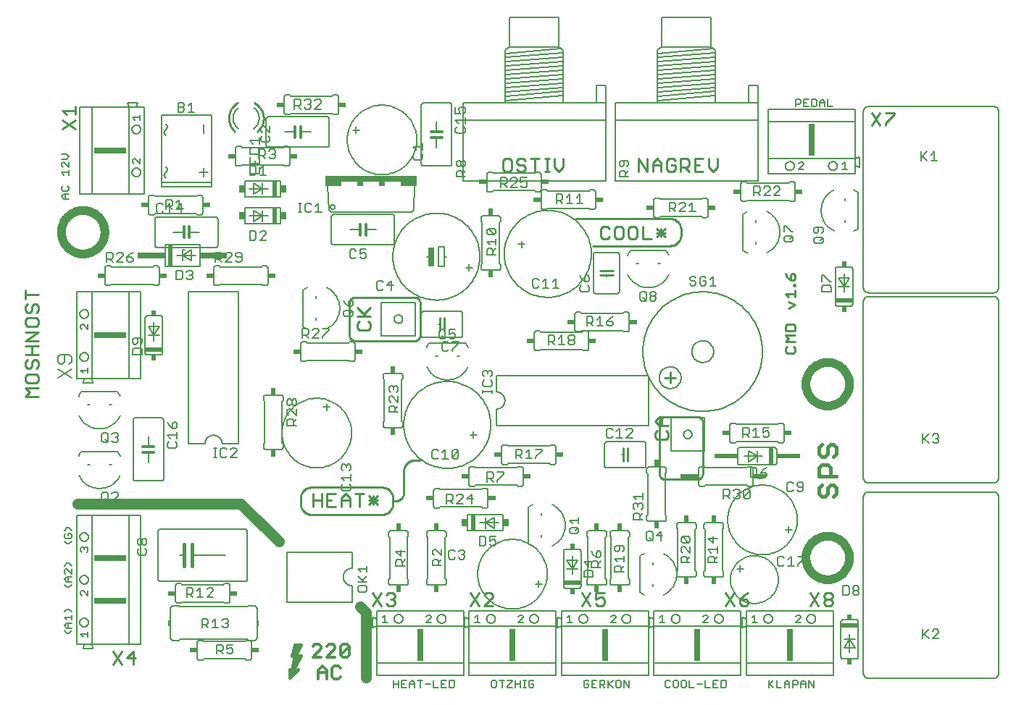
<source format=gbr>
G75*
%MOIN*%
%OFA0B0*%
%FSLAX24Y24*%
%IPPOS*%
%LPD*%
%AMOC8*
5,1,8,0,0,1.08239X$1,22.5*
%
%ADD10C,0.0100*%
%ADD11C,0.0110*%
%ADD12C,0.0180*%
%ADD13C,0.0400*%
%ADD14C,0.0060*%
%ADD15C,0.0500*%
%ADD16C,0.0160*%
%ADD17C,0.0130*%
%ADD18C,0.0050*%
%ADD19R,0.1500X0.0300*%
%ADD20C,0.0080*%
%ADD21R,0.0340X0.0240*%
%ADD22C,0.0120*%
%ADD23R,0.0240X0.0340*%
%ADD24R,0.0300X0.1500*%
%ADD25R,0.0200X0.0736*%
%ADD26R,0.0250X0.0335*%
%ADD27R,0.0200X0.1000*%
%ADD28R,0.0750X0.0300*%
%ADD29R,0.0800X0.0200*%
%ADD30R,0.0200X0.0250*%
%ADD31R,0.0110X0.0300*%
%ADD32R,0.0200X0.0800*%
%ADD33R,0.1100X0.0200*%
%ADD34R,0.4200X0.0300*%
%ADD35R,0.0750X0.0200*%
%ADD36R,0.0300X0.0200*%
%ADD37C,0.0070*%
%ADD38R,0.0250X0.0900*%
%ADD39C,0.0240*%
D10*
X018430Y019393D02*
X021680Y019393D01*
X021724Y019395D01*
X021767Y019401D01*
X021809Y019410D01*
X021851Y019423D01*
X021891Y019440D01*
X021930Y019460D01*
X021967Y019483D01*
X022001Y019510D01*
X022034Y019539D01*
X022063Y019572D01*
X022090Y019606D01*
X022113Y019643D01*
X022133Y019682D01*
X022150Y019722D01*
X022163Y019764D01*
X022172Y019806D01*
X022178Y019849D01*
X022180Y019893D01*
X022180Y020018D01*
X022305Y020018D01*
X022180Y020018D02*
X022180Y020143D01*
X022305Y020018D02*
X022342Y020020D01*
X022378Y020025D01*
X022414Y020034D01*
X022449Y020047D01*
X022482Y020062D01*
X022513Y020081D01*
X022543Y020103D01*
X022570Y020128D01*
X022595Y020155D01*
X022617Y020185D01*
X022636Y020216D01*
X022651Y020249D01*
X022664Y020284D01*
X022673Y020320D01*
X022678Y020356D01*
X022680Y020393D01*
X022680Y021393D01*
X022682Y021437D01*
X022688Y021480D01*
X022697Y021522D01*
X022710Y021564D01*
X022727Y021604D01*
X022747Y021643D01*
X022770Y021680D01*
X022797Y021714D01*
X022826Y021747D01*
X022859Y021776D01*
X022893Y021803D01*
X022930Y021826D01*
X022969Y021846D01*
X023009Y021863D01*
X023051Y021876D01*
X023093Y021885D01*
X023136Y021891D01*
X023180Y021893D01*
X023430Y021893D01*
X021680Y020643D02*
X018430Y020643D01*
X018386Y020641D01*
X018343Y020635D01*
X018301Y020626D01*
X018259Y020613D01*
X018219Y020596D01*
X018180Y020576D01*
X018143Y020553D01*
X018109Y020526D01*
X018076Y020497D01*
X018047Y020464D01*
X018020Y020430D01*
X017997Y020393D01*
X017977Y020354D01*
X017960Y020314D01*
X017947Y020272D01*
X017938Y020230D01*
X017932Y020187D01*
X017930Y020143D01*
X017930Y019893D01*
X017932Y019849D01*
X017938Y019806D01*
X017947Y019764D01*
X017960Y019722D01*
X017977Y019682D01*
X017997Y019643D01*
X018020Y019606D01*
X018047Y019572D01*
X018076Y019539D01*
X018109Y019510D01*
X018143Y019483D01*
X018180Y019460D01*
X018219Y019440D01*
X018259Y019423D01*
X018301Y019410D01*
X018343Y019401D01*
X018386Y019395D01*
X018430Y019393D01*
X021680Y020643D02*
X021724Y020641D01*
X021767Y020635D01*
X021809Y020626D01*
X021851Y020613D01*
X021891Y020596D01*
X021930Y020576D01*
X021967Y020553D01*
X022001Y020526D01*
X022034Y020497D01*
X022063Y020464D01*
X022090Y020430D01*
X022113Y020393D01*
X022133Y020354D01*
X022150Y020314D01*
X022163Y020272D01*
X022172Y020230D01*
X022178Y020187D01*
X022180Y020143D01*
X023180Y027393D02*
X020430Y027393D01*
X020400Y027395D01*
X020370Y027400D01*
X020341Y027409D01*
X020314Y027422D01*
X020288Y027437D01*
X020264Y027456D01*
X020243Y027477D01*
X020224Y027501D01*
X020209Y027527D01*
X020196Y027554D01*
X020187Y027583D01*
X020182Y027613D01*
X020180Y027643D01*
X020180Y029143D01*
X020182Y029173D01*
X020187Y029203D01*
X020196Y029232D01*
X020209Y029259D01*
X020224Y029285D01*
X020243Y029309D01*
X020264Y029330D01*
X020288Y029349D01*
X020314Y029364D01*
X020341Y029377D01*
X020370Y029386D01*
X020400Y029391D01*
X020430Y029393D01*
X023180Y029393D01*
X023210Y029391D01*
X023240Y029386D01*
X023269Y029377D01*
X023296Y029364D01*
X023322Y029349D01*
X023346Y029330D01*
X023367Y029309D01*
X023386Y029285D01*
X023401Y029259D01*
X023414Y029232D01*
X023423Y029203D01*
X023428Y029173D01*
X023430Y029143D01*
X023430Y027643D01*
X023428Y027613D01*
X023423Y027583D01*
X023414Y027554D01*
X023401Y027527D01*
X023386Y027501D01*
X023367Y027477D01*
X023346Y027456D01*
X023322Y027437D01*
X023296Y027422D01*
X023269Y027409D01*
X023240Y027400D01*
X023210Y027395D01*
X023180Y027393D01*
X024330Y027843D02*
X024330Y028143D01*
X024330Y028443D01*
X024530Y028443D02*
X024530Y028143D01*
X024530Y027843D01*
X031693Y030418D02*
X031993Y030418D01*
X032293Y030418D01*
X032293Y030618D02*
X031993Y030618D01*
X031693Y030618D01*
X031368Y031768D02*
X034930Y031768D01*
X034974Y031770D01*
X035017Y031776D01*
X035059Y031785D01*
X035101Y031798D01*
X035141Y031815D01*
X035180Y031835D01*
X035217Y031858D01*
X035251Y031885D01*
X035284Y031914D01*
X035313Y031947D01*
X035340Y031981D01*
X035363Y032018D01*
X035383Y032057D01*
X035400Y032097D01*
X035413Y032139D01*
X035422Y032181D01*
X035428Y032224D01*
X035430Y032268D01*
X035430Y032518D01*
X035428Y032562D01*
X035422Y032605D01*
X035413Y032647D01*
X035400Y032689D01*
X035383Y032729D01*
X035363Y032768D01*
X035340Y032805D01*
X035313Y032839D01*
X035284Y032872D01*
X035251Y032901D01*
X035217Y032928D01*
X035180Y032951D01*
X035141Y032971D01*
X035101Y032988D01*
X035059Y033001D01*
X035017Y033010D01*
X034974Y033016D01*
X034930Y033018D01*
X030618Y033018D01*
X040230Y030485D02*
X040306Y030331D01*
X040460Y030178D01*
X040460Y030408D01*
X040537Y030485D01*
X040613Y030485D01*
X040690Y030408D01*
X040690Y030254D01*
X040613Y030178D01*
X040460Y030178D01*
X040613Y029997D02*
X040690Y029997D01*
X040690Y029920D01*
X040613Y029920D01*
X040613Y029997D01*
X040690Y029711D02*
X040690Y029404D01*
X040690Y029558D02*
X040230Y029558D01*
X040383Y029404D01*
X040383Y029195D02*
X040690Y029042D01*
X040383Y028889D01*
X040306Y028164D02*
X040230Y028087D01*
X040230Y027857D01*
X040690Y027857D01*
X040690Y028087D01*
X040613Y028164D01*
X040306Y028164D01*
X040230Y027649D02*
X040690Y027649D01*
X040690Y027342D02*
X040230Y027342D01*
X040383Y027495D01*
X040230Y027649D01*
X040306Y027133D02*
X040230Y027056D01*
X040230Y026903D01*
X040306Y026826D01*
X040613Y026826D01*
X040690Y026903D01*
X040690Y027056D01*
X040613Y027133D01*
X036180Y023893D02*
X034680Y023893D01*
X034650Y023891D01*
X034620Y023886D01*
X034591Y023877D01*
X034564Y023864D01*
X034538Y023849D01*
X034514Y023830D01*
X034493Y023809D01*
X034474Y023785D01*
X034459Y023759D01*
X034446Y023732D01*
X034437Y023703D01*
X034432Y023673D01*
X034430Y023643D01*
X034430Y021268D01*
X034432Y021238D01*
X034437Y021208D01*
X034446Y021179D01*
X034459Y021152D01*
X034474Y021126D01*
X034493Y021102D01*
X034514Y021081D01*
X034538Y021062D01*
X034564Y021047D01*
X034591Y021034D01*
X034620Y021025D01*
X034650Y021020D01*
X034680Y021018D01*
X036180Y021018D01*
X036210Y021020D01*
X036240Y021025D01*
X036269Y021034D01*
X036296Y021047D01*
X036322Y021062D01*
X036346Y021081D01*
X036367Y021102D01*
X036386Y021126D01*
X036401Y021152D01*
X036414Y021179D01*
X036423Y021208D01*
X036428Y021238D01*
X036430Y021268D01*
X036430Y023643D01*
X036428Y023673D01*
X036423Y023703D01*
X036414Y023732D01*
X036401Y023759D01*
X036386Y023785D01*
X036367Y023809D01*
X036346Y023830D01*
X036322Y023849D01*
X036296Y023864D01*
X036269Y023877D01*
X036240Y023886D01*
X036210Y023891D01*
X036180Y023893D01*
X034930Y025443D02*
X034930Y025943D01*
X035180Y025693D02*
X034680Y025693D01*
X032968Y022443D02*
X032968Y022143D01*
X032968Y021843D01*
X032768Y021843D02*
X032768Y022143D01*
X032768Y022443D01*
X016230Y037643D02*
X016228Y037697D01*
X016223Y037751D01*
X016214Y037804D01*
X016201Y037857D01*
X016185Y037908D01*
X016165Y037958D01*
X016142Y038007D01*
X016116Y038055D01*
X016087Y038100D01*
X016054Y038143D01*
X016019Y038184D01*
X015981Y038223D01*
X015941Y038259D01*
X015898Y038292D01*
X015853Y038322D01*
X015806Y038349D01*
X015033Y038338D02*
X014985Y038308D01*
X014940Y038275D01*
X014897Y038239D01*
X014856Y038201D01*
X014819Y038159D01*
X014784Y038115D01*
X014753Y038069D01*
X014724Y038020D01*
X014700Y037970D01*
X014679Y037918D01*
X014661Y037864D01*
X014648Y037810D01*
X014638Y037755D01*
X014632Y037699D01*
X014630Y037643D01*
X014632Y037590D01*
X014637Y037536D01*
X014646Y037484D01*
X014658Y037432D01*
X014674Y037381D01*
X014693Y037331D01*
X014716Y037282D01*
X014742Y037235D01*
X014770Y037190D01*
X014802Y037147D01*
X014836Y037107D01*
X014874Y037068D01*
X014913Y037032D01*
X015942Y037028D02*
X015982Y037064D01*
X016020Y037103D01*
X016055Y037144D01*
X016087Y037187D01*
X016117Y037232D01*
X016143Y037279D01*
X016165Y037328D01*
X016185Y037379D01*
X016201Y037430D01*
X016214Y037482D01*
X016223Y037536D01*
X016228Y037589D01*
X016230Y037643D01*
D11*
X007575Y037553D02*
X006984Y037159D01*
X006984Y037553D02*
X007575Y037159D01*
X007575Y037804D02*
X007575Y038197D01*
X007575Y038001D02*
X006984Y038001D01*
X007181Y037804D01*
X005284Y029729D02*
X005284Y029335D01*
X005284Y029532D02*
X005875Y029532D01*
X005777Y029084D02*
X005875Y028986D01*
X005875Y028789D01*
X005777Y028691D01*
X005580Y028789D02*
X005580Y028986D01*
X005678Y029084D01*
X005777Y029084D01*
X005580Y028789D02*
X005481Y028691D01*
X005383Y028691D01*
X005284Y028789D01*
X005284Y028986D01*
X005383Y029084D01*
X005383Y028440D02*
X005284Y028341D01*
X005284Y028144D01*
X005383Y028046D01*
X005777Y028046D01*
X005875Y028144D01*
X005875Y028341D01*
X005777Y028440D01*
X005383Y028440D01*
X005284Y027795D02*
X005875Y027795D01*
X005284Y027402D01*
X005875Y027402D01*
X005875Y027151D02*
X005284Y027151D01*
X005580Y027151D02*
X005580Y026757D01*
X005678Y026506D02*
X005777Y026506D01*
X005875Y026408D01*
X005875Y026211D01*
X005777Y026112D01*
X005580Y026211D02*
X005580Y026408D01*
X005678Y026506D01*
X005383Y026506D02*
X005284Y026408D01*
X005284Y026211D01*
X005383Y026112D01*
X005481Y026112D01*
X005580Y026211D01*
X005777Y025862D02*
X005383Y025862D01*
X005284Y025763D01*
X005284Y025566D01*
X005383Y025468D01*
X005777Y025468D01*
X005875Y025566D01*
X005875Y025763D01*
X005777Y025862D01*
X005875Y025217D02*
X005284Y025217D01*
X005481Y025020D01*
X005284Y024823D01*
X005875Y024823D01*
X005875Y026757D02*
X005284Y026757D01*
X018512Y020339D02*
X018512Y019748D01*
X018512Y020044D02*
X018906Y020044D01*
X019157Y020044D02*
X019354Y020044D01*
X019550Y020339D02*
X019157Y020339D01*
X019157Y019748D01*
X019550Y019748D01*
X019801Y019748D02*
X019801Y020142D01*
X019998Y020339D01*
X020195Y020142D01*
X020195Y019748D01*
X020195Y020044D02*
X019801Y020044D01*
X020446Y020339D02*
X020840Y020339D01*
X020643Y020339D02*
X020643Y019748D01*
X021090Y019847D02*
X021484Y020240D01*
X021484Y020044D02*
X021090Y020044D01*
X021090Y020240D02*
X021484Y019847D01*
X021287Y019847D02*
X021287Y020240D01*
X018906Y020339D02*
X018906Y019748D01*
X021235Y015789D02*
X021629Y015198D01*
X021880Y015297D02*
X021978Y015198D01*
X022175Y015198D01*
X022273Y015297D01*
X022273Y015395D01*
X022175Y015494D01*
X022076Y015494D01*
X022175Y015494D02*
X022273Y015592D01*
X022273Y015690D01*
X022175Y015789D01*
X021978Y015789D01*
X021880Y015690D01*
X021629Y015789D02*
X021235Y015198D01*
X025735Y015198D02*
X026129Y015789D01*
X026380Y015690D02*
X026478Y015789D01*
X026675Y015789D01*
X026773Y015690D01*
X026773Y015592D01*
X026380Y015198D01*
X026773Y015198D01*
X026129Y015198D02*
X025735Y015789D01*
X030860Y015789D02*
X031254Y015198D01*
X031505Y015297D02*
X031603Y015198D01*
X031800Y015198D01*
X031898Y015297D01*
X031898Y015494D01*
X031800Y015592D01*
X031701Y015592D01*
X031505Y015494D01*
X031505Y015789D01*
X031898Y015789D01*
X031254Y015789D02*
X030860Y015198D01*
X037485Y015198D02*
X037879Y015789D01*
X038130Y015494D02*
X038425Y015494D01*
X038523Y015395D01*
X038523Y015297D01*
X038425Y015198D01*
X038228Y015198D01*
X038130Y015297D01*
X038130Y015494D01*
X038326Y015690D01*
X038523Y015789D01*
X037879Y015198D02*
X037485Y015789D01*
X041360Y015789D02*
X041754Y015198D01*
X042005Y015297D02*
X042005Y015395D01*
X042103Y015494D01*
X042300Y015494D01*
X042398Y015395D01*
X042398Y015297D01*
X042300Y015198D01*
X042103Y015198D01*
X042005Y015297D01*
X042103Y015494D02*
X042005Y015592D01*
X042005Y015690D01*
X042103Y015789D01*
X042300Y015789D01*
X042398Y015690D01*
X042398Y015592D01*
X042300Y015494D01*
X041754Y015789D02*
X041360Y015198D01*
X034727Y022847D02*
X034825Y022945D01*
X034825Y023142D01*
X034727Y023240D01*
X034825Y023491D02*
X034431Y023491D01*
X034234Y023688D01*
X034431Y023885D01*
X034825Y023885D01*
X034530Y023885D02*
X034530Y023491D01*
X034333Y023240D02*
X034234Y023142D01*
X034234Y022945D01*
X034333Y022847D01*
X034727Y022847D01*
X021125Y027984D02*
X021027Y027886D01*
X020633Y027886D01*
X020534Y027984D01*
X020534Y028181D01*
X020633Y028279D01*
X020534Y028530D02*
X021125Y028530D01*
X020928Y028530D02*
X020534Y028924D01*
X020830Y028629D02*
X021125Y028924D01*
X021027Y028279D02*
X021125Y028181D01*
X021125Y027984D01*
X027333Y035198D02*
X027530Y035198D01*
X027629Y035297D01*
X027629Y035690D01*
X027530Y035789D01*
X027333Y035789D01*
X027235Y035690D01*
X027235Y035297D01*
X027333Y035198D01*
X027880Y035297D02*
X027978Y035198D01*
X028175Y035198D01*
X028273Y035297D01*
X028273Y035395D01*
X028175Y035494D01*
X027978Y035494D01*
X027880Y035592D01*
X027880Y035690D01*
X027978Y035789D01*
X028175Y035789D01*
X028273Y035690D01*
X028524Y035789D02*
X028918Y035789D01*
X028721Y035789D02*
X028721Y035198D01*
X029169Y035198D02*
X029365Y035198D01*
X029267Y035198D02*
X029267Y035789D01*
X029169Y035789D02*
X029365Y035789D01*
X029598Y035789D02*
X029598Y035395D01*
X029795Y035198D01*
X029992Y035395D01*
X029992Y035789D01*
X033485Y035789D02*
X033879Y035198D01*
X033879Y035789D01*
X034130Y035592D02*
X034326Y035789D01*
X034523Y035592D01*
X034523Y035198D01*
X034774Y035297D02*
X034873Y035198D01*
X035069Y035198D01*
X035168Y035297D01*
X035168Y035494D01*
X034971Y035494D01*
X035168Y035690D02*
X035069Y035789D01*
X034873Y035789D01*
X034774Y035690D01*
X034774Y035297D01*
X034523Y035494D02*
X034130Y035494D01*
X034130Y035592D02*
X034130Y035198D01*
X033485Y035198D02*
X033485Y035789D01*
X035419Y035789D02*
X035419Y035198D01*
X035419Y035395D02*
X035714Y035395D01*
X035812Y035494D01*
X035812Y035690D01*
X035714Y035789D01*
X035419Y035789D01*
X035615Y035395D02*
X035812Y035198D01*
X036063Y035198D02*
X036457Y035198D01*
X036708Y035395D02*
X036905Y035198D01*
X037101Y035395D01*
X037101Y035789D01*
X036708Y035789D02*
X036708Y035395D01*
X036260Y035494D02*
X036063Y035494D01*
X036063Y035789D02*
X036063Y035198D01*
X036063Y035789D02*
X036457Y035789D01*
X034707Y032565D02*
X034313Y032172D01*
X034313Y032369D02*
X034707Y032369D01*
X034707Y032172D02*
X034313Y032565D01*
X034510Y032565D02*
X034510Y032172D01*
X034062Y032073D02*
X033669Y032073D01*
X033669Y032664D01*
X033418Y032565D02*
X033418Y032172D01*
X033319Y032073D01*
X033123Y032073D01*
X033024Y032172D01*
X033024Y032565D01*
X033123Y032664D01*
X033319Y032664D01*
X033418Y032565D01*
X032773Y032565D02*
X032675Y032664D01*
X032478Y032664D01*
X032380Y032565D01*
X032380Y032172D01*
X032478Y032073D01*
X032675Y032073D01*
X032773Y032172D01*
X032773Y032565D01*
X032129Y032565D02*
X032030Y032664D01*
X031833Y032664D01*
X031735Y032565D01*
X031735Y032172D01*
X031833Y032073D01*
X032030Y032073D01*
X032129Y032172D01*
X044196Y037311D02*
X044590Y037901D01*
X044840Y037901D02*
X045234Y037901D01*
X045234Y037803D01*
X044840Y037409D01*
X044840Y037311D01*
X044590Y037311D02*
X044196Y037901D01*
X010251Y013089D02*
X009955Y012794D01*
X010349Y012794D01*
X010251Y013089D02*
X010251Y012498D01*
X009705Y012498D02*
X009311Y013089D01*
X009705Y013089D02*
X009311Y012498D01*
D12*
X041769Y020358D02*
X041906Y020221D01*
X042043Y020221D01*
X042180Y020358D01*
X042180Y020631D01*
X042316Y020768D01*
X042453Y020768D01*
X042590Y020631D01*
X042590Y020358D01*
X042453Y020221D01*
X041769Y020358D02*
X041769Y020631D01*
X041906Y020768D01*
X041769Y021142D02*
X041769Y021552D01*
X041906Y021689D01*
X042180Y021689D01*
X042316Y021552D01*
X042316Y021142D01*
X042590Y021142D02*
X041769Y021142D01*
X041906Y022063D02*
X041769Y022199D01*
X041769Y022473D01*
X041906Y022610D01*
X042180Y022473D02*
X042316Y022610D01*
X042453Y022610D01*
X042590Y022473D01*
X042590Y022199D01*
X042453Y022063D01*
X042180Y022199D02*
X042180Y022473D01*
X042180Y022199D02*
X042043Y022063D01*
X041906Y022063D01*
D13*
X041180Y025393D02*
X041182Y025456D01*
X041188Y025518D01*
X041198Y025580D01*
X041211Y025642D01*
X041229Y025702D01*
X041250Y025761D01*
X041275Y025819D01*
X041304Y025875D01*
X041336Y025929D01*
X041371Y025981D01*
X041409Y026030D01*
X041451Y026078D01*
X041495Y026122D01*
X041543Y026164D01*
X041592Y026202D01*
X041644Y026237D01*
X041698Y026269D01*
X041754Y026298D01*
X041812Y026323D01*
X041871Y026344D01*
X041931Y026362D01*
X041993Y026375D01*
X042055Y026385D01*
X042117Y026391D01*
X042180Y026393D01*
X042243Y026391D01*
X042305Y026385D01*
X042367Y026375D01*
X042429Y026362D01*
X042489Y026344D01*
X042548Y026323D01*
X042606Y026298D01*
X042662Y026269D01*
X042716Y026237D01*
X042768Y026202D01*
X042817Y026164D01*
X042865Y026122D01*
X042909Y026078D01*
X042951Y026030D01*
X042989Y025981D01*
X043024Y025929D01*
X043056Y025875D01*
X043085Y025819D01*
X043110Y025761D01*
X043131Y025702D01*
X043149Y025642D01*
X043162Y025580D01*
X043172Y025518D01*
X043178Y025456D01*
X043180Y025393D01*
X043178Y025330D01*
X043172Y025268D01*
X043162Y025206D01*
X043149Y025144D01*
X043131Y025084D01*
X043110Y025025D01*
X043085Y024967D01*
X043056Y024911D01*
X043024Y024857D01*
X042989Y024805D01*
X042951Y024756D01*
X042909Y024708D01*
X042865Y024664D01*
X042817Y024622D01*
X042768Y024584D01*
X042716Y024549D01*
X042662Y024517D01*
X042606Y024488D01*
X042548Y024463D01*
X042489Y024442D01*
X042429Y024424D01*
X042367Y024411D01*
X042305Y024401D01*
X042243Y024395D01*
X042180Y024393D01*
X042117Y024395D01*
X042055Y024401D01*
X041993Y024411D01*
X041931Y024424D01*
X041871Y024442D01*
X041812Y024463D01*
X041754Y024488D01*
X041698Y024517D01*
X041644Y024549D01*
X041592Y024584D01*
X041543Y024622D01*
X041495Y024664D01*
X041451Y024708D01*
X041409Y024756D01*
X041371Y024805D01*
X041336Y024857D01*
X041304Y024911D01*
X041275Y024967D01*
X041250Y025025D01*
X041229Y025084D01*
X041211Y025144D01*
X041198Y025206D01*
X041188Y025268D01*
X041182Y025330D01*
X041180Y025393D01*
X041180Y017393D02*
X041182Y017456D01*
X041188Y017518D01*
X041198Y017580D01*
X041211Y017642D01*
X041229Y017702D01*
X041250Y017761D01*
X041275Y017819D01*
X041304Y017875D01*
X041336Y017929D01*
X041371Y017981D01*
X041409Y018030D01*
X041451Y018078D01*
X041495Y018122D01*
X041543Y018164D01*
X041592Y018202D01*
X041644Y018237D01*
X041698Y018269D01*
X041754Y018298D01*
X041812Y018323D01*
X041871Y018344D01*
X041931Y018362D01*
X041993Y018375D01*
X042055Y018385D01*
X042117Y018391D01*
X042180Y018393D01*
X042243Y018391D01*
X042305Y018385D01*
X042367Y018375D01*
X042429Y018362D01*
X042489Y018344D01*
X042548Y018323D01*
X042606Y018298D01*
X042662Y018269D01*
X042716Y018237D01*
X042768Y018202D01*
X042817Y018164D01*
X042865Y018122D01*
X042909Y018078D01*
X042951Y018030D01*
X042989Y017981D01*
X043024Y017929D01*
X043056Y017875D01*
X043085Y017819D01*
X043110Y017761D01*
X043131Y017702D01*
X043149Y017642D01*
X043162Y017580D01*
X043172Y017518D01*
X043178Y017456D01*
X043180Y017393D01*
X043178Y017330D01*
X043172Y017268D01*
X043162Y017206D01*
X043149Y017144D01*
X043131Y017084D01*
X043110Y017025D01*
X043085Y016967D01*
X043056Y016911D01*
X043024Y016857D01*
X042989Y016805D01*
X042951Y016756D01*
X042909Y016708D01*
X042865Y016664D01*
X042817Y016622D01*
X042768Y016584D01*
X042716Y016549D01*
X042662Y016517D01*
X042606Y016488D01*
X042548Y016463D01*
X042489Y016442D01*
X042429Y016424D01*
X042367Y016411D01*
X042305Y016401D01*
X042243Y016395D01*
X042180Y016393D01*
X042117Y016395D01*
X042055Y016401D01*
X041993Y016411D01*
X041931Y016424D01*
X041871Y016442D01*
X041812Y016463D01*
X041754Y016488D01*
X041698Y016517D01*
X041644Y016549D01*
X041592Y016584D01*
X041543Y016622D01*
X041495Y016664D01*
X041451Y016708D01*
X041409Y016756D01*
X041371Y016805D01*
X041336Y016857D01*
X041304Y016911D01*
X041275Y016967D01*
X041250Y017025D01*
X041229Y017084D01*
X041211Y017144D01*
X041198Y017206D01*
X041188Y017268D01*
X041182Y017330D01*
X041180Y017393D01*
X006930Y032393D02*
X006932Y032456D01*
X006938Y032518D01*
X006948Y032580D01*
X006961Y032642D01*
X006979Y032702D01*
X007000Y032761D01*
X007025Y032819D01*
X007054Y032875D01*
X007086Y032929D01*
X007121Y032981D01*
X007159Y033030D01*
X007201Y033078D01*
X007245Y033122D01*
X007293Y033164D01*
X007342Y033202D01*
X007394Y033237D01*
X007448Y033269D01*
X007504Y033298D01*
X007562Y033323D01*
X007621Y033344D01*
X007681Y033362D01*
X007743Y033375D01*
X007805Y033385D01*
X007867Y033391D01*
X007930Y033393D01*
X007993Y033391D01*
X008055Y033385D01*
X008117Y033375D01*
X008179Y033362D01*
X008239Y033344D01*
X008298Y033323D01*
X008356Y033298D01*
X008412Y033269D01*
X008466Y033237D01*
X008518Y033202D01*
X008567Y033164D01*
X008615Y033122D01*
X008659Y033078D01*
X008701Y033030D01*
X008739Y032981D01*
X008774Y032929D01*
X008806Y032875D01*
X008835Y032819D01*
X008860Y032761D01*
X008881Y032702D01*
X008899Y032642D01*
X008912Y032580D01*
X008922Y032518D01*
X008928Y032456D01*
X008930Y032393D01*
X008928Y032330D01*
X008922Y032268D01*
X008912Y032206D01*
X008899Y032144D01*
X008881Y032084D01*
X008860Y032025D01*
X008835Y031967D01*
X008806Y031911D01*
X008774Y031857D01*
X008739Y031805D01*
X008701Y031756D01*
X008659Y031708D01*
X008615Y031664D01*
X008567Y031622D01*
X008518Y031584D01*
X008466Y031549D01*
X008412Y031517D01*
X008356Y031488D01*
X008298Y031463D01*
X008239Y031442D01*
X008179Y031424D01*
X008117Y031411D01*
X008055Y031401D01*
X007993Y031395D01*
X007930Y031393D01*
X007867Y031395D01*
X007805Y031401D01*
X007743Y031411D01*
X007681Y031424D01*
X007621Y031442D01*
X007562Y031463D01*
X007504Y031488D01*
X007448Y031517D01*
X007394Y031549D01*
X007342Y031584D01*
X007293Y031622D01*
X007245Y031664D01*
X007201Y031708D01*
X007159Y031756D01*
X007121Y031805D01*
X007086Y031857D01*
X007054Y031911D01*
X007025Y031967D01*
X007000Y032025D01*
X006979Y032084D01*
X006961Y032144D01*
X006948Y032206D01*
X006938Y032268D01*
X006932Y032330D01*
X006930Y032393D01*
D14*
X008930Y030743D02*
X008930Y030043D01*
X008932Y030026D01*
X008936Y030009D01*
X008943Y029993D01*
X008953Y029979D01*
X008966Y029966D01*
X008980Y029956D01*
X008996Y029949D01*
X009013Y029945D01*
X009030Y029943D01*
X009180Y029943D01*
X009230Y029993D01*
X011130Y029993D01*
X011180Y029943D01*
X011330Y029943D01*
X011347Y029945D01*
X011364Y029949D01*
X011380Y029956D01*
X011394Y029966D01*
X011407Y029979D01*
X011417Y029993D01*
X011424Y030009D01*
X011428Y030026D01*
X011430Y030043D01*
X011430Y030743D01*
X011428Y030760D01*
X011424Y030777D01*
X011417Y030793D01*
X011407Y030807D01*
X011394Y030820D01*
X011380Y030830D01*
X011364Y030837D01*
X011347Y030841D01*
X011330Y030843D01*
X011180Y030843D01*
X011130Y030793D01*
X009230Y030793D01*
X009180Y030843D01*
X009030Y030843D01*
X009013Y030841D01*
X008996Y030837D01*
X008980Y030830D01*
X008966Y030820D01*
X008953Y030807D01*
X008943Y030793D01*
X008936Y030777D01*
X008932Y030760D01*
X008930Y030743D01*
X008330Y029643D02*
X007630Y029643D01*
X007630Y025643D01*
X007980Y025643D01*
X008330Y025643D01*
X010030Y025643D01*
X010030Y029643D01*
X010580Y029643D01*
X010580Y025643D01*
X010030Y025643D01*
X008380Y025443D02*
X008330Y025643D01*
X008330Y029643D01*
X010030Y029643D01*
X010880Y028543D02*
X011480Y028543D01*
X011497Y028541D01*
X011514Y028537D01*
X011530Y028530D01*
X011544Y028520D01*
X011557Y028507D01*
X011567Y028493D01*
X011574Y028477D01*
X011578Y028460D01*
X011580Y028443D01*
X011580Y026843D01*
X011578Y026826D01*
X011574Y026809D01*
X011567Y026793D01*
X011557Y026779D01*
X011544Y026766D01*
X011530Y026756D01*
X011514Y026749D01*
X011497Y026745D01*
X011480Y026743D01*
X010880Y026743D01*
X010863Y026745D01*
X010846Y026749D01*
X010830Y026756D01*
X010816Y026766D01*
X010803Y026779D01*
X010793Y026793D01*
X010786Y026809D01*
X010782Y026826D01*
X010780Y026843D01*
X010780Y028443D01*
X010782Y028460D01*
X010786Y028477D01*
X010793Y028493D01*
X010803Y028507D01*
X010816Y028520D01*
X010830Y028530D01*
X010846Y028537D01*
X010863Y028541D01*
X010880Y028543D01*
X011180Y028243D02*
X011180Y027643D01*
X011430Y027643D01*
X011180Y027643D02*
X010930Y027643D01*
X011180Y027643D02*
X010930Y028043D01*
X011430Y028043D01*
X011180Y027643D01*
X011180Y027393D01*
X008380Y025443D02*
X007930Y025443D01*
X007980Y025643D01*
X007780Y026653D02*
X007782Y026681D01*
X007788Y026708D01*
X007797Y026734D01*
X007810Y026759D01*
X007827Y026782D01*
X007846Y026802D01*
X007868Y026819D01*
X007892Y026833D01*
X007918Y026843D01*
X007945Y026850D01*
X007973Y026853D01*
X008001Y026852D01*
X008028Y026847D01*
X008055Y026838D01*
X008080Y026826D01*
X008103Y026811D01*
X008124Y026792D01*
X008142Y026771D01*
X008157Y026747D01*
X008168Y026721D01*
X008176Y026695D01*
X008180Y026667D01*
X008180Y026639D01*
X008176Y026611D01*
X008168Y026585D01*
X008157Y026559D01*
X008142Y026535D01*
X008124Y026514D01*
X008103Y026495D01*
X008080Y026480D01*
X008055Y026468D01*
X008028Y026459D01*
X008001Y026454D01*
X007973Y026453D01*
X007945Y026456D01*
X007918Y026463D01*
X007892Y026473D01*
X007868Y026487D01*
X007846Y026504D01*
X007827Y026524D01*
X007810Y026547D01*
X007797Y026572D01*
X007788Y026598D01*
X007782Y026625D01*
X007780Y026653D01*
X007780Y028633D02*
X007782Y028661D01*
X007788Y028688D01*
X007797Y028714D01*
X007810Y028739D01*
X007827Y028762D01*
X007846Y028782D01*
X007868Y028799D01*
X007892Y028813D01*
X007918Y028823D01*
X007945Y028830D01*
X007973Y028833D01*
X008001Y028832D01*
X008028Y028827D01*
X008055Y028818D01*
X008080Y028806D01*
X008103Y028791D01*
X008124Y028772D01*
X008142Y028751D01*
X008157Y028727D01*
X008168Y028701D01*
X008176Y028675D01*
X008180Y028647D01*
X008180Y028619D01*
X008176Y028591D01*
X008168Y028565D01*
X008157Y028539D01*
X008142Y028515D01*
X008124Y028494D01*
X008103Y028475D01*
X008080Y028460D01*
X008055Y028448D01*
X008028Y028439D01*
X008001Y028434D01*
X007973Y028433D01*
X007945Y028436D01*
X007918Y028443D01*
X007892Y028453D01*
X007868Y028467D01*
X007846Y028484D01*
X007827Y028504D01*
X007810Y028527D01*
X007797Y028552D01*
X007788Y028578D01*
X007782Y028605D01*
X007780Y028633D01*
X011693Y030831D02*
X011693Y031831D01*
X013293Y031831D01*
X013293Y030831D01*
X011693Y030831D01*
X012243Y031331D02*
X012493Y031331D01*
X012493Y031581D01*
X012593Y031581D01*
X012493Y031331D02*
X012893Y031581D01*
X012893Y031081D01*
X012493Y031331D01*
X012493Y031081D01*
X012493Y031331D02*
X013093Y031331D01*
X014030Y031693D02*
X011330Y031693D01*
X011313Y031695D01*
X011296Y031699D01*
X011280Y031706D01*
X011266Y031716D01*
X011253Y031729D01*
X011243Y031743D01*
X011236Y031759D01*
X011232Y031776D01*
X011230Y031793D01*
X011230Y032993D01*
X011232Y033010D01*
X011236Y033027D01*
X011243Y033043D01*
X011253Y033057D01*
X011266Y033070D01*
X011280Y033080D01*
X011296Y033087D01*
X011313Y033091D01*
X011330Y033093D01*
X014030Y033093D01*
X014047Y033091D01*
X014064Y033087D01*
X014080Y033080D01*
X014094Y033070D01*
X014107Y033057D01*
X014117Y033043D01*
X014124Y033027D01*
X014128Y033010D01*
X014130Y032993D01*
X014130Y031793D01*
X014128Y031776D01*
X014124Y031759D01*
X014117Y031743D01*
X014107Y031729D01*
X014094Y031716D01*
X014080Y031706D01*
X014064Y031699D01*
X014047Y031695D01*
X014030Y031693D01*
X013280Y032393D02*
X012810Y032393D01*
X012560Y032393D02*
X012080Y032393D01*
X011230Y033243D02*
X013130Y033243D01*
X013180Y033193D01*
X013330Y033193D01*
X013347Y033195D01*
X013364Y033199D01*
X013380Y033206D01*
X013394Y033216D01*
X013407Y033229D01*
X013417Y033243D01*
X013424Y033259D01*
X013428Y033276D01*
X013430Y033293D01*
X013430Y033993D01*
X013428Y034010D01*
X013424Y034027D01*
X013417Y034043D01*
X013407Y034057D01*
X013394Y034070D01*
X013380Y034080D01*
X013364Y034087D01*
X013347Y034091D01*
X013330Y034093D01*
X013180Y034093D01*
X013130Y034043D01*
X011230Y034043D01*
X011180Y034093D01*
X011030Y034093D01*
X011013Y034091D01*
X010996Y034087D01*
X010980Y034080D01*
X010966Y034070D01*
X010953Y034057D01*
X010943Y034043D01*
X010936Y034027D01*
X010932Y034010D01*
X010930Y033993D01*
X010930Y033293D01*
X010932Y033276D01*
X010936Y033259D01*
X010943Y033243D01*
X010953Y033229D01*
X010966Y033216D01*
X010980Y033206D01*
X010996Y033199D01*
X011013Y033195D01*
X011030Y033193D01*
X011180Y033193D01*
X011230Y033243D01*
X010730Y034143D02*
X010030Y034143D01*
X008330Y034143D01*
X007780Y034143D01*
X007780Y038143D01*
X008330Y038143D01*
X010030Y038143D01*
X010030Y034143D01*
X010730Y034143D02*
X010730Y038143D01*
X010380Y038143D01*
X010030Y038143D01*
X009980Y038343D01*
X010430Y038343D01*
X010380Y038143D01*
X010180Y037133D02*
X010182Y037161D01*
X010188Y037188D01*
X010197Y037214D01*
X010210Y037239D01*
X010227Y037262D01*
X010246Y037282D01*
X010268Y037299D01*
X010292Y037313D01*
X010318Y037323D01*
X010345Y037330D01*
X010373Y037333D01*
X010401Y037332D01*
X010428Y037327D01*
X010455Y037318D01*
X010480Y037306D01*
X010503Y037291D01*
X010524Y037272D01*
X010542Y037251D01*
X010557Y037227D01*
X010568Y037201D01*
X010576Y037175D01*
X010580Y037147D01*
X010580Y037119D01*
X010576Y037091D01*
X010568Y037065D01*
X010557Y037039D01*
X010542Y037015D01*
X010524Y036994D01*
X010503Y036975D01*
X010480Y036960D01*
X010455Y036948D01*
X010428Y036939D01*
X010401Y036934D01*
X010373Y036933D01*
X010345Y036936D01*
X010318Y036943D01*
X010292Y036953D01*
X010268Y036967D01*
X010246Y036984D01*
X010227Y037004D01*
X010210Y037027D01*
X010197Y037052D01*
X010188Y037078D01*
X010182Y037105D01*
X010180Y037133D01*
X011730Y037122D02*
X011747Y037137D01*
X011763Y037154D01*
X011775Y037174D01*
X011785Y037195D01*
X011791Y037217D01*
X011795Y037240D01*
X011795Y037264D01*
X011791Y037287D01*
X011785Y037309D01*
X011775Y037330D01*
X011763Y037350D01*
X011747Y037367D01*
X011730Y037382D01*
X011730Y037122D02*
X011710Y037109D01*
X011693Y037092D01*
X011678Y037072D01*
X011667Y037051D01*
X011659Y037028D01*
X011655Y037004D01*
X011655Y036980D01*
X011659Y036956D01*
X011667Y036933D01*
X011678Y036912D01*
X011693Y036892D01*
X011710Y036875D01*
X011730Y036862D01*
X011530Y037787D02*
X011530Y034702D01*
X013830Y034702D01*
X013830Y037787D01*
X011530Y037787D01*
X013480Y037343D02*
X013480Y036943D01*
X014930Y036243D02*
X014930Y035543D01*
X014932Y035526D01*
X014936Y035509D01*
X014943Y035493D01*
X014953Y035479D01*
X014966Y035466D01*
X014980Y035456D01*
X014996Y035449D01*
X015013Y035445D01*
X015030Y035443D01*
X015180Y035443D01*
X015230Y035493D01*
X017130Y035493D01*
X017180Y035443D01*
X017330Y035443D01*
X017347Y035445D01*
X017364Y035449D01*
X017380Y035456D01*
X017394Y035466D01*
X017407Y035479D01*
X017417Y035493D01*
X017424Y035509D01*
X017428Y035526D01*
X017430Y035543D01*
X017430Y036243D01*
X017428Y036260D01*
X017424Y036277D01*
X017417Y036293D01*
X017407Y036307D01*
X017394Y036320D01*
X017380Y036330D01*
X017364Y036337D01*
X017347Y036341D01*
X017330Y036343D01*
X017180Y036343D01*
X017130Y036293D01*
X015230Y036293D01*
X015180Y036343D01*
X015030Y036343D01*
X015013Y036341D01*
X014996Y036337D01*
X014980Y036330D01*
X014966Y036320D01*
X014953Y036307D01*
X014943Y036293D01*
X014936Y036277D01*
X014932Y036260D01*
X014930Y036243D01*
X016355Y036418D02*
X016355Y037618D01*
X016357Y037635D01*
X016361Y037652D01*
X016368Y037668D01*
X016378Y037682D01*
X016391Y037695D01*
X016405Y037705D01*
X016421Y037712D01*
X016438Y037716D01*
X016455Y037718D01*
X019155Y037718D01*
X019172Y037716D01*
X019189Y037712D01*
X019205Y037705D01*
X019219Y037695D01*
X019232Y037682D01*
X019242Y037668D01*
X019249Y037652D01*
X019253Y037635D01*
X019255Y037618D01*
X019255Y036418D01*
X019253Y036401D01*
X019249Y036384D01*
X019242Y036368D01*
X019232Y036354D01*
X019219Y036341D01*
X019205Y036331D01*
X019189Y036324D01*
X019172Y036320D01*
X019155Y036318D01*
X016455Y036318D01*
X016438Y036320D01*
X016421Y036324D01*
X016405Y036331D01*
X016391Y036341D01*
X016378Y036354D01*
X016368Y036368D01*
X016361Y036384D01*
X016357Y036401D01*
X016355Y036418D01*
X017205Y037018D02*
X017675Y037018D01*
X017925Y037018D02*
X018405Y037018D01*
X017480Y037868D02*
X019380Y037868D01*
X019430Y037818D01*
X019580Y037818D01*
X019597Y037820D01*
X019614Y037824D01*
X019630Y037831D01*
X019644Y037841D01*
X019657Y037854D01*
X019667Y037868D01*
X019674Y037884D01*
X019678Y037901D01*
X019680Y037918D01*
X019680Y038618D01*
X019678Y038635D01*
X019674Y038652D01*
X019667Y038668D01*
X019657Y038682D01*
X019644Y038695D01*
X019630Y038705D01*
X019614Y038712D01*
X019597Y038716D01*
X019580Y038718D01*
X019430Y038718D01*
X019380Y038668D01*
X017480Y038668D01*
X017430Y038718D01*
X017280Y038718D01*
X017263Y038716D01*
X017246Y038712D01*
X017230Y038705D01*
X017216Y038695D01*
X017203Y038682D01*
X017193Y038668D01*
X017186Y038652D01*
X017182Y038635D01*
X017180Y038618D01*
X017180Y037918D01*
X017182Y037901D01*
X017186Y037884D01*
X017193Y037868D01*
X017203Y037854D01*
X017216Y037841D01*
X017230Y037831D01*
X017246Y037824D01*
X017263Y037820D01*
X017280Y037818D01*
X017430Y037818D01*
X017480Y037868D01*
X015062Y037169D02*
X015027Y037199D01*
X014994Y037230D01*
X014964Y037265D01*
X014937Y037301D01*
X014913Y037339D01*
X014891Y037379D01*
X014873Y037421D01*
X014857Y037464D01*
X014845Y037508D01*
X014837Y037552D01*
X014832Y037598D01*
X014830Y037643D01*
X015790Y038123D02*
X015826Y038094D01*
X015860Y038062D01*
X015891Y038027D01*
X015919Y037991D01*
X015944Y037952D01*
X015967Y037911D01*
X015986Y037869D01*
X016002Y037826D01*
X016014Y037781D01*
X016023Y037735D01*
X016028Y037689D01*
X016030Y037643D01*
X015062Y038117D02*
X015027Y038087D01*
X014994Y038056D01*
X014964Y038021D01*
X014937Y037985D01*
X014913Y037947D01*
X014891Y037907D01*
X014873Y037865D01*
X014857Y037822D01*
X014845Y037778D01*
X014837Y037734D01*
X014832Y037688D01*
X014830Y037643D01*
X015779Y037155D02*
X015816Y037184D01*
X015851Y037216D01*
X015884Y037251D01*
X015914Y037288D01*
X015940Y037327D01*
X015963Y037368D01*
X015984Y037412D01*
X016000Y037456D01*
X016013Y037502D01*
X016022Y037548D01*
X016028Y037596D01*
X016030Y037643D01*
X013480Y035343D02*
X013480Y034943D01*
X013280Y035143D02*
X013680Y035143D01*
X013830Y034702D02*
X013830Y034500D01*
X011530Y034500D01*
X011530Y034702D01*
X011730Y034893D02*
X011710Y034906D01*
X011693Y034923D01*
X011678Y034943D01*
X011667Y034964D01*
X011659Y034987D01*
X011655Y035011D01*
X011655Y035035D01*
X011659Y035059D01*
X011667Y035082D01*
X011678Y035103D01*
X011693Y035123D01*
X011710Y035140D01*
X011730Y035153D01*
X011747Y035168D01*
X011763Y035185D01*
X011775Y035205D01*
X011785Y035226D01*
X011791Y035248D01*
X011795Y035271D01*
X011795Y035295D01*
X011791Y035318D01*
X011785Y035340D01*
X011775Y035361D01*
X011763Y035381D01*
X011747Y035398D01*
X011730Y035413D01*
X010180Y035153D02*
X010182Y035181D01*
X010188Y035208D01*
X010197Y035234D01*
X010210Y035259D01*
X010227Y035282D01*
X010246Y035302D01*
X010268Y035319D01*
X010292Y035333D01*
X010318Y035343D01*
X010345Y035350D01*
X010373Y035353D01*
X010401Y035352D01*
X010428Y035347D01*
X010455Y035338D01*
X010480Y035326D01*
X010503Y035311D01*
X010524Y035292D01*
X010542Y035271D01*
X010557Y035247D01*
X010568Y035221D01*
X010576Y035195D01*
X010580Y035167D01*
X010580Y035139D01*
X010576Y035111D01*
X010568Y035085D01*
X010557Y035059D01*
X010542Y035035D01*
X010524Y035014D01*
X010503Y034995D01*
X010480Y034980D01*
X010455Y034968D01*
X010428Y034959D01*
X010401Y034954D01*
X010373Y034953D01*
X010345Y034956D01*
X010318Y034963D01*
X010292Y034973D01*
X010268Y034987D01*
X010246Y035004D01*
X010227Y035024D01*
X010210Y035047D01*
X010197Y035072D01*
X010188Y035098D01*
X010182Y035125D01*
X010180Y035153D01*
X008330Y034143D02*
X008330Y038143D01*
X007162Y035992D02*
X006935Y035992D01*
X007162Y035992D02*
X007275Y035878D01*
X007162Y035765D01*
X006935Y035765D01*
X006991Y035623D02*
X006935Y035567D01*
X006935Y035453D01*
X006991Y035397D01*
X006991Y035623D02*
X007048Y035623D01*
X007275Y035397D01*
X007275Y035623D01*
X007275Y035255D02*
X007275Y035028D01*
X007275Y035142D02*
X006935Y035142D01*
X007048Y035028D01*
X006991Y034518D02*
X006935Y034462D01*
X006935Y034348D01*
X006991Y034292D01*
X007218Y034292D01*
X007275Y034348D01*
X007275Y034462D01*
X007218Y034518D01*
X007275Y034150D02*
X007048Y034150D01*
X006935Y034037D01*
X007048Y033923D01*
X007275Y033923D01*
X007105Y033923D02*
X007105Y034150D01*
X012780Y029643D02*
X015080Y029643D01*
X015080Y022643D01*
X014330Y022643D01*
X014328Y022682D01*
X014322Y022721D01*
X014313Y022759D01*
X014300Y022796D01*
X014283Y022832D01*
X014263Y022865D01*
X014239Y022897D01*
X014213Y022926D01*
X014184Y022952D01*
X014152Y022976D01*
X014119Y022996D01*
X014083Y023013D01*
X014046Y023026D01*
X014008Y023035D01*
X013969Y023041D01*
X013930Y023043D01*
X013891Y023041D01*
X013852Y023035D01*
X013814Y023026D01*
X013777Y023013D01*
X013741Y022996D01*
X013708Y022976D01*
X013676Y022952D01*
X013647Y022926D01*
X013621Y022897D01*
X013597Y022865D01*
X013577Y022832D01*
X013560Y022796D01*
X013547Y022759D01*
X013538Y022721D01*
X013532Y022682D01*
X013530Y022643D01*
X012780Y022643D01*
X012780Y029643D01*
X013930Y030043D02*
X013930Y030743D01*
X013932Y030760D01*
X013936Y030777D01*
X013943Y030793D01*
X013953Y030807D01*
X013966Y030820D01*
X013980Y030830D01*
X013996Y030837D01*
X014013Y030841D01*
X014030Y030843D01*
X014180Y030843D01*
X014230Y030793D01*
X016130Y030793D01*
X016180Y030843D01*
X016330Y030843D01*
X016347Y030841D01*
X016364Y030837D01*
X016380Y030830D01*
X016394Y030820D01*
X016407Y030807D01*
X016417Y030793D01*
X016424Y030777D01*
X016428Y030760D01*
X016430Y030743D01*
X016430Y030043D01*
X016428Y030026D01*
X016424Y030009D01*
X016417Y029993D01*
X016407Y029979D01*
X016394Y029966D01*
X016380Y029956D01*
X016364Y029949D01*
X016347Y029945D01*
X016330Y029943D01*
X016180Y029943D01*
X016130Y029993D01*
X014230Y029993D01*
X014180Y029943D01*
X014030Y029943D01*
X014013Y029945D01*
X013996Y029949D01*
X013980Y029956D01*
X013966Y029966D01*
X013953Y029979D01*
X013943Y029993D01*
X013936Y030009D01*
X013932Y030026D01*
X013930Y030043D01*
X015360Y032781D02*
X017000Y032781D01*
X017000Y033506D01*
X015360Y033506D01*
X015360Y032781D01*
X015580Y033143D02*
X016180Y033143D01*
X016180Y033393D01*
X016180Y033143D02*
X016180Y032893D01*
X016180Y033143D02*
X015780Y033393D01*
X015780Y032893D01*
X016180Y033143D01*
X016430Y033143D01*
X016180Y034143D02*
X016180Y034393D01*
X016180Y034643D01*
X016180Y034393D02*
X015780Y034143D01*
X015780Y034643D01*
X016180Y034393D01*
X015580Y034393D01*
X015360Y034031D02*
X015360Y034756D01*
X017000Y034756D01*
X017000Y034031D01*
X015360Y034031D01*
X016180Y034393D02*
X016430Y034393D01*
X019355Y033118D02*
X019355Y031918D01*
X019357Y031901D01*
X019361Y031884D01*
X019368Y031868D01*
X019378Y031854D01*
X019391Y031841D01*
X019405Y031831D01*
X019421Y031824D01*
X019438Y031820D01*
X019455Y031818D01*
X022155Y031818D01*
X022172Y031820D01*
X022189Y031824D01*
X022205Y031831D01*
X022219Y031841D01*
X022232Y031854D01*
X022242Y031868D01*
X022249Y031884D01*
X022253Y031901D01*
X022255Y031918D01*
X022255Y033118D01*
X022253Y033135D01*
X022249Y033152D01*
X022242Y033168D01*
X022232Y033182D01*
X022219Y033195D01*
X022205Y033205D01*
X022189Y033212D01*
X022172Y033216D01*
X022155Y033218D01*
X019455Y033218D01*
X019438Y033216D01*
X019421Y033212D01*
X019405Y033205D01*
X019391Y033195D01*
X019378Y033182D01*
X019368Y033168D01*
X019361Y033152D01*
X019357Y033135D01*
X019355Y033118D01*
X020205Y032518D02*
X020675Y032518D01*
X020925Y032518D02*
X021405Y032518D01*
X023730Y031268D02*
X023930Y031268D01*
X022180Y031268D02*
X022182Y031357D01*
X022188Y031446D01*
X022198Y031535D01*
X022212Y031623D01*
X022229Y031710D01*
X022251Y031796D01*
X022277Y031882D01*
X022306Y031966D01*
X022339Y032049D01*
X022375Y032130D01*
X022416Y032210D01*
X022459Y032287D01*
X022506Y032363D01*
X022557Y032436D01*
X022610Y032507D01*
X022667Y032576D01*
X022727Y032642D01*
X022790Y032706D01*
X022855Y032766D01*
X022923Y032824D01*
X022994Y032878D01*
X023067Y032929D01*
X023142Y032977D01*
X023219Y033022D01*
X023298Y033063D01*
X023379Y033100D01*
X023461Y033134D01*
X023545Y033165D01*
X023630Y033191D01*
X023716Y033214D01*
X023803Y033232D01*
X023891Y033247D01*
X023980Y033258D01*
X024069Y033265D01*
X024158Y033268D01*
X024247Y033267D01*
X024336Y033262D01*
X024424Y033253D01*
X024513Y033240D01*
X024600Y033223D01*
X024687Y033203D01*
X024773Y033178D01*
X024857Y033150D01*
X024940Y033118D01*
X025022Y033082D01*
X025102Y033043D01*
X025180Y033000D01*
X025256Y032954D01*
X025330Y032904D01*
X025402Y032851D01*
X025471Y032795D01*
X025538Y032736D01*
X025602Y032674D01*
X025663Y032610D01*
X025722Y032542D01*
X025777Y032472D01*
X025829Y032400D01*
X025878Y032325D01*
X025923Y032249D01*
X025965Y032170D01*
X026003Y032090D01*
X026038Y032008D01*
X026069Y031924D01*
X026097Y031839D01*
X026120Y031753D01*
X026140Y031666D01*
X026156Y031579D01*
X026168Y031490D01*
X026176Y031402D01*
X026180Y031313D01*
X026180Y031223D01*
X026176Y031134D01*
X026168Y031046D01*
X026156Y030957D01*
X026140Y030870D01*
X026120Y030783D01*
X026097Y030697D01*
X026069Y030612D01*
X026038Y030528D01*
X026003Y030446D01*
X025965Y030366D01*
X025923Y030287D01*
X025878Y030211D01*
X025829Y030136D01*
X025777Y030064D01*
X025722Y029994D01*
X025663Y029926D01*
X025602Y029862D01*
X025538Y029800D01*
X025471Y029741D01*
X025402Y029685D01*
X025330Y029632D01*
X025256Y029582D01*
X025180Y029536D01*
X025102Y029493D01*
X025022Y029454D01*
X024940Y029418D01*
X024857Y029386D01*
X024773Y029358D01*
X024687Y029333D01*
X024600Y029313D01*
X024513Y029296D01*
X024424Y029283D01*
X024336Y029274D01*
X024247Y029269D01*
X024158Y029268D01*
X024069Y029271D01*
X023980Y029278D01*
X023891Y029289D01*
X023803Y029304D01*
X023716Y029322D01*
X023630Y029345D01*
X023545Y029371D01*
X023461Y029402D01*
X023379Y029436D01*
X023298Y029473D01*
X023219Y029514D01*
X023142Y029559D01*
X023067Y029607D01*
X022994Y029658D01*
X022923Y029712D01*
X022855Y029770D01*
X022790Y029830D01*
X022727Y029894D01*
X022667Y029960D01*
X022610Y030029D01*
X022557Y030100D01*
X022506Y030173D01*
X022459Y030249D01*
X022416Y030326D01*
X022375Y030406D01*
X022339Y030487D01*
X022306Y030570D01*
X022277Y030654D01*
X022251Y030740D01*
X022229Y030826D01*
X022212Y030913D01*
X022198Y031001D01*
X022188Y031090D01*
X022182Y031179D01*
X022180Y031268D01*
X024280Y030818D02*
X024530Y030818D01*
X024530Y031268D01*
X024530Y031718D01*
X024280Y031718D01*
X024280Y030818D01*
X024530Y031268D02*
X024630Y031268D01*
X025530Y030768D02*
X025830Y030768D01*
X025680Y030618D02*
X025680Y030918D01*
X026230Y030893D02*
X026280Y030943D01*
X026280Y032843D01*
X026230Y032893D01*
X026230Y033043D01*
X026232Y033060D01*
X026236Y033077D01*
X026243Y033093D01*
X026253Y033107D01*
X026266Y033120D01*
X026280Y033130D01*
X026296Y033137D01*
X026313Y033141D01*
X026330Y033143D01*
X027030Y033143D01*
X027047Y033141D01*
X027064Y033137D01*
X027080Y033130D01*
X027094Y033120D01*
X027107Y033107D01*
X027117Y033093D01*
X027124Y033077D01*
X027128Y033060D01*
X027130Y033043D01*
X027130Y032893D01*
X027080Y032843D01*
X027080Y030943D01*
X027130Y030893D01*
X027130Y030743D01*
X027128Y030726D01*
X027124Y030709D01*
X027117Y030693D01*
X027107Y030679D01*
X027094Y030666D01*
X027080Y030656D01*
X027064Y030649D01*
X027047Y030645D01*
X027030Y030643D01*
X026330Y030643D01*
X026313Y030645D01*
X026296Y030649D01*
X026280Y030656D01*
X026266Y030666D01*
X026253Y030679D01*
X026243Y030693D01*
X026236Y030709D01*
X026232Y030726D01*
X026230Y030743D01*
X026230Y030893D01*
X027955Y031843D02*
X028255Y031843D01*
X028105Y031693D02*
X028105Y031993D01*
X027305Y031393D02*
X027307Y031482D01*
X027313Y031571D01*
X027323Y031660D01*
X027337Y031748D01*
X027354Y031835D01*
X027376Y031921D01*
X027402Y032007D01*
X027431Y032091D01*
X027464Y032174D01*
X027500Y032255D01*
X027541Y032335D01*
X027584Y032412D01*
X027631Y032488D01*
X027682Y032561D01*
X027735Y032632D01*
X027792Y032701D01*
X027852Y032767D01*
X027915Y032831D01*
X027980Y032891D01*
X028048Y032949D01*
X028119Y033003D01*
X028192Y033054D01*
X028267Y033102D01*
X028344Y033147D01*
X028423Y033188D01*
X028504Y033225D01*
X028586Y033259D01*
X028670Y033290D01*
X028755Y033316D01*
X028841Y033339D01*
X028928Y033357D01*
X029016Y033372D01*
X029105Y033383D01*
X029194Y033390D01*
X029283Y033393D01*
X029372Y033392D01*
X029461Y033387D01*
X029549Y033378D01*
X029638Y033365D01*
X029725Y033348D01*
X029812Y033328D01*
X029898Y033303D01*
X029982Y033275D01*
X030065Y033243D01*
X030147Y033207D01*
X030227Y033168D01*
X030305Y033125D01*
X030381Y033079D01*
X030455Y033029D01*
X030527Y032976D01*
X030596Y032920D01*
X030663Y032861D01*
X030727Y032799D01*
X030788Y032735D01*
X030847Y032667D01*
X030902Y032597D01*
X030954Y032525D01*
X031003Y032450D01*
X031048Y032374D01*
X031090Y032295D01*
X031128Y032215D01*
X031163Y032133D01*
X031194Y032049D01*
X031222Y031964D01*
X031245Y031878D01*
X031265Y031791D01*
X031281Y031704D01*
X031293Y031615D01*
X031301Y031527D01*
X031305Y031438D01*
X031305Y031348D01*
X031301Y031259D01*
X031293Y031171D01*
X031281Y031082D01*
X031265Y030995D01*
X031245Y030908D01*
X031222Y030822D01*
X031194Y030737D01*
X031163Y030653D01*
X031128Y030571D01*
X031090Y030491D01*
X031048Y030412D01*
X031003Y030336D01*
X030954Y030261D01*
X030902Y030189D01*
X030847Y030119D01*
X030788Y030051D01*
X030727Y029987D01*
X030663Y029925D01*
X030596Y029866D01*
X030527Y029810D01*
X030455Y029757D01*
X030381Y029707D01*
X030305Y029661D01*
X030227Y029618D01*
X030147Y029579D01*
X030065Y029543D01*
X029982Y029511D01*
X029898Y029483D01*
X029812Y029458D01*
X029725Y029438D01*
X029638Y029421D01*
X029549Y029408D01*
X029461Y029399D01*
X029372Y029394D01*
X029283Y029393D01*
X029194Y029396D01*
X029105Y029403D01*
X029016Y029414D01*
X028928Y029429D01*
X028841Y029447D01*
X028755Y029470D01*
X028670Y029496D01*
X028586Y029527D01*
X028504Y029561D01*
X028423Y029598D01*
X028344Y029639D01*
X028267Y029684D01*
X028192Y029732D01*
X028119Y029783D01*
X028048Y029837D01*
X027980Y029895D01*
X027915Y029955D01*
X027852Y030019D01*
X027792Y030085D01*
X027735Y030154D01*
X027682Y030225D01*
X027631Y030298D01*
X027584Y030374D01*
X027541Y030451D01*
X027500Y030531D01*
X027464Y030612D01*
X027431Y030695D01*
X027402Y030779D01*
X027376Y030865D01*
X027354Y030951D01*
X027337Y031038D01*
X027323Y031126D01*
X027313Y031215D01*
X027307Y031304D01*
X027305Y031393D01*
X029093Y033443D02*
X029243Y033443D01*
X029293Y033493D01*
X031193Y033493D01*
X031243Y033443D01*
X031393Y033443D01*
X031410Y033445D01*
X031427Y033449D01*
X031443Y033456D01*
X031457Y033466D01*
X031470Y033479D01*
X031480Y033493D01*
X031487Y033509D01*
X031491Y033526D01*
X031493Y033543D01*
X031493Y034243D01*
X031491Y034260D01*
X031487Y034277D01*
X031480Y034293D01*
X031470Y034307D01*
X031457Y034320D01*
X031443Y034330D01*
X031427Y034337D01*
X031410Y034341D01*
X031393Y034343D01*
X031243Y034343D01*
X031193Y034293D01*
X029293Y034293D01*
X029243Y034343D01*
X029093Y034343D01*
X029076Y034341D01*
X029059Y034337D01*
X029043Y034330D01*
X029029Y034320D01*
X029016Y034307D01*
X029006Y034293D01*
X028999Y034277D01*
X028995Y034260D01*
X028993Y034243D01*
X028993Y033543D01*
X028995Y033526D01*
X028999Y033509D01*
X029006Y033493D01*
X029016Y033479D01*
X029029Y033466D01*
X029043Y033456D01*
X029059Y033449D01*
X029076Y033445D01*
X029093Y033443D01*
X028893Y034256D02*
X028743Y034256D01*
X028693Y034306D01*
X026793Y034306D01*
X026743Y034256D01*
X026593Y034256D01*
X026576Y034258D01*
X026559Y034262D01*
X026543Y034269D01*
X026529Y034279D01*
X026516Y034292D01*
X026506Y034306D01*
X026499Y034322D01*
X026495Y034339D01*
X026493Y034356D01*
X026493Y035056D01*
X026495Y035073D01*
X026499Y035090D01*
X026506Y035106D01*
X026516Y035120D01*
X026529Y035133D01*
X026543Y035143D01*
X026559Y035150D01*
X026576Y035154D01*
X026593Y035156D01*
X026743Y035156D01*
X026793Y035106D01*
X028693Y035106D01*
X028743Y035156D01*
X028893Y035156D01*
X028910Y035154D01*
X028927Y035150D01*
X028943Y035143D01*
X028957Y035133D01*
X028970Y035120D01*
X028980Y035106D01*
X028987Y035090D01*
X028991Y035073D01*
X028993Y035056D01*
X028993Y034356D01*
X028991Y034339D01*
X028987Y034322D01*
X028980Y034306D01*
X028970Y034292D01*
X028957Y034279D01*
X028943Y034269D01*
X028927Y034262D01*
X028910Y034258D01*
X028893Y034256D01*
X031493Y031468D02*
X032493Y031468D01*
X032510Y031466D01*
X032527Y031462D01*
X032543Y031455D01*
X032557Y031445D01*
X032570Y031432D01*
X032580Y031418D01*
X032587Y031402D01*
X032591Y031385D01*
X032593Y031368D01*
X032593Y029668D01*
X032591Y029651D01*
X032587Y029634D01*
X032580Y029618D01*
X032570Y029604D01*
X032557Y029591D01*
X032543Y029581D01*
X032527Y029574D01*
X032510Y029570D01*
X032493Y029568D01*
X031493Y029568D01*
X031476Y029570D01*
X031459Y029574D01*
X031443Y029581D01*
X031429Y029591D01*
X031416Y029604D01*
X031406Y029618D01*
X031399Y029634D01*
X031395Y029651D01*
X031393Y029668D01*
X031393Y031368D01*
X031395Y031385D01*
X031399Y031402D01*
X031406Y031418D01*
X031416Y031432D01*
X031429Y031445D01*
X031443Y031455D01*
X031459Y031462D01*
X031476Y031466D01*
X031493Y031468D01*
X031993Y030668D02*
X031993Y030618D01*
X031993Y030418D02*
X031993Y030368D01*
X032805Y028718D02*
X032755Y028668D01*
X030855Y028668D01*
X030805Y028718D01*
X030655Y028718D01*
X030638Y028716D01*
X030621Y028712D01*
X030605Y028705D01*
X030591Y028695D01*
X030578Y028682D01*
X030568Y028668D01*
X030561Y028652D01*
X030557Y028635D01*
X030555Y028618D01*
X030555Y027918D01*
X030557Y027901D01*
X030561Y027884D01*
X030568Y027868D01*
X030578Y027854D01*
X030591Y027841D01*
X030605Y027831D01*
X030621Y027824D01*
X030638Y027820D01*
X030655Y027818D01*
X030805Y027818D01*
X030855Y027868D01*
X032755Y027868D01*
X032805Y027818D01*
X032955Y027818D01*
X032972Y027820D01*
X032989Y027824D01*
X033005Y027831D01*
X033019Y027841D01*
X033032Y027854D01*
X033042Y027868D01*
X033049Y027884D01*
X033053Y027901D01*
X033055Y027918D01*
X033055Y028618D01*
X033053Y028635D01*
X033049Y028652D01*
X033042Y028668D01*
X033032Y028682D01*
X033019Y028695D01*
X033005Y028705D01*
X032989Y028712D01*
X032972Y028716D01*
X032955Y028718D01*
X032805Y028718D01*
X031180Y027743D02*
X031180Y027043D01*
X031178Y027026D01*
X031174Y027009D01*
X031167Y026993D01*
X031157Y026979D01*
X031144Y026966D01*
X031130Y026956D01*
X031114Y026949D01*
X031097Y026945D01*
X031080Y026943D01*
X030930Y026943D01*
X030880Y026993D01*
X028980Y026993D01*
X028930Y026943D01*
X028780Y026943D01*
X028763Y026945D01*
X028746Y026949D01*
X028730Y026956D01*
X028716Y026966D01*
X028703Y026979D01*
X028693Y026993D01*
X028686Y027009D01*
X028682Y027026D01*
X028680Y027043D01*
X028680Y027743D01*
X028682Y027760D01*
X028686Y027777D01*
X028693Y027793D01*
X028703Y027807D01*
X028716Y027820D01*
X028730Y027830D01*
X028746Y027837D01*
X028763Y027841D01*
X028780Y027843D01*
X028930Y027843D01*
X028980Y027793D01*
X030880Y027793D01*
X030930Y027843D01*
X031080Y027843D01*
X031097Y027841D01*
X031114Y027837D01*
X031130Y027830D01*
X031144Y027820D01*
X031157Y027807D01*
X031167Y027793D01*
X031174Y027777D01*
X031178Y027760D01*
X031180Y027743D01*
X033930Y025793D02*
X033930Y023493D01*
X026930Y023493D01*
X026930Y024243D01*
X026969Y024245D01*
X027008Y024251D01*
X027046Y024260D01*
X027083Y024273D01*
X027119Y024290D01*
X027152Y024310D01*
X027184Y024334D01*
X027213Y024360D01*
X027239Y024389D01*
X027263Y024421D01*
X027283Y024454D01*
X027300Y024490D01*
X027313Y024527D01*
X027322Y024565D01*
X027328Y024604D01*
X027330Y024643D01*
X027328Y024682D01*
X027322Y024721D01*
X027313Y024759D01*
X027300Y024796D01*
X027283Y024832D01*
X027263Y024865D01*
X027239Y024897D01*
X027213Y024926D01*
X027184Y024952D01*
X027152Y024976D01*
X027119Y024996D01*
X027083Y025013D01*
X027046Y025026D01*
X027008Y025035D01*
X026969Y025041D01*
X026930Y025043D01*
X026930Y025793D01*
X033930Y025793D01*
X034430Y025693D02*
X034432Y025737D01*
X034438Y025781D01*
X034448Y025824D01*
X034461Y025866D01*
X034478Y025907D01*
X034499Y025946D01*
X034523Y025983D01*
X034550Y026018D01*
X034580Y026050D01*
X034613Y026080D01*
X034649Y026106D01*
X034686Y026130D01*
X034726Y026149D01*
X034767Y026166D01*
X034810Y026178D01*
X034853Y026187D01*
X034897Y026192D01*
X034941Y026193D01*
X034985Y026190D01*
X035029Y026183D01*
X035072Y026172D01*
X035114Y026158D01*
X035154Y026140D01*
X035193Y026118D01*
X035229Y026094D01*
X035263Y026066D01*
X035295Y026035D01*
X035324Y026001D01*
X035350Y025965D01*
X035372Y025927D01*
X035391Y025887D01*
X035406Y025845D01*
X035418Y025803D01*
X035426Y025759D01*
X035430Y025715D01*
X035430Y025671D01*
X035426Y025627D01*
X035418Y025583D01*
X035406Y025541D01*
X035391Y025499D01*
X035372Y025459D01*
X035350Y025421D01*
X035324Y025385D01*
X035295Y025351D01*
X035263Y025320D01*
X035229Y025292D01*
X035193Y025268D01*
X035154Y025246D01*
X035114Y025228D01*
X035072Y025214D01*
X035029Y025203D01*
X034985Y025196D01*
X034941Y025193D01*
X034897Y025194D01*
X034853Y025199D01*
X034810Y025208D01*
X034767Y025220D01*
X034726Y025237D01*
X034686Y025256D01*
X034649Y025280D01*
X034613Y025306D01*
X034580Y025336D01*
X034550Y025368D01*
X034523Y025403D01*
X034499Y025440D01*
X034478Y025479D01*
X034461Y025520D01*
X034448Y025562D01*
X034438Y025605D01*
X034432Y025649D01*
X034430Y025693D01*
X035930Y026893D02*
X035932Y026937D01*
X035938Y026981D01*
X035948Y027024D01*
X035961Y027066D01*
X035978Y027107D01*
X035999Y027146D01*
X036023Y027183D01*
X036050Y027218D01*
X036080Y027250D01*
X036113Y027280D01*
X036149Y027306D01*
X036186Y027330D01*
X036226Y027349D01*
X036267Y027366D01*
X036310Y027378D01*
X036353Y027387D01*
X036397Y027392D01*
X036441Y027393D01*
X036485Y027390D01*
X036529Y027383D01*
X036572Y027372D01*
X036614Y027358D01*
X036654Y027340D01*
X036693Y027318D01*
X036729Y027294D01*
X036763Y027266D01*
X036795Y027235D01*
X036824Y027201D01*
X036850Y027165D01*
X036872Y027127D01*
X036891Y027087D01*
X036906Y027045D01*
X036918Y027003D01*
X036926Y026959D01*
X036930Y026915D01*
X036930Y026871D01*
X036926Y026827D01*
X036918Y026783D01*
X036906Y026741D01*
X036891Y026699D01*
X036872Y026659D01*
X036850Y026621D01*
X036824Y026585D01*
X036795Y026551D01*
X036763Y026520D01*
X036729Y026492D01*
X036693Y026468D01*
X036654Y026446D01*
X036614Y026428D01*
X036572Y026414D01*
X036529Y026403D01*
X036485Y026396D01*
X036441Y026393D01*
X036397Y026394D01*
X036353Y026399D01*
X036310Y026408D01*
X036267Y026420D01*
X036226Y026437D01*
X036186Y026456D01*
X036149Y026480D01*
X036113Y026506D01*
X036080Y026536D01*
X036050Y026568D01*
X036023Y026603D01*
X035999Y026640D01*
X035978Y026679D01*
X035961Y026720D01*
X035948Y026762D01*
X035938Y026805D01*
X035932Y026849D01*
X035930Y026893D01*
X033680Y026893D02*
X033682Y026998D01*
X033688Y027102D01*
X033698Y027206D01*
X033712Y027310D01*
X033730Y027413D01*
X033751Y027516D01*
X033777Y027617D01*
X033807Y027718D01*
X033840Y027817D01*
X033877Y027915D01*
X033918Y028012D01*
X033962Y028106D01*
X034010Y028199D01*
X034062Y028291D01*
X034117Y028380D01*
X034175Y028467D01*
X034236Y028551D01*
X034301Y028634D01*
X034369Y028714D01*
X034440Y028791D01*
X034513Y028865D01*
X034590Y028937D01*
X034669Y029005D01*
X034751Y029071D01*
X034835Y029133D01*
X034921Y029192D01*
X035010Y029248D01*
X035101Y029300D01*
X035193Y029349D01*
X035288Y029394D01*
X035384Y029436D01*
X035481Y029474D01*
X035580Y029508D01*
X035680Y029539D01*
X035782Y029565D01*
X035884Y029588D01*
X035987Y029607D01*
X036091Y029622D01*
X036195Y029633D01*
X036299Y029640D01*
X036404Y029643D01*
X036509Y029642D01*
X036613Y029637D01*
X036717Y029628D01*
X036821Y029615D01*
X036925Y029598D01*
X037027Y029577D01*
X037129Y029553D01*
X037230Y029524D01*
X037329Y029492D01*
X037428Y029456D01*
X037525Y029416D01*
X037620Y029372D01*
X037713Y029325D01*
X037805Y029275D01*
X037895Y029220D01*
X037982Y029163D01*
X038068Y029102D01*
X038150Y029038D01*
X038231Y028971D01*
X038309Y028901D01*
X038384Y028828D01*
X038456Y028752D01*
X038525Y028674D01*
X038592Y028593D01*
X038655Y028509D01*
X038715Y028424D01*
X038771Y028335D01*
X038825Y028245D01*
X038874Y028153D01*
X038920Y028059D01*
X038963Y027963D01*
X039002Y027866D01*
X039037Y027768D01*
X039069Y027668D01*
X039096Y027567D01*
X039120Y027465D01*
X039140Y027362D01*
X039156Y027258D01*
X039168Y027154D01*
X039176Y027050D01*
X039180Y026945D01*
X039180Y026841D01*
X039176Y026736D01*
X039168Y026632D01*
X039156Y026528D01*
X039140Y026424D01*
X039120Y026321D01*
X039096Y026219D01*
X039069Y026118D01*
X039037Y026018D01*
X039002Y025920D01*
X038963Y025823D01*
X038920Y025727D01*
X038874Y025633D01*
X038825Y025541D01*
X038771Y025451D01*
X038715Y025362D01*
X038655Y025277D01*
X038592Y025193D01*
X038525Y025112D01*
X038456Y025034D01*
X038384Y024958D01*
X038309Y024885D01*
X038231Y024815D01*
X038150Y024748D01*
X038068Y024684D01*
X037982Y024623D01*
X037895Y024566D01*
X037805Y024511D01*
X037713Y024461D01*
X037620Y024414D01*
X037525Y024370D01*
X037428Y024330D01*
X037329Y024294D01*
X037230Y024262D01*
X037129Y024233D01*
X037027Y024209D01*
X036925Y024188D01*
X036821Y024171D01*
X036717Y024158D01*
X036613Y024149D01*
X036509Y024144D01*
X036404Y024143D01*
X036299Y024146D01*
X036195Y024153D01*
X036091Y024164D01*
X035987Y024179D01*
X035884Y024198D01*
X035782Y024221D01*
X035680Y024247D01*
X035580Y024278D01*
X035481Y024312D01*
X035384Y024350D01*
X035288Y024392D01*
X035193Y024437D01*
X035101Y024486D01*
X035010Y024538D01*
X034921Y024594D01*
X034835Y024653D01*
X034751Y024715D01*
X034669Y024781D01*
X034590Y024849D01*
X034513Y024921D01*
X034440Y024995D01*
X034369Y025072D01*
X034301Y025152D01*
X034236Y025235D01*
X034175Y025319D01*
X034117Y025406D01*
X034062Y025495D01*
X034010Y025587D01*
X033962Y025680D01*
X033918Y025774D01*
X033877Y025871D01*
X033840Y025969D01*
X033807Y026068D01*
X033777Y026169D01*
X033751Y026270D01*
X033730Y026373D01*
X033712Y026476D01*
X033698Y026580D01*
X033688Y026684D01*
X033682Y026788D01*
X033680Y026893D01*
X034968Y023856D02*
X034968Y022306D01*
X036518Y022306D01*
X036518Y023856D01*
X034968Y023856D01*
X033818Y022643D02*
X033818Y021643D01*
X033816Y021626D01*
X033812Y021609D01*
X033805Y021593D01*
X033795Y021579D01*
X033782Y021566D01*
X033768Y021556D01*
X033752Y021549D01*
X033735Y021545D01*
X033718Y021543D01*
X032018Y021543D01*
X032001Y021545D01*
X031984Y021549D01*
X031968Y021556D01*
X031954Y021566D01*
X031941Y021579D01*
X031931Y021593D01*
X031924Y021609D01*
X031920Y021626D01*
X031918Y021643D01*
X031918Y022643D01*
X031920Y022660D01*
X031924Y022677D01*
X031931Y022693D01*
X031941Y022707D01*
X031954Y022720D01*
X031968Y022730D01*
X031984Y022737D01*
X032001Y022741D01*
X032018Y022743D01*
X033718Y022743D01*
X033735Y022741D01*
X033752Y022737D01*
X033768Y022730D01*
X033782Y022720D01*
X033795Y022707D01*
X033805Y022693D01*
X033812Y022677D01*
X033816Y022660D01*
X033818Y022643D01*
X033018Y022143D02*
X032968Y022143D01*
X032768Y022143D02*
X032718Y022143D01*
X033855Y021481D02*
X033855Y021331D01*
X033905Y021281D01*
X033905Y019381D01*
X033855Y019331D01*
X033855Y019181D01*
X033857Y019164D01*
X033861Y019147D01*
X033868Y019131D01*
X033878Y019117D01*
X033891Y019104D01*
X033905Y019094D01*
X033921Y019087D01*
X033938Y019083D01*
X033955Y019081D01*
X034655Y019081D01*
X034672Y019083D01*
X034689Y019087D01*
X034705Y019094D01*
X034719Y019104D01*
X034732Y019117D01*
X034742Y019131D01*
X034749Y019147D01*
X034753Y019164D01*
X034755Y019181D01*
X034755Y019331D01*
X034705Y019381D01*
X034705Y021281D01*
X034755Y021331D01*
X034755Y021481D01*
X034753Y021498D01*
X034749Y021515D01*
X034742Y021531D01*
X034732Y021545D01*
X034719Y021558D01*
X034705Y021568D01*
X034689Y021575D01*
X034672Y021579D01*
X034655Y021581D01*
X033955Y021581D01*
X033938Y021579D01*
X033921Y021575D01*
X033905Y021568D01*
X033891Y021558D01*
X033878Y021545D01*
X033868Y021531D01*
X033861Y021515D01*
X033857Y021498D01*
X033855Y021481D01*
X036243Y021493D02*
X036243Y020793D01*
X036245Y020776D01*
X036249Y020759D01*
X036256Y020743D01*
X036266Y020729D01*
X036279Y020716D01*
X036293Y020706D01*
X036309Y020699D01*
X036326Y020695D01*
X036343Y020693D01*
X036493Y020693D01*
X036543Y020743D01*
X038443Y020743D01*
X038493Y020693D01*
X038643Y020693D01*
X038660Y020695D01*
X038677Y020699D01*
X038693Y020706D01*
X038707Y020716D01*
X038720Y020729D01*
X038730Y020743D01*
X038737Y020759D01*
X038741Y020776D01*
X038743Y020793D01*
X038743Y021493D01*
X038741Y021510D01*
X038737Y021527D01*
X038730Y021543D01*
X038720Y021557D01*
X038707Y021570D01*
X038693Y021580D01*
X038677Y021587D01*
X038660Y021591D01*
X038643Y021593D01*
X038493Y021593D01*
X038443Y021543D01*
X036543Y021543D01*
X036493Y021593D01*
X036343Y021593D01*
X036326Y021591D01*
X036309Y021587D01*
X036293Y021580D01*
X036279Y021570D01*
X036266Y021557D01*
X036256Y021543D01*
X036249Y021527D01*
X036245Y021510D01*
X036243Y021493D01*
X038030Y021781D02*
X038030Y022381D01*
X038032Y022398D01*
X038036Y022415D01*
X038043Y022431D01*
X038053Y022445D01*
X038066Y022458D01*
X038080Y022468D01*
X038096Y022475D01*
X038113Y022479D01*
X038130Y022481D01*
X039730Y022481D01*
X039747Y022479D01*
X039764Y022475D01*
X039780Y022468D01*
X039794Y022458D01*
X039807Y022445D01*
X039817Y022431D01*
X039824Y022415D01*
X039828Y022398D01*
X039830Y022381D01*
X039830Y021781D01*
X039828Y021764D01*
X039824Y021747D01*
X039817Y021731D01*
X039807Y021717D01*
X039794Y021704D01*
X039780Y021694D01*
X039764Y021687D01*
X039747Y021683D01*
X039730Y021681D01*
X038130Y021681D01*
X038113Y021683D01*
X038096Y021687D01*
X038080Y021694D01*
X038066Y021704D01*
X038053Y021717D01*
X038043Y021731D01*
X038036Y021747D01*
X038032Y021764D01*
X038030Y021781D01*
X038330Y022081D02*
X038930Y022081D01*
X038930Y022331D01*
X038930Y022081D02*
X038930Y021831D01*
X038930Y022081D02*
X038530Y021831D01*
X038530Y022331D01*
X038930Y022081D01*
X039180Y022081D01*
X039880Y022743D02*
X037980Y022743D01*
X037930Y022693D01*
X037780Y022693D01*
X037763Y022695D01*
X037746Y022699D01*
X037730Y022706D01*
X037716Y022716D01*
X037703Y022729D01*
X037693Y022743D01*
X037686Y022759D01*
X037682Y022776D01*
X037680Y022793D01*
X037680Y023493D01*
X037682Y023510D01*
X037686Y023527D01*
X037693Y023543D01*
X037703Y023557D01*
X037716Y023570D01*
X037730Y023580D01*
X037746Y023587D01*
X037763Y023591D01*
X037780Y023593D01*
X037930Y023593D01*
X037980Y023543D01*
X039880Y023543D01*
X039930Y023593D01*
X040080Y023593D01*
X040097Y023591D01*
X040114Y023587D01*
X040130Y023580D01*
X040144Y023570D01*
X040157Y023557D01*
X040167Y023543D01*
X040174Y023527D01*
X040178Y023510D01*
X040180Y023493D01*
X040180Y022793D01*
X040178Y022776D01*
X040174Y022759D01*
X040167Y022743D01*
X040157Y022729D01*
X040144Y022716D01*
X040130Y022706D01*
X040114Y022699D01*
X040097Y022695D01*
X040080Y022693D01*
X039930Y022693D01*
X039880Y022743D01*
X037580Y019143D02*
X037582Y019223D01*
X037588Y019302D01*
X037598Y019381D01*
X037612Y019460D01*
X037629Y019538D01*
X037651Y019615D01*
X037676Y019690D01*
X037706Y019764D01*
X037738Y019837D01*
X037775Y019908D01*
X037815Y019977D01*
X037858Y020044D01*
X037905Y020109D01*
X037954Y020171D01*
X038007Y020231D01*
X038063Y020288D01*
X038121Y020343D01*
X038182Y020394D01*
X038246Y020442D01*
X038312Y020487D01*
X038380Y020529D01*
X038450Y020567D01*
X038522Y020601D01*
X038595Y020632D01*
X038670Y020660D01*
X038747Y020683D01*
X038824Y020703D01*
X038902Y020719D01*
X038981Y020731D01*
X039060Y020739D01*
X039140Y020743D01*
X039220Y020743D01*
X039300Y020739D01*
X039379Y020731D01*
X039458Y020719D01*
X039536Y020703D01*
X039613Y020683D01*
X039690Y020660D01*
X039765Y020632D01*
X039838Y020601D01*
X039910Y020567D01*
X039980Y020529D01*
X040048Y020487D01*
X040114Y020442D01*
X040178Y020394D01*
X040239Y020343D01*
X040297Y020288D01*
X040353Y020231D01*
X040406Y020171D01*
X040455Y020109D01*
X040502Y020044D01*
X040545Y019977D01*
X040585Y019908D01*
X040622Y019837D01*
X040654Y019764D01*
X040684Y019690D01*
X040709Y019615D01*
X040731Y019538D01*
X040748Y019460D01*
X040762Y019381D01*
X040772Y019302D01*
X040778Y019223D01*
X040780Y019143D01*
X040778Y019063D01*
X040772Y018984D01*
X040762Y018905D01*
X040748Y018826D01*
X040731Y018748D01*
X040709Y018671D01*
X040684Y018596D01*
X040654Y018522D01*
X040622Y018449D01*
X040585Y018378D01*
X040545Y018309D01*
X040502Y018242D01*
X040455Y018177D01*
X040406Y018115D01*
X040353Y018055D01*
X040297Y017998D01*
X040239Y017943D01*
X040178Y017892D01*
X040114Y017844D01*
X040048Y017799D01*
X039980Y017757D01*
X039910Y017719D01*
X039838Y017685D01*
X039765Y017654D01*
X039690Y017626D01*
X039613Y017603D01*
X039536Y017583D01*
X039458Y017567D01*
X039379Y017555D01*
X039300Y017547D01*
X039220Y017543D01*
X039140Y017543D01*
X039060Y017547D01*
X038981Y017555D01*
X038902Y017567D01*
X038824Y017583D01*
X038747Y017603D01*
X038670Y017626D01*
X038595Y017654D01*
X038522Y017685D01*
X038450Y017719D01*
X038380Y017757D01*
X038312Y017799D01*
X038246Y017844D01*
X038182Y017892D01*
X038121Y017943D01*
X038063Y017998D01*
X038007Y018055D01*
X037954Y018115D01*
X037905Y018177D01*
X037858Y018242D01*
X037815Y018309D01*
X037775Y018378D01*
X037738Y018449D01*
X037706Y018522D01*
X037676Y018596D01*
X037651Y018671D01*
X037629Y018748D01*
X037612Y018826D01*
X037598Y018905D01*
X037588Y018984D01*
X037582Y019063D01*
X037580Y019143D01*
X037380Y018918D02*
X037380Y018768D01*
X037330Y018718D01*
X037330Y016818D01*
X037380Y016768D01*
X037380Y016618D01*
X037378Y016601D01*
X037374Y016584D01*
X037367Y016568D01*
X037357Y016554D01*
X037344Y016541D01*
X037330Y016531D01*
X037314Y016524D01*
X037297Y016520D01*
X037280Y016518D01*
X036580Y016518D01*
X036563Y016520D01*
X036546Y016524D01*
X036530Y016531D01*
X036516Y016541D01*
X036503Y016554D01*
X036493Y016568D01*
X036486Y016584D01*
X036482Y016601D01*
X036480Y016618D01*
X036480Y016768D01*
X036530Y016818D01*
X036530Y018718D01*
X036480Y018768D01*
X036480Y018918D01*
X036482Y018935D01*
X036486Y018952D01*
X036493Y018968D01*
X036503Y018982D01*
X036516Y018995D01*
X036530Y019005D01*
X036546Y019012D01*
X036563Y019016D01*
X036580Y019018D01*
X037280Y019018D01*
X037297Y019016D01*
X037314Y019012D01*
X037330Y019005D01*
X037344Y018995D01*
X037357Y018982D01*
X037367Y018968D01*
X037374Y018952D01*
X037378Y018935D01*
X037380Y018918D01*
X036130Y018918D02*
X036130Y018768D01*
X036080Y018718D01*
X036080Y016818D01*
X036130Y016768D01*
X036130Y016618D01*
X036128Y016601D01*
X036124Y016584D01*
X036117Y016568D01*
X036107Y016554D01*
X036094Y016541D01*
X036080Y016531D01*
X036064Y016524D01*
X036047Y016520D01*
X036030Y016518D01*
X035330Y016518D01*
X035313Y016520D01*
X035296Y016524D01*
X035280Y016531D01*
X035266Y016541D01*
X035253Y016554D01*
X035243Y016568D01*
X035236Y016584D01*
X035232Y016601D01*
X035230Y016618D01*
X035230Y016768D01*
X035280Y016818D01*
X035280Y018718D01*
X035230Y018768D01*
X035230Y018918D01*
X035232Y018935D01*
X035236Y018952D01*
X035243Y018968D01*
X035253Y018982D01*
X035266Y018995D01*
X035280Y019005D01*
X035296Y019012D01*
X035313Y019016D01*
X035330Y019018D01*
X036030Y019018D01*
X036047Y019016D01*
X036064Y019012D01*
X036080Y019005D01*
X036094Y018995D01*
X036107Y018982D01*
X036117Y018968D01*
X036124Y018952D01*
X036128Y018935D01*
X036130Y018918D01*
X038155Y017043D02*
X038155Y016893D01*
X038305Y016893D01*
X038155Y016893D02*
X038155Y016743D01*
X038155Y016893D02*
X038005Y016893D01*
X037705Y016393D02*
X037707Y016459D01*
X037713Y016524D01*
X037723Y016589D01*
X037736Y016654D01*
X037754Y016717D01*
X037775Y016780D01*
X037800Y016840D01*
X037829Y016900D01*
X037861Y016957D01*
X037896Y017013D01*
X037935Y017066D01*
X037977Y017117D01*
X038021Y017165D01*
X038069Y017210D01*
X038119Y017253D01*
X038172Y017292D01*
X038227Y017329D01*
X038284Y017362D01*
X038343Y017391D01*
X038403Y017417D01*
X038465Y017439D01*
X038528Y017458D01*
X038592Y017472D01*
X038657Y017483D01*
X038723Y017490D01*
X038789Y017493D01*
X038854Y017492D01*
X038920Y017487D01*
X038985Y017478D01*
X039050Y017465D01*
X039113Y017449D01*
X039176Y017429D01*
X039237Y017404D01*
X039297Y017377D01*
X039355Y017346D01*
X039411Y017311D01*
X039465Y017273D01*
X039516Y017232D01*
X039565Y017188D01*
X039611Y017141D01*
X039655Y017092D01*
X039695Y017040D01*
X039732Y016985D01*
X039766Y016929D01*
X039796Y016870D01*
X039823Y016810D01*
X039846Y016749D01*
X039865Y016686D01*
X039881Y016622D01*
X039893Y016557D01*
X039901Y016492D01*
X039905Y016426D01*
X039905Y016360D01*
X039901Y016294D01*
X039893Y016229D01*
X039881Y016164D01*
X039865Y016100D01*
X039846Y016037D01*
X039823Y015976D01*
X039796Y015916D01*
X039766Y015857D01*
X039732Y015801D01*
X039695Y015746D01*
X039655Y015694D01*
X039611Y015645D01*
X039565Y015598D01*
X039516Y015554D01*
X039465Y015513D01*
X039411Y015475D01*
X039355Y015440D01*
X039297Y015409D01*
X039237Y015382D01*
X039176Y015357D01*
X039113Y015337D01*
X039050Y015321D01*
X038985Y015308D01*
X038920Y015299D01*
X038854Y015294D01*
X038789Y015293D01*
X038723Y015296D01*
X038657Y015303D01*
X038592Y015314D01*
X038528Y015328D01*
X038465Y015347D01*
X038403Y015369D01*
X038343Y015395D01*
X038284Y015424D01*
X038227Y015457D01*
X038172Y015494D01*
X038119Y015533D01*
X038069Y015576D01*
X038021Y015621D01*
X037977Y015669D01*
X037935Y015720D01*
X037896Y015773D01*
X037861Y015829D01*
X037829Y015886D01*
X037800Y015946D01*
X037775Y016006D01*
X037754Y016069D01*
X037736Y016132D01*
X037723Y016197D01*
X037713Y016262D01*
X037707Y016327D01*
X037705Y016393D01*
X038180Y014943D02*
X038180Y014243D01*
X038180Y012543D01*
X038180Y011993D01*
X034180Y011993D01*
X034180Y012543D01*
X034180Y014243D01*
X038180Y014243D01*
X038230Y014193D02*
X038230Y014643D01*
X038430Y014593D01*
X038430Y014243D01*
X038430Y012543D01*
X042430Y012543D01*
X042430Y011993D01*
X038430Y011993D01*
X038430Y012543D01*
X038180Y012543D02*
X034180Y012543D01*
X033930Y012543D02*
X033930Y011993D01*
X029930Y011993D01*
X029930Y012543D01*
X029930Y014243D01*
X033930Y014243D01*
X033930Y012543D01*
X029930Y012543D01*
X029680Y012543D02*
X029680Y011993D01*
X025680Y011993D01*
X025680Y012543D01*
X025680Y014243D01*
X029680Y014243D01*
X029680Y012543D01*
X025680Y012543D01*
X025430Y012543D02*
X025430Y011993D01*
X021430Y011993D01*
X021430Y012543D01*
X021430Y014243D01*
X025430Y014243D01*
X025430Y012543D01*
X021430Y012543D01*
X022210Y011764D02*
X022210Y011423D01*
X022210Y011593D02*
X022437Y011593D01*
X022578Y011593D02*
X022692Y011593D01*
X022578Y011423D02*
X022805Y011423D01*
X022947Y011423D02*
X022947Y011650D01*
X023060Y011764D01*
X023173Y011650D01*
X023173Y011423D01*
X023173Y011593D02*
X022947Y011593D01*
X022805Y011764D02*
X022578Y011764D01*
X022578Y011423D01*
X022437Y011423D02*
X022437Y011764D01*
X023315Y011764D02*
X023542Y011764D01*
X023428Y011764D02*
X023428Y011423D01*
X023683Y011593D02*
X023910Y011593D01*
X024052Y011423D02*
X024052Y011764D01*
X024052Y011423D02*
X024278Y011423D01*
X024420Y011423D02*
X024420Y011764D01*
X024647Y011764D01*
X024788Y011764D02*
X024958Y011764D01*
X025015Y011707D01*
X025015Y011480D01*
X024958Y011423D01*
X024788Y011423D01*
X024788Y011764D01*
X024533Y011593D02*
X024420Y011593D01*
X024420Y011423D02*
X024647Y011423D01*
X026710Y011480D02*
X026767Y011423D01*
X026880Y011423D01*
X026937Y011480D01*
X026937Y011707D01*
X026880Y011764D01*
X026767Y011764D01*
X026710Y011707D01*
X026710Y011480D01*
X027078Y011764D02*
X027305Y011764D01*
X027192Y011764D02*
X027192Y011423D01*
X027447Y011423D02*
X027673Y011423D01*
X027815Y011423D02*
X027815Y011764D01*
X027673Y011764D02*
X027673Y011707D01*
X027447Y011480D01*
X027447Y011423D01*
X027447Y011764D02*
X027673Y011764D01*
X027815Y011593D02*
X028042Y011593D01*
X028042Y011423D02*
X028042Y011764D01*
X028183Y011764D02*
X028297Y011764D01*
X028240Y011764D02*
X028240Y011423D01*
X028183Y011423D02*
X028297Y011423D01*
X028429Y011480D02*
X028486Y011423D01*
X028599Y011423D01*
X028656Y011480D01*
X028656Y011593D01*
X028542Y011593D01*
X028429Y011480D02*
X028429Y011707D01*
X028486Y011764D01*
X028599Y011764D01*
X028656Y011707D01*
X030960Y011707D02*
X030960Y011480D01*
X031017Y011423D01*
X031130Y011423D01*
X031187Y011480D01*
X031187Y011593D01*
X031073Y011593D01*
X030960Y011707D02*
X031017Y011764D01*
X031130Y011764D01*
X031187Y011707D01*
X031328Y011764D02*
X031328Y011423D01*
X031555Y011423D01*
X031697Y011423D02*
X031697Y011764D01*
X031867Y011764D01*
X031923Y011707D01*
X031923Y011593D01*
X031867Y011537D01*
X031697Y011537D01*
X031810Y011537D02*
X031923Y011423D01*
X032065Y011423D02*
X032065Y011764D01*
X032122Y011593D02*
X032292Y011423D01*
X032433Y011480D02*
X032490Y011423D01*
X032603Y011423D01*
X032660Y011480D01*
X032660Y011707D01*
X032603Y011764D01*
X032490Y011764D01*
X032433Y011707D01*
X032433Y011480D01*
X032292Y011764D02*
X032065Y011537D01*
X031555Y011764D02*
X031328Y011764D01*
X031328Y011593D02*
X031442Y011593D01*
X032802Y011423D02*
X032802Y011764D01*
X033028Y011423D01*
X033028Y011764D01*
X034710Y011707D02*
X034710Y011480D01*
X034767Y011423D01*
X034880Y011423D01*
X034937Y011480D01*
X035078Y011480D02*
X035135Y011423D01*
X035248Y011423D01*
X035305Y011480D01*
X035305Y011707D01*
X035248Y011764D01*
X035135Y011764D01*
X035078Y011707D01*
X035078Y011480D01*
X034937Y011707D02*
X034880Y011764D01*
X034767Y011764D01*
X034710Y011707D01*
X035447Y011707D02*
X035447Y011480D01*
X035503Y011423D01*
X035617Y011423D01*
X035673Y011480D01*
X035673Y011707D01*
X035617Y011764D01*
X035503Y011764D01*
X035447Y011707D01*
X035815Y011764D02*
X035815Y011423D01*
X036042Y011423D01*
X036183Y011593D02*
X036410Y011593D01*
X036552Y011423D02*
X036552Y011764D01*
X036552Y011423D02*
X036778Y011423D01*
X036920Y011423D02*
X036920Y011764D01*
X037147Y011764D01*
X037288Y011764D02*
X037458Y011764D01*
X037515Y011707D01*
X037515Y011480D01*
X037458Y011423D01*
X037288Y011423D01*
X037288Y011764D01*
X037033Y011593D02*
X036920Y011593D01*
X036920Y011423D02*
X037147Y011423D01*
X039460Y011423D02*
X039460Y011764D01*
X039517Y011593D02*
X039687Y011423D01*
X039828Y011423D02*
X039828Y011764D01*
X039687Y011764D02*
X039460Y011537D01*
X039828Y011423D02*
X040055Y011423D01*
X040197Y011423D02*
X040197Y011650D01*
X040310Y011764D01*
X040423Y011650D01*
X040423Y011423D01*
X040565Y011423D02*
X040565Y011764D01*
X040735Y011764D01*
X040792Y011707D01*
X040792Y011593D01*
X040735Y011537D01*
X040565Y011537D01*
X040423Y011593D02*
X040197Y011593D01*
X040933Y011593D02*
X041160Y011593D01*
X041160Y011650D02*
X041160Y011423D01*
X041302Y011423D02*
X041302Y011764D01*
X041528Y011423D01*
X041528Y011764D01*
X041160Y011650D02*
X041047Y011764D01*
X040933Y011650D01*
X040933Y011423D01*
X042430Y012543D02*
X042430Y014243D01*
X038430Y014243D01*
X038230Y014193D01*
X038430Y014593D02*
X038430Y014943D01*
X042430Y014943D01*
X042430Y014243D01*
X042780Y014443D02*
X042780Y012843D01*
X042782Y012826D01*
X042786Y012809D01*
X042793Y012793D01*
X042803Y012779D01*
X042816Y012766D01*
X042830Y012756D01*
X042846Y012749D01*
X042863Y012745D01*
X042880Y012743D01*
X043480Y012743D01*
X043497Y012745D01*
X043514Y012749D01*
X043530Y012756D01*
X043544Y012766D01*
X043557Y012779D01*
X043567Y012793D01*
X043574Y012809D01*
X043578Y012826D01*
X043580Y012843D01*
X043580Y014443D01*
X043578Y014460D01*
X043574Y014477D01*
X043567Y014493D01*
X043557Y014507D01*
X043544Y014520D01*
X043530Y014530D01*
X043514Y014537D01*
X043497Y014541D01*
X043480Y014543D01*
X042880Y014543D01*
X042863Y014541D01*
X042846Y014537D01*
X042830Y014530D01*
X042816Y014520D01*
X042803Y014507D01*
X042793Y014493D01*
X042786Y014477D01*
X042782Y014460D01*
X042780Y014443D01*
X043180Y013893D02*
X043180Y013643D01*
X042930Y013643D01*
X043180Y013643D02*
X042930Y013243D01*
X043430Y013243D01*
X043180Y013643D01*
X043430Y013643D01*
X043180Y013643D02*
X043180Y013043D01*
X041220Y014593D02*
X041222Y014621D01*
X041228Y014648D01*
X041237Y014674D01*
X041250Y014699D01*
X041267Y014722D01*
X041286Y014742D01*
X041308Y014759D01*
X041332Y014773D01*
X041358Y014783D01*
X041385Y014790D01*
X041413Y014793D01*
X041441Y014792D01*
X041468Y014787D01*
X041495Y014778D01*
X041520Y014766D01*
X041543Y014751D01*
X041564Y014732D01*
X041582Y014711D01*
X041597Y014687D01*
X041608Y014661D01*
X041616Y014635D01*
X041620Y014607D01*
X041620Y014579D01*
X041616Y014551D01*
X041608Y014525D01*
X041597Y014499D01*
X041582Y014475D01*
X041564Y014454D01*
X041543Y014435D01*
X041520Y014420D01*
X041495Y014408D01*
X041468Y014399D01*
X041441Y014394D01*
X041413Y014393D01*
X041385Y014396D01*
X041358Y014403D01*
X041332Y014413D01*
X041308Y014427D01*
X041286Y014444D01*
X041267Y014464D01*
X041250Y014487D01*
X041237Y014512D01*
X041228Y014538D01*
X041222Y014565D01*
X041220Y014593D01*
X039240Y014593D02*
X039242Y014621D01*
X039248Y014648D01*
X039257Y014674D01*
X039270Y014699D01*
X039287Y014722D01*
X039306Y014742D01*
X039328Y014759D01*
X039352Y014773D01*
X039378Y014783D01*
X039405Y014790D01*
X039433Y014793D01*
X039461Y014792D01*
X039488Y014787D01*
X039515Y014778D01*
X039540Y014766D01*
X039563Y014751D01*
X039584Y014732D01*
X039602Y014711D01*
X039617Y014687D01*
X039628Y014661D01*
X039636Y014635D01*
X039640Y014607D01*
X039640Y014579D01*
X039636Y014551D01*
X039628Y014525D01*
X039617Y014499D01*
X039602Y014475D01*
X039584Y014454D01*
X039563Y014435D01*
X039540Y014420D01*
X039515Y014408D01*
X039488Y014399D01*
X039461Y014394D01*
X039433Y014393D01*
X039405Y014396D01*
X039378Y014403D01*
X039352Y014413D01*
X039328Y014427D01*
X039306Y014444D01*
X039287Y014464D01*
X039270Y014487D01*
X039257Y014512D01*
X039248Y014538D01*
X039242Y014565D01*
X039240Y014593D01*
X038180Y014943D02*
X034180Y014943D01*
X034180Y014593D01*
X034180Y014243D01*
X033980Y014193D01*
X033980Y014643D01*
X034180Y014593D01*
X033930Y014943D02*
X033930Y014243D01*
X033930Y014943D02*
X029930Y014943D01*
X029930Y014593D01*
X029930Y014243D01*
X029730Y014193D01*
X029730Y014643D01*
X029930Y014593D01*
X029680Y014943D02*
X029680Y014243D01*
X029680Y014943D02*
X025680Y014943D01*
X025680Y014593D01*
X025680Y014243D01*
X025480Y014193D01*
X025480Y014643D01*
X025680Y014593D01*
X025430Y014943D02*
X025430Y014243D01*
X025430Y014943D02*
X021430Y014943D01*
X021430Y014593D01*
X021430Y014243D01*
X021230Y014193D01*
X021230Y014643D01*
X021430Y014593D01*
X022240Y014593D02*
X022242Y014621D01*
X022248Y014648D01*
X022257Y014674D01*
X022270Y014699D01*
X022287Y014722D01*
X022306Y014742D01*
X022328Y014759D01*
X022352Y014773D01*
X022378Y014783D01*
X022405Y014790D01*
X022433Y014793D01*
X022461Y014792D01*
X022488Y014787D01*
X022515Y014778D01*
X022540Y014766D01*
X022563Y014751D01*
X022584Y014732D01*
X022602Y014711D01*
X022617Y014687D01*
X022628Y014661D01*
X022636Y014635D01*
X022640Y014607D01*
X022640Y014579D01*
X022636Y014551D01*
X022628Y014525D01*
X022617Y014499D01*
X022602Y014475D01*
X022584Y014454D01*
X022563Y014435D01*
X022540Y014420D01*
X022515Y014408D01*
X022488Y014399D01*
X022461Y014394D01*
X022433Y014393D01*
X022405Y014396D01*
X022378Y014403D01*
X022352Y014413D01*
X022328Y014427D01*
X022306Y014444D01*
X022287Y014464D01*
X022270Y014487D01*
X022257Y014512D01*
X022248Y014538D01*
X022242Y014565D01*
X022240Y014593D01*
X020305Y015368D02*
X020305Y016118D01*
X020266Y016120D01*
X020227Y016126D01*
X020189Y016135D01*
X020152Y016148D01*
X020116Y016165D01*
X020083Y016185D01*
X020051Y016209D01*
X020022Y016235D01*
X019996Y016264D01*
X019972Y016296D01*
X019952Y016329D01*
X019935Y016365D01*
X019922Y016402D01*
X019913Y016440D01*
X019907Y016479D01*
X019905Y016518D01*
X019907Y016557D01*
X019913Y016596D01*
X019922Y016634D01*
X019935Y016671D01*
X019952Y016707D01*
X019972Y016740D01*
X019996Y016772D01*
X020022Y016801D01*
X020051Y016827D01*
X020083Y016851D01*
X020116Y016871D01*
X020152Y016888D01*
X020189Y016901D01*
X020227Y016910D01*
X020266Y016916D01*
X020305Y016918D01*
X020305Y017668D01*
X017305Y017668D01*
X017305Y015368D01*
X020305Y015368D01*
X021980Y016243D02*
X021980Y016393D01*
X022030Y016443D01*
X022030Y018343D01*
X021980Y018393D01*
X021980Y018543D01*
X021982Y018560D01*
X021986Y018577D01*
X021993Y018593D01*
X022003Y018607D01*
X022016Y018620D01*
X022030Y018630D01*
X022046Y018637D01*
X022063Y018641D01*
X022080Y018643D01*
X022780Y018643D01*
X022797Y018641D01*
X022814Y018637D01*
X022830Y018630D01*
X022844Y018620D01*
X022857Y018607D01*
X022867Y018593D01*
X022874Y018577D01*
X022878Y018560D01*
X022880Y018543D01*
X022880Y018393D01*
X022830Y018343D01*
X022830Y016443D01*
X022880Y016393D01*
X022880Y016243D01*
X022878Y016226D01*
X022874Y016209D01*
X022867Y016193D01*
X022857Y016179D01*
X022844Y016166D01*
X022830Y016156D01*
X022814Y016149D01*
X022797Y016145D01*
X022780Y016143D01*
X022080Y016143D01*
X022063Y016145D01*
X022046Y016149D01*
X022030Y016156D01*
X022016Y016166D01*
X022003Y016179D01*
X021993Y016193D01*
X021986Y016209D01*
X021982Y016226D01*
X021980Y016243D01*
X023730Y016243D02*
X023730Y016393D01*
X023780Y016443D01*
X023780Y018343D01*
X023730Y018393D01*
X023730Y018543D01*
X023732Y018560D01*
X023736Y018577D01*
X023743Y018593D01*
X023753Y018607D01*
X023766Y018620D01*
X023780Y018630D01*
X023796Y018637D01*
X023813Y018641D01*
X023830Y018643D01*
X024530Y018643D01*
X024547Y018641D01*
X024564Y018637D01*
X024580Y018630D01*
X024594Y018620D01*
X024607Y018607D01*
X024617Y018593D01*
X024624Y018577D01*
X024628Y018560D01*
X024630Y018543D01*
X024630Y018393D01*
X024580Y018343D01*
X024580Y016443D01*
X024630Y016393D01*
X024630Y016243D01*
X024628Y016226D01*
X024624Y016209D01*
X024617Y016193D01*
X024607Y016179D01*
X024594Y016166D01*
X024580Y016156D01*
X024564Y016149D01*
X024547Y016145D01*
X024530Y016143D01*
X023830Y016143D01*
X023813Y016145D01*
X023796Y016149D01*
X023780Y016156D01*
X023766Y016166D01*
X023753Y016179D01*
X023743Y016193D01*
X023736Y016209D01*
X023732Y016226D01*
X023730Y016243D01*
X024220Y014593D02*
X024222Y014621D01*
X024228Y014648D01*
X024237Y014674D01*
X024250Y014699D01*
X024267Y014722D01*
X024286Y014742D01*
X024308Y014759D01*
X024332Y014773D01*
X024358Y014783D01*
X024385Y014790D01*
X024413Y014793D01*
X024441Y014792D01*
X024468Y014787D01*
X024495Y014778D01*
X024520Y014766D01*
X024543Y014751D01*
X024564Y014732D01*
X024582Y014711D01*
X024597Y014687D01*
X024608Y014661D01*
X024616Y014635D01*
X024620Y014607D01*
X024620Y014579D01*
X024616Y014551D01*
X024608Y014525D01*
X024597Y014499D01*
X024582Y014475D01*
X024564Y014454D01*
X024543Y014435D01*
X024520Y014420D01*
X024495Y014408D01*
X024468Y014399D01*
X024441Y014394D01*
X024413Y014393D01*
X024385Y014396D01*
X024358Y014403D01*
X024332Y014413D01*
X024308Y014427D01*
X024286Y014444D01*
X024267Y014464D01*
X024250Y014487D01*
X024237Y014512D01*
X024228Y014538D01*
X024222Y014565D01*
X024220Y014593D01*
X026490Y014593D02*
X026492Y014621D01*
X026498Y014648D01*
X026507Y014674D01*
X026520Y014699D01*
X026537Y014722D01*
X026556Y014742D01*
X026578Y014759D01*
X026602Y014773D01*
X026628Y014783D01*
X026655Y014790D01*
X026683Y014793D01*
X026711Y014792D01*
X026738Y014787D01*
X026765Y014778D01*
X026790Y014766D01*
X026813Y014751D01*
X026834Y014732D01*
X026852Y014711D01*
X026867Y014687D01*
X026878Y014661D01*
X026886Y014635D01*
X026890Y014607D01*
X026890Y014579D01*
X026886Y014551D01*
X026878Y014525D01*
X026867Y014499D01*
X026852Y014475D01*
X026834Y014454D01*
X026813Y014435D01*
X026790Y014420D01*
X026765Y014408D01*
X026738Y014399D01*
X026711Y014394D01*
X026683Y014393D01*
X026655Y014396D01*
X026628Y014403D01*
X026602Y014413D01*
X026578Y014427D01*
X026556Y014444D01*
X026537Y014464D01*
X026520Y014487D01*
X026507Y014512D01*
X026498Y014538D01*
X026492Y014565D01*
X026490Y014593D01*
X028470Y014593D02*
X028472Y014621D01*
X028478Y014648D01*
X028487Y014674D01*
X028500Y014699D01*
X028517Y014722D01*
X028536Y014742D01*
X028558Y014759D01*
X028582Y014773D01*
X028608Y014783D01*
X028635Y014790D01*
X028663Y014793D01*
X028691Y014792D01*
X028718Y014787D01*
X028745Y014778D01*
X028770Y014766D01*
X028793Y014751D01*
X028814Y014732D01*
X028832Y014711D01*
X028847Y014687D01*
X028858Y014661D01*
X028866Y014635D01*
X028870Y014607D01*
X028870Y014579D01*
X028866Y014551D01*
X028858Y014525D01*
X028847Y014499D01*
X028832Y014475D01*
X028814Y014454D01*
X028793Y014435D01*
X028770Y014420D01*
X028745Y014408D01*
X028718Y014399D01*
X028691Y014394D01*
X028663Y014393D01*
X028635Y014396D01*
X028608Y014403D01*
X028582Y014413D01*
X028558Y014427D01*
X028536Y014444D01*
X028517Y014464D01*
X028500Y014487D01*
X028487Y014512D01*
X028478Y014538D01*
X028472Y014565D01*
X028470Y014593D01*
X030130Y015993D02*
X030730Y015993D01*
X030747Y015995D01*
X030764Y015999D01*
X030780Y016006D01*
X030794Y016016D01*
X030807Y016029D01*
X030817Y016043D01*
X030824Y016059D01*
X030828Y016076D01*
X030830Y016093D01*
X030830Y017693D01*
X030828Y017710D01*
X030824Y017727D01*
X030817Y017743D01*
X030807Y017757D01*
X030794Y017770D01*
X030780Y017780D01*
X030764Y017787D01*
X030747Y017791D01*
X030730Y017793D01*
X030130Y017793D01*
X030113Y017791D01*
X030096Y017787D01*
X030080Y017780D01*
X030066Y017770D01*
X030053Y017757D01*
X030043Y017743D01*
X030036Y017727D01*
X030032Y017710D01*
X030030Y017693D01*
X030030Y016093D01*
X030032Y016076D01*
X030036Y016059D01*
X030043Y016043D01*
X030053Y016029D01*
X030066Y016016D01*
X030080Y016006D01*
X030096Y015999D01*
X030113Y015995D01*
X030130Y015993D01*
X031105Y016243D02*
X031105Y016393D01*
X031155Y016443D01*
X031155Y018343D01*
X031105Y018393D01*
X031105Y018543D01*
X031107Y018560D01*
X031111Y018577D01*
X031118Y018593D01*
X031128Y018607D01*
X031141Y018620D01*
X031155Y018630D01*
X031171Y018637D01*
X031188Y018641D01*
X031205Y018643D01*
X031905Y018643D01*
X031922Y018641D01*
X031939Y018637D01*
X031955Y018630D01*
X031969Y018620D01*
X031982Y018607D01*
X031992Y018593D01*
X031999Y018577D01*
X032003Y018560D01*
X032005Y018543D01*
X032005Y018393D01*
X031955Y018343D01*
X031955Y016443D01*
X032005Y016393D01*
X032005Y016243D01*
X032003Y016226D01*
X031999Y016209D01*
X031992Y016193D01*
X031982Y016179D01*
X031969Y016166D01*
X031955Y016156D01*
X031939Y016149D01*
X031922Y016145D01*
X031905Y016143D01*
X031205Y016143D01*
X031188Y016145D01*
X031171Y016149D01*
X031155Y016156D01*
X031141Y016166D01*
X031128Y016179D01*
X031118Y016193D01*
X031111Y016209D01*
X031107Y016226D01*
X031105Y016243D01*
X030680Y016893D02*
X030430Y016893D01*
X030180Y016893D01*
X030430Y016893D02*
X030180Y017293D01*
X030680Y017293D01*
X030430Y016893D01*
X030430Y017493D01*
X030430Y016893D02*
X030430Y016643D01*
X029030Y016193D02*
X028730Y016193D01*
X028880Y016343D02*
X028880Y016043D01*
X026080Y016643D02*
X026082Y016723D01*
X026088Y016802D01*
X026098Y016881D01*
X026112Y016960D01*
X026129Y017038D01*
X026151Y017115D01*
X026176Y017190D01*
X026206Y017264D01*
X026238Y017337D01*
X026275Y017408D01*
X026315Y017477D01*
X026358Y017544D01*
X026405Y017609D01*
X026454Y017671D01*
X026507Y017731D01*
X026563Y017788D01*
X026621Y017843D01*
X026682Y017894D01*
X026746Y017942D01*
X026812Y017987D01*
X026880Y018029D01*
X026950Y018067D01*
X027022Y018101D01*
X027095Y018132D01*
X027170Y018160D01*
X027247Y018183D01*
X027324Y018203D01*
X027402Y018219D01*
X027481Y018231D01*
X027560Y018239D01*
X027640Y018243D01*
X027720Y018243D01*
X027800Y018239D01*
X027879Y018231D01*
X027958Y018219D01*
X028036Y018203D01*
X028113Y018183D01*
X028190Y018160D01*
X028265Y018132D01*
X028338Y018101D01*
X028410Y018067D01*
X028480Y018029D01*
X028548Y017987D01*
X028614Y017942D01*
X028678Y017894D01*
X028739Y017843D01*
X028797Y017788D01*
X028853Y017731D01*
X028906Y017671D01*
X028955Y017609D01*
X029002Y017544D01*
X029045Y017477D01*
X029085Y017408D01*
X029122Y017337D01*
X029154Y017264D01*
X029184Y017190D01*
X029209Y017115D01*
X029231Y017038D01*
X029248Y016960D01*
X029262Y016881D01*
X029272Y016802D01*
X029278Y016723D01*
X029280Y016643D01*
X029278Y016563D01*
X029272Y016484D01*
X029262Y016405D01*
X029248Y016326D01*
X029231Y016248D01*
X029209Y016171D01*
X029184Y016096D01*
X029154Y016022D01*
X029122Y015949D01*
X029085Y015878D01*
X029045Y015809D01*
X029002Y015742D01*
X028955Y015677D01*
X028906Y015615D01*
X028853Y015555D01*
X028797Y015498D01*
X028739Y015443D01*
X028678Y015392D01*
X028614Y015344D01*
X028548Y015299D01*
X028480Y015257D01*
X028410Y015219D01*
X028338Y015185D01*
X028265Y015154D01*
X028190Y015126D01*
X028113Y015103D01*
X028036Y015083D01*
X027958Y015067D01*
X027879Y015055D01*
X027800Y015047D01*
X027720Y015043D01*
X027640Y015043D01*
X027560Y015047D01*
X027481Y015055D01*
X027402Y015067D01*
X027324Y015083D01*
X027247Y015103D01*
X027170Y015126D01*
X027095Y015154D01*
X027022Y015185D01*
X026950Y015219D01*
X026880Y015257D01*
X026812Y015299D01*
X026746Y015344D01*
X026682Y015392D01*
X026621Y015443D01*
X026563Y015498D01*
X026507Y015555D01*
X026454Y015615D01*
X026405Y015677D01*
X026358Y015742D01*
X026315Y015809D01*
X026275Y015878D01*
X026238Y015949D01*
X026206Y016022D01*
X026176Y016096D01*
X026151Y016171D01*
X026129Y016248D01*
X026112Y016326D01*
X026098Y016405D01*
X026088Y016484D01*
X026082Y016563D01*
X026080Y016643D01*
X025610Y018656D02*
X025610Y019381D01*
X027250Y019381D01*
X027250Y018656D01*
X025610Y018656D01*
X026180Y019018D02*
X026430Y019018D01*
X026430Y018768D01*
X026430Y019018D02*
X026430Y019268D01*
X026430Y019018D02*
X026830Y019268D01*
X026830Y018768D01*
X026430Y019018D01*
X027030Y019018D01*
X026455Y019693D02*
X026305Y019693D01*
X026255Y019743D01*
X024355Y019743D01*
X024305Y019693D01*
X024155Y019693D01*
X024138Y019695D01*
X024121Y019699D01*
X024105Y019706D01*
X024091Y019716D01*
X024078Y019729D01*
X024068Y019743D01*
X024061Y019759D01*
X024057Y019776D01*
X024055Y019793D01*
X024055Y020493D01*
X024057Y020510D01*
X024061Y020527D01*
X024068Y020543D01*
X024078Y020557D01*
X024091Y020570D01*
X024105Y020580D01*
X024121Y020587D01*
X024138Y020591D01*
X024155Y020593D01*
X024305Y020593D01*
X024355Y020543D01*
X026255Y020543D01*
X026305Y020593D01*
X026455Y020593D01*
X026472Y020591D01*
X026489Y020587D01*
X026505Y020580D01*
X026519Y020570D01*
X026532Y020557D01*
X026542Y020543D01*
X026549Y020527D01*
X026553Y020510D01*
X026555Y020493D01*
X026555Y019793D01*
X026553Y019776D01*
X026549Y019759D01*
X026542Y019743D01*
X026532Y019729D01*
X026519Y019716D01*
X026505Y019706D01*
X026489Y019699D01*
X026472Y019695D01*
X026455Y019693D01*
X025930Y020693D02*
X025980Y020743D01*
X027880Y020743D01*
X027930Y020693D01*
X028080Y020693D01*
X028097Y020695D01*
X028114Y020699D01*
X028130Y020706D01*
X028144Y020716D01*
X028157Y020729D01*
X028167Y020743D01*
X028174Y020759D01*
X028178Y020776D01*
X028180Y020793D01*
X028180Y021493D01*
X028178Y021510D01*
X028174Y021527D01*
X028167Y021543D01*
X028157Y021557D01*
X028144Y021570D01*
X028130Y021580D01*
X028114Y021587D01*
X028097Y021591D01*
X028080Y021593D01*
X027930Y021593D01*
X027880Y021543D01*
X025980Y021543D01*
X025930Y021593D01*
X025780Y021593D01*
X025763Y021591D01*
X025746Y021587D01*
X025730Y021580D01*
X025716Y021570D01*
X025703Y021557D01*
X025693Y021543D01*
X025686Y021527D01*
X025682Y021510D01*
X025680Y021493D01*
X025680Y020793D01*
X025682Y020776D01*
X025686Y020759D01*
X025693Y020743D01*
X025703Y020729D01*
X025716Y020716D01*
X025730Y020706D01*
X025746Y020699D01*
X025763Y020695D01*
X025780Y020693D01*
X025930Y020693D01*
X027180Y021793D02*
X027180Y022493D01*
X027182Y022510D01*
X027186Y022527D01*
X027193Y022543D01*
X027203Y022557D01*
X027216Y022570D01*
X027230Y022580D01*
X027246Y022587D01*
X027263Y022591D01*
X027280Y022593D01*
X027430Y022593D01*
X027480Y022543D01*
X029380Y022543D01*
X029430Y022593D01*
X029580Y022593D01*
X029597Y022591D01*
X029614Y022587D01*
X029630Y022580D01*
X029644Y022570D01*
X029657Y022557D01*
X029667Y022543D01*
X029674Y022527D01*
X029678Y022510D01*
X029680Y022493D01*
X029680Y021793D01*
X029678Y021776D01*
X029674Y021759D01*
X029667Y021743D01*
X029657Y021729D01*
X029644Y021716D01*
X029630Y021706D01*
X029614Y021699D01*
X029597Y021695D01*
X029580Y021693D01*
X029430Y021693D01*
X029380Y021743D01*
X027480Y021743D01*
X027430Y021693D01*
X027280Y021693D01*
X027263Y021695D01*
X027246Y021699D01*
X027230Y021706D01*
X027216Y021716D01*
X027203Y021729D01*
X027193Y021743D01*
X027186Y021759D01*
X027182Y021776D01*
X027180Y021793D01*
X026030Y023068D02*
X025730Y023068D01*
X025880Y023218D02*
X025880Y022918D01*
X022680Y023518D02*
X022682Y023607D01*
X022688Y023696D01*
X022698Y023785D01*
X022712Y023873D01*
X022729Y023960D01*
X022751Y024046D01*
X022777Y024132D01*
X022806Y024216D01*
X022839Y024299D01*
X022875Y024380D01*
X022916Y024460D01*
X022959Y024537D01*
X023006Y024613D01*
X023057Y024686D01*
X023110Y024757D01*
X023167Y024826D01*
X023227Y024892D01*
X023290Y024956D01*
X023355Y025016D01*
X023423Y025074D01*
X023494Y025128D01*
X023567Y025179D01*
X023642Y025227D01*
X023719Y025272D01*
X023798Y025313D01*
X023879Y025350D01*
X023961Y025384D01*
X024045Y025415D01*
X024130Y025441D01*
X024216Y025464D01*
X024303Y025482D01*
X024391Y025497D01*
X024480Y025508D01*
X024569Y025515D01*
X024658Y025518D01*
X024747Y025517D01*
X024836Y025512D01*
X024924Y025503D01*
X025013Y025490D01*
X025100Y025473D01*
X025187Y025453D01*
X025273Y025428D01*
X025357Y025400D01*
X025440Y025368D01*
X025522Y025332D01*
X025602Y025293D01*
X025680Y025250D01*
X025756Y025204D01*
X025830Y025154D01*
X025902Y025101D01*
X025971Y025045D01*
X026038Y024986D01*
X026102Y024924D01*
X026163Y024860D01*
X026222Y024792D01*
X026277Y024722D01*
X026329Y024650D01*
X026378Y024575D01*
X026423Y024499D01*
X026465Y024420D01*
X026503Y024340D01*
X026538Y024258D01*
X026569Y024174D01*
X026597Y024089D01*
X026620Y024003D01*
X026640Y023916D01*
X026656Y023829D01*
X026668Y023740D01*
X026676Y023652D01*
X026680Y023563D01*
X026680Y023473D01*
X026676Y023384D01*
X026668Y023296D01*
X026656Y023207D01*
X026640Y023120D01*
X026620Y023033D01*
X026597Y022947D01*
X026569Y022862D01*
X026538Y022778D01*
X026503Y022696D01*
X026465Y022616D01*
X026423Y022537D01*
X026378Y022461D01*
X026329Y022386D01*
X026277Y022314D01*
X026222Y022244D01*
X026163Y022176D01*
X026102Y022112D01*
X026038Y022050D01*
X025971Y021991D01*
X025902Y021935D01*
X025830Y021882D01*
X025756Y021832D01*
X025680Y021786D01*
X025602Y021743D01*
X025522Y021704D01*
X025440Y021668D01*
X025357Y021636D01*
X025273Y021608D01*
X025187Y021583D01*
X025100Y021563D01*
X025013Y021546D01*
X024924Y021533D01*
X024836Y021524D01*
X024747Y021519D01*
X024658Y021518D01*
X024569Y021521D01*
X024480Y021528D01*
X024391Y021539D01*
X024303Y021554D01*
X024216Y021572D01*
X024130Y021595D01*
X024045Y021621D01*
X023961Y021652D01*
X023879Y021686D01*
X023798Y021723D01*
X023719Y021764D01*
X023642Y021809D01*
X023567Y021857D01*
X023494Y021908D01*
X023423Y021962D01*
X023355Y022020D01*
X023290Y022080D01*
X023227Y022144D01*
X023167Y022210D01*
X023110Y022279D01*
X023057Y022350D01*
X023006Y022423D01*
X022959Y022499D01*
X022916Y022576D01*
X022875Y022656D01*
X022839Y022737D01*
X022806Y022820D01*
X022777Y022904D01*
X022751Y022990D01*
X022729Y023076D01*
X022712Y023163D01*
X022698Y023251D01*
X022688Y023340D01*
X022682Y023429D01*
X022680Y023518D01*
X022630Y023493D02*
X022630Y023643D01*
X022580Y023693D01*
X022580Y025593D01*
X022630Y025643D01*
X022630Y025793D01*
X022628Y025810D01*
X022624Y025827D01*
X022617Y025843D01*
X022607Y025857D01*
X022594Y025870D01*
X022580Y025880D01*
X022564Y025887D01*
X022547Y025891D01*
X022530Y025893D01*
X021830Y025893D01*
X021813Y025891D01*
X021796Y025887D01*
X021780Y025880D01*
X021766Y025870D01*
X021753Y025857D01*
X021743Y025843D01*
X021736Y025827D01*
X021732Y025810D01*
X021730Y025793D01*
X021730Y025643D01*
X021780Y025593D01*
X021780Y023693D01*
X021730Y023643D01*
X021730Y023493D01*
X021732Y023476D01*
X021736Y023459D01*
X021743Y023443D01*
X021753Y023429D01*
X021766Y023416D01*
X021780Y023406D01*
X021796Y023399D01*
X021813Y023395D01*
X021830Y023393D01*
X022530Y023393D01*
X022547Y023395D01*
X022564Y023399D01*
X022580Y023406D01*
X022594Y023416D01*
X022607Y023429D01*
X022617Y023443D01*
X022624Y023459D01*
X022628Y023476D01*
X022630Y023493D01*
X019280Y024343D02*
X018980Y024343D01*
X019130Y024493D02*
X019130Y024193D01*
X017080Y023143D02*
X017082Y023223D01*
X017088Y023302D01*
X017098Y023381D01*
X017112Y023460D01*
X017129Y023538D01*
X017151Y023615D01*
X017176Y023690D01*
X017206Y023764D01*
X017238Y023837D01*
X017275Y023908D01*
X017315Y023977D01*
X017358Y024044D01*
X017405Y024109D01*
X017454Y024171D01*
X017507Y024231D01*
X017563Y024288D01*
X017621Y024343D01*
X017682Y024394D01*
X017746Y024442D01*
X017812Y024487D01*
X017880Y024529D01*
X017950Y024567D01*
X018022Y024601D01*
X018095Y024632D01*
X018170Y024660D01*
X018247Y024683D01*
X018324Y024703D01*
X018402Y024719D01*
X018481Y024731D01*
X018560Y024739D01*
X018640Y024743D01*
X018720Y024743D01*
X018800Y024739D01*
X018879Y024731D01*
X018958Y024719D01*
X019036Y024703D01*
X019113Y024683D01*
X019190Y024660D01*
X019265Y024632D01*
X019338Y024601D01*
X019410Y024567D01*
X019480Y024529D01*
X019548Y024487D01*
X019614Y024442D01*
X019678Y024394D01*
X019739Y024343D01*
X019797Y024288D01*
X019853Y024231D01*
X019906Y024171D01*
X019955Y024109D01*
X020002Y024044D01*
X020045Y023977D01*
X020085Y023908D01*
X020122Y023837D01*
X020154Y023764D01*
X020184Y023690D01*
X020209Y023615D01*
X020231Y023538D01*
X020248Y023460D01*
X020262Y023381D01*
X020272Y023302D01*
X020278Y023223D01*
X020280Y023143D01*
X020278Y023063D01*
X020272Y022984D01*
X020262Y022905D01*
X020248Y022826D01*
X020231Y022748D01*
X020209Y022671D01*
X020184Y022596D01*
X020154Y022522D01*
X020122Y022449D01*
X020085Y022378D01*
X020045Y022309D01*
X020002Y022242D01*
X019955Y022177D01*
X019906Y022115D01*
X019853Y022055D01*
X019797Y021998D01*
X019739Y021943D01*
X019678Y021892D01*
X019614Y021844D01*
X019548Y021799D01*
X019480Y021757D01*
X019410Y021719D01*
X019338Y021685D01*
X019265Y021654D01*
X019190Y021626D01*
X019113Y021603D01*
X019036Y021583D01*
X018958Y021567D01*
X018879Y021555D01*
X018800Y021547D01*
X018720Y021543D01*
X018640Y021543D01*
X018560Y021547D01*
X018481Y021555D01*
X018402Y021567D01*
X018324Y021583D01*
X018247Y021603D01*
X018170Y021626D01*
X018095Y021654D01*
X018022Y021685D01*
X017950Y021719D01*
X017880Y021757D01*
X017812Y021799D01*
X017746Y021844D01*
X017682Y021892D01*
X017621Y021943D01*
X017563Y021998D01*
X017507Y022055D01*
X017454Y022115D01*
X017405Y022177D01*
X017358Y022242D01*
X017315Y022309D01*
X017275Y022378D01*
X017238Y022449D01*
X017206Y022522D01*
X017176Y022596D01*
X017151Y022671D01*
X017129Y022748D01*
X017112Y022826D01*
X017098Y022905D01*
X017088Y022984D01*
X017082Y023063D01*
X017080Y023143D01*
X017080Y022693D02*
X017080Y024593D01*
X017130Y024643D01*
X017130Y024793D01*
X017128Y024810D01*
X017124Y024827D01*
X017117Y024843D01*
X017107Y024857D01*
X017094Y024870D01*
X017080Y024880D01*
X017064Y024887D01*
X017047Y024891D01*
X017030Y024893D01*
X016330Y024893D01*
X016313Y024891D01*
X016296Y024887D01*
X016280Y024880D01*
X016266Y024870D01*
X016253Y024857D01*
X016243Y024843D01*
X016236Y024827D01*
X016232Y024810D01*
X016230Y024793D01*
X016230Y024643D01*
X016280Y024593D01*
X016280Y022693D01*
X016230Y022643D01*
X016230Y022493D01*
X016232Y022476D01*
X016236Y022459D01*
X016243Y022443D01*
X016253Y022429D01*
X016266Y022416D01*
X016280Y022406D01*
X016296Y022399D01*
X016313Y022395D01*
X016330Y022393D01*
X017030Y022393D01*
X017047Y022395D01*
X017064Y022399D01*
X017080Y022406D01*
X017094Y022416D01*
X017107Y022429D01*
X017117Y022443D01*
X017124Y022459D01*
X017128Y022476D01*
X017130Y022493D01*
X017130Y022643D01*
X017080Y022693D01*
X018030Y026443D02*
X018180Y026443D01*
X018230Y026493D01*
X020130Y026493D01*
X020180Y026443D01*
X020330Y026443D01*
X020347Y026445D01*
X020364Y026449D01*
X020380Y026456D01*
X020394Y026466D01*
X020407Y026479D01*
X020417Y026493D01*
X020424Y026509D01*
X020428Y026526D01*
X020430Y026543D01*
X020430Y027243D01*
X020428Y027260D01*
X020424Y027277D01*
X020417Y027293D01*
X020407Y027307D01*
X020394Y027320D01*
X020380Y027330D01*
X020364Y027337D01*
X020347Y027341D01*
X020330Y027343D01*
X020180Y027343D01*
X020130Y027293D01*
X018230Y027293D01*
X018180Y027343D01*
X018030Y027343D01*
X018013Y027341D01*
X017996Y027337D01*
X017980Y027330D01*
X017966Y027320D01*
X017953Y027307D01*
X017943Y027293D01*
X017936Y027277D01*
X017932Y027260D01*
X017930Y027243D01*
X017930Y026543D01*
X017932Y026526D01*
X017936Y026509D01*
X017943Y026493D01*
X017953Y026479D01*
X017966Y026466D01*
X017980Y026456D01*
X017996Y026449D01*
X018013Y026445D01*
X018030Y026443D01*
X021655Y027618D02*
X021655Y029168D01*
X023205Y029168D01*
X023205Y027618D01*
X021655Y027618D01*
X023480Y027643D02*
X023480Y028643D01*
X023482Y028660D01*
X023486Y028677D01*
X023493Y028693D01*
X023503Y028707D01*
X023516Y028720D01*
X023530Y028730D01*
X023546Y028737D01*
X023563Y028741D01*
X023580Y028743D01*
X025280Y028743D01*
X025297Y028741D01*
X025314Y028737D01*
X025330Y028730D01*
X025344Y028720D01*
X025357Y028707D01*
X025367Y028693D01*
X025374Y028677D01*
X025378Y028660D01*
X025380Y028643D01*
X025380Y027643D01*
X025378Y027626D01*
X025374Y027609D01*
X025367Y027593D01*
X025357Y027579D01*
X025344Y027566D01*
X025330Y027556D01*
X025314Y027549D01*
X025297Y027545D01*
X025280Y027543D01*
X023580Y027543D01*
X023563Y027545D01*
X023546Y027549D01*
X023530Y027556D01*
X023516Y027566D01*
X023503Y027579D01*
X023493Y027593D01*
X023486Y027609D01*
X023482Y027626D01*
X023480Y027643D01*
X024280Y028143D02*
X024330Y028143D01*
X024530Y028143D02*
X024580Y028143D01*
X034180Y033168D02*
X034180Y033868D01*
X034182Y033885D01*
X034186Y033902D01*
X034193Y033918D01*
X034203Y033932D01*
X034216Y033945D01*
X034230Y033955D01*
X034246Y033962D01*
X034263Y033966D01*
X034280Y033968D01*
X034430Y033968D01*
X034480Y033918D01*
X036380Y033918D01*
X036430Y033968D01*
X036580Y033968D01*
X036597Y033966D01*
X036614Y033962D01*
X036630Y033955D01*
X036644Y033945D01*
X036657Y033932D01*
X036667Y033918D01*
X036674Y033902D01*
X036678Y033885D01*
X036680Y033868D01*
X036680Y033168D01*
X036678Y033151D01*
X036674Y033134D01*
X036667Y033118D01*
X036657Y033104D01*
X036644Y033091D01*
X036630Y033081D01*
X036614Y033074D01*
X036597Y033070D01*
X036580Y033068D01*
X036430Y033068D01*
X036380Y033118D01*
X034480Y033118D01*
X034430Y033068D01*
X034280Y033068D01*
X034263Y033070D01*
X034246Y033074D01*
X034230Y033081D01*
X034216Y033091D01*
X034203Y033104D01*
X034193Y033118D01*
X034186Y033134D01*
X034182Y033151D01*
X034180Y033168D01*
X038180Y033918D02*
X038180Y034618D01*
X038182Y034635D01*
X038186Y034652D01*
X038193Y034668D01*
X038203Y034682D01*
X038216Y034695D01*
X038230Y034705D01*
X038246Y034712D01*
X038263Y034716D01*
X038280Y034718D01*
X038430Y034718D01*
X038480Y034668D01*
X040380Y034668D01*
X040430Y034718D01*
X040580Y034718D01*
X040597Y034716D01*
X040614Y034712D01*
X040630Y034705D01*
X040644Y034695D01*
X040657Y034682D01*
X040667Y034668D01*
X040674Y034652D01*
X040678Y034635D01*
X040680Y034618D01*
X040680Y033918D01*
X040678Y033901D01*
X040674Y033884D01*
X040667Y033868D01*
X040657Y033854D01*
X040644Y033841D01*
X040630Y033831D01*
X040614Y033824D01*
X040597Y033820D01*
X040580Y033818D01*
X040430Y033818D01*
X040380Y033868D01*
X038480Y033868D01*
X038430Y033818D01*
X038280Y033818D01*
X038263Y033820D01*
X038246Y033824D01*
X038230Y033831D01*
X038216Y033841D01*
X038203Y033854D01*
X038193Y033868D01*
X038186Y033884D01*
X038182Y033901D01*
X038180Y033918D01*
X039430Y035093D02*
X039430Y035793D01*
X039430Y037493D01*
X039430Y038043D01*
X043430Y038043D01*
X043430Y037493D01*
X043430Y035793D01*
X039430Y035793D01*
X039430Y035093D02*
X043430Y035093D01*
X043430Y035443D01*
X043430Y035793D01*
X043630Y035843D01*
X043630Y035393D01*
X043430Y035443D01*
X042220Y035443D02*
X042222Y035471D01*
X042228Y035498D01*
X042237Y035524D01*
X042250Y035549D01*
X042267Y035572D01*
X042286Y035592D01*
X042308Y035609D01*
X042332Y035623D01*
X042358Y035633D01*
X042385Y035640D01*
X042413Y035643D01*
X042441Y035642D01*
X042468Y035637D01*
X042495Y035628D01*
X042520Y035616D01*
X042543Y035601D01*
X042564Y035582D01*
X042582Y035561D01*
X042597Y035537D01*
X042608Y035511D01*
X042616Y035485D01*
X042620Y035457D01*
X042620Y035429D01*
X042616Y035401D01*
X042608Y035375D01*
X042597Y035349D01*
X042582Y035325D01*
X042564Y035304D01*
X042543Y035285D01*
X042520Y035270D01*
X042495Y035258D01*
X042468Y035249D01*
X042441Y035244D01*
X042413Y035243D01*
X042385Y035246D01*
X042358Y035253D01*
X042332Y035263D01*
X042308Y035277D01*
X042286Y035294D01*
X042267Y035314D01*
X042250Y035337D01*
X042237Y035362D01*
X042228Y035388D01*
X042222Y035415D01*
X042220Y035443D01*
X040240Y035443D02*
X040242Y035471D01*
X040248Y035498D01*
X040257Y035524D01*
X040270Y035549D01*
X040287Y035572D01*
X040306Y035592D01*
X040328Y035609D01*
X040352Y035623D01*
X040378Y035633D01*
X040405Y035640D01*
X040433Y035643D01*
X040461Y035642D01*
X040488Y035637D01*
X040515Y035628D01*
X040540Y035616D01*
X040563Y035601D01*
X040584Y035582D01*
X040602Y035561D01*
X040617Y035537D01*
X040628Y035511D01*
X040636Y035485D01*
X040640Y035457D01*
X040640Y035429D01*
X040636Y035401D01*
X040628Y035375D01*
X040617Y035349D01*
X040602Y035325D01*
X040584Y035304D01*
X040563Y035285D01*
X040540Y035270D01*
X040515Y035258D01*
X040488Y035249D01*
X040461Y035244D01*
X040433Y035243D01*
X040405Y035246D01*
X040378Y035253D01*
X040352Y035263D01*
X040328Y035277D01*
X040306Y035294D01*
X040287Y035314D01*
X040270Y035337D01*
X040257Y035362D01*
X040248Y035388D01*
X040242Y035415D01*
X040240Y035443D01*
X039430Y037493D02*
X043430Y037493D01*
X042410Y038173D02*
X042183Y038173D01*
X042183Y038514D01*
X042042Y038400D02*
X041928Y038514D01*
X041815Y038400D01*
X041815Y038173D01*
X041673Y038230D02*
X041673Y038457D01*
X041617Y038514D01*
X041447Y038514D01*
X041447Y038173D01*
X041617Y038173D01*
X041673Y038230D01*
X041815Y038343D02*
X042042Y038343D01*
X042042Y038400D02*
X042042Y038173D01*
X041305Y038173D02*
X041078Y038173D01*
X041078Y038514D01*
X041305Y038514D01*
X041192Y038343D02*
X041078Y038343D01*
X040937Y038343D02*
X040880Y038287D01*
X040710Y038287D01*
X040710Y038173D02*
X040710Y038514D01*
X040880Y038514D01*
X040937Y038457D01*
X040937Y038343D01*
X042630Y030793D02*
X043230Y030793D01*
X043247Y030791D01*
X043264Y030787D01*
X043280Y030780D01*
X043294Y030770D01*
X043307Y030757D01*
X043317Y030743D01*
X043324Y030727D01*
X043328Y030710D01*
X043330Y030693D01*
X043330Y029093D01*
X043328Y029076D01*
X043324Y029059D01*
X043317Y029043D01*
X043307Y029029D01*
X043294Y029016D01*
X043280Y029006D01*
X043264Y028999D01*
X043247Y028995D01*
X043230Y028993D01*
X042630Y028993D01*
X042613Y028995D01*
X042596Y028999D01*
X042580Y029006D01*
X042566Y029016D01*
X042553Y029029D01*
X042543Y029043D01*
X042536Y029059D01*
X042532Y029076D01*
X042530Y029093D01*
X042530Y030693D01*
X042532Y030710D01*
X042536Y030727D01*
X042543Y030743D01*
X042553Y030757D01*
X042566Y030770D01*
X042580Y030780D01*
X042596Y030787D01*
X042613Y030791D01*
X042630Y030793D01*
X042930Y030493D02*
X042930Y029893D01*
X043180Y029893D01*
X042930Y029893D02*
X042930Y029643D01*
X042930Y029893D02*
X042680Y029893D01*
X042930Y029893D02*
X042680Y030293D01*
X043180Y030293D01*
X042930Y029893D01*
X040380Y018843D02*
X040380Y018543D01*
X040530Y018693D02*
X040230Y018693D01*
X036970Y014593D02*
X036972Y014621D01*
X036978Y014648D01*
X036987Y014674D01*
X037000Y014699D01*
X037017Y014722D01*
X037036Y014742D01*
X037058Y014759D01*
X037082Y014773D01*
X037108Y014783D01*
X037135Y014790D01*
X037163Y014793D01*
X037191Y014792D01*
X037218Y014787D01*
X037245Y014778D01*
X037270Y014766D01*
X037293Y014751D01*
X037314Y014732D01*
X037332Y014711D01*
X037347Y014687D01*
X037358Y014661D01*
X037366Y014635D01*
X037370Y014607D01*
X037370Y014579D01*
X037366Y014551D01*
X037358Y014525D01*
X037347Y014499D01*
X037332Y014475D01*
X037314Y014454D01*
X037293Y014435D01*
X037270Y014420D01*
X037245Y014408D01*
X037218Y014399D01*
X037191Y014394D01*
X037163Y014393D01*
X037135Y014396D01*
X037108Y014403D01*
X037082Y014413D01*
X037058Y014427D01*
X037036Y014444D01*
X037017Y014464D01*
X037000Y014487D01*
X036987Y014512D01*
X036978Y014538D01*
X036972Y014565D01*
X036970Y014593D01*
X034990Y014593D02*
X034992Y014621D01*
X034998Y014648D01*
X035007Y014674D01*
X035020Y014699D01*
X035037Y014722D01*
X035056Y014742D01*
X035078Y014759D01*
X035102Y014773D01*
X035128Y014783D01*
X035155Y014790D01*
X035183Y014793D01*
X035211Y014792D01*
X035238Y014787D01*
X035265Y014778D01*
X035290Y014766D01*
X035313Y014751D01*
X035334Y014732D01*
X035352Y014711D01*
X035367Y014687D01*
X035378Y014661D01*
X035386Y014635D01*
X035390Y014607D01*
X035390Y014579D01*
X035386Y014551D01*
X035378Y014525D01*
X035367Y014499D01*
X035352Y014475D01*
X035334Y014454D01*
X035313Y014435D01*
X035290Y014420D01*
X035265Y014408D01*
X035238Y014399D01*
X035211Y014394D01*
X035183Y014393D01*
X035155Y014396D01*
X035128Y014403D01*
X035102Y014413D01*
X035078Y014427D01*
X035056Y014444D01*
X035037Y014464D01*
X035020Y014487D01*
X035007Y014512D01*
X034998Y014538D01*
X034992Y014565D01*
X034990Y014593D01*
X032720Y014593D02*
X032722Y014621D01*
X032728Y014648D01*
X032737Y014674D01*
X032750Y014699D01*
X032767Y014722D01*
X032786Y014742D01*
X032808Y014759D01*
X032832Y014773D01*
X032858Y014783D01*
X032885Y014790D01*
X032913Y014793D01*
X032941Y014792D01*
X032968Y014787D01*
X032995Y014778D01*
X033020Y014766D01*
X033043Y014751D01*
X033064Y014732D01*
X033082Y014711D01*
X033097Y014687D01*
X033108Y014661D01*
X033116Y014635D01*
X033120Y014607D01*
X033120Y014579D01*
X033116Y014551D01*
X033108Y014525D01*
X033097Y014499D01*
X033082Y014475D01*
X033064Y014454D01*
X033043Y014435D01*
X033020Y014420D01*
X032995Y014408D01*
X032968Y014399D01*
X032941Y014394D01*
X032913Y014393D01*
X032885Y014396D01*
X032858Y014403D01*
X032832Y014413D01*
X032808Y014427D01*
X032786Y014444D01*
X032767Y014464D01*
X032750Y014487D01*
X032737Y014512D01*
X032728Y014538D01*
X032722Y014565D01*
X032720Y014593D01*
X030740Y014593D02*
X030742Y014621D01*
X030748Y014648D01*
X030757Y014674D01*
X030770Y014699D01*
X030787Y014722D01*
X030806Y014742D01*
X030828Y014759D01*
X030852Y014773D01*
X030878Y014783D01*
X030905Y014790D01*
X030933Y014793D01*
X030961Y014792D01*
X030988Y014787D01*
X031015Y014778D01*
X031040Y014766D01*
X031063Y014751D01*
X031084Y014732D01*
X031102Y014711D01*
X031117Y014687D01*
X031128Y014661D01*
X031136Y014635D01*
X031140Y014607D01*
X031140Y014579D01*
X031136Y014551D01*
X031128Y014525D01*
X031117Y014499D01*
X031102Y014475D01*
X031084Y014454D01*
X031063Y014435D01*
X031040Y014420D01*
X031015Y014408D01*
X030988Y014399D01*
X030961Y014394D01*
X030933Y014393D01*
X030905Y014396D01*
X030878Y014403D01*
X030852Y014413D01*
X030828Y014427D01*
X030806Y014444D01*
X030787Y014464D01*
X030770Y014487D01*
X030757Y014512D01*
X030748Y014538D01*
X030742Y014565D01*
X030740Y014593D01*
X032268Y016143D02*
X032968Y016143D01*
X032985Y016145D01*
X033002Y016149D01*
X033018Y016156D01*
X033032Y016166D01*
X033045Y016179D01*
X033055Y016193D01*
X033062Y016209D01*
X033066Y016226D01*
X033068Y016243D01*
X033068Y016393D01*
X033018Y016443D01*
X033018Y018343D01*
X033068Y018393D01*
X033068Y018543D01*
X033066Y018560D01*
X033062Y018577D01*
X033055Y018593D01*
X033045Y018607D01*
X033032Y018620D01*
X033018Y018630D01*
X033002Y018637D01*
X032985Y018641D01*
X032968Y018643D01*
X032268Y018643D01*
X032251Y018641D01*
X032234Y018637D01*
X032218Y018630D01*
X032204Y018620D01*
X032191Y018607D01*
X032181Y018593D01*
X032174Y018577D01*
X032170Y018560D01*
X032168Y018543D01*
X032168Y018393D01*
X032218Y018343D01*
X032218Y016443D01*
X032168Y016393D01*
X032168Y016243D01*
X032170Y016226D01*
X032174Y016209D01*
X032181Y016193D01*
X032191Y016179D01*
X032204Y016166D01*
X032218Y016156D01*
X032234Y016149D01*
X032251Y016145D01*
X032268Y016143D01*
X015930Y015043D02*
X015930Y013743D01*
X015928Y013720D01*
X015923Y013697D01*
X015914Y013675D01*
X015901Y013655D01*
X015886Y013637D01*
X015868Y013622D01*
X015848Y013609D01*
X015826Y013600D01*
X015803Y013595D01*
X015780Y013593D01*
X015530Y013593D01*
X015480Y013643D01*
X012380Y013643D01*
X012330Y013593D01*
X012080Y013593D01*
X012057Y013595D01*
X012034Y013600D01*
X012012Y013609D01*
X011992Y013622D01*
X011974Y013637D01*
X011959Y013655D01*
X011946Y013675D01*
X011937Y013697D01*
X011932Y013720D01*
X011930Y013743D01*
X011930Y015043D01*
X011932Y015066D01*
X011937Y015089D01*
X011946Y015111D01*
X011959Y015131D01*
X011974Y015149D01*
X011992Y015164D01*
X012012Y015177D01*
X012034Y015186D01*
X012057Y015191D01*
X012080Y015193D01*
X012330Y015193D01*
X012380Y015143D01*
X015480Y015143D01*
X015530Y015193D01*
X015780Y015193D01*
X015803Y015191D01*
X015826Y015186D01*
X015848Y015177D01*
X015868Y015164D01*
X015886Y015149D01*
X015901Y015131D01*
X015914Y015111D01*
X015923Y015089D01*
X015928Y015066D01*
X015930Y015043D01*
X014680Y015418D02*
X014680Y016118D01*
X014678Y016135D01*
X014674Y016152D01*
X014667Y016168D01*
X014657Y016182D01*
X014644Y016195D01*
X014630Y016205D01*
X014614Y016212D01*
X014597Y016216D01*
X014580Y016218D01*
X014430Y016218D01*
X014380Y016168D01*
X012480Y016168D01*
X012430Y016218D01*
X012280Y016218D01*
X012263Y016216D01*
X012246Y016212D01*
X012230Y016205D01*
X012216Y016195D01*
X012203Y016182D01*
X012193Y016168D01*
X012186Y016152D01*
X012182Y016135D01*
X012180Y016118D01*
X012180Y015418D01*
X012182Y015401D01*
X012186Y015384D01*
X012193Y015368D01*
X012203Y015354D01*
X012216Y015341D01*
X012230Y015331D01*
X012246Y015324D01*
X012263Y015320D01*
X012280Y015318D01*
X012430Y015318D01*
X012480Y015368D01*
X014380Y015368D01*
X014430Y015318D01*
X014580Y015318D01*
X014597Y015320D01*
X014614Y015324D01*
X014630Y015331D01*
X014644Y015341D01*
X014657Y015354D01*
X014667Y015368D01*
X014674Y015384D01*
X014678Y015401D01*
X014680Y015418D01*
X015380Y016318D02*
X011480Y016318D01*
X011463Y016320D01*
X011446Y016324D01*
X011430Y016331D01*
X011416Y016341D01*
X011403Y016354D01*
X011393Y016368D01*
X011386Y016384D01*
X011382Y016401D01*
X011380Y016418D01*
X011380Y018618D01*
X011382Y018635D01*
X011386Y018652D01*
X011393Y018668D01*
X011403Y018682D01*
X011416Y018695D01*
X011430Y018705D01*
X011446Y018712D01*
X011463Y018716D01*
X011480Y018718D01*
X015380Y018718D01*
X015397Y018716D01*
X015414Y018712D01*
X015430Y018705D01*
X015444Y018695D01*
X015457Y018682D01*
X015467Y018668D01*
X015474Y018652D01*
X015478Y018635D01*
X015480Y018618D01*
X015480Y016418D01*
X015478Y016401D01*
X015474Y016384D01*
X015467Y016368D01*
X015457Y016354D01*
X015444Y016341D01*
X015430Y016331D01*
X015414Y016324D01*
X015397Y016320D01*
X015380Y016318D01*
X014480Y017518D02*
X012930Y017518D01*
X012580Y017518D02*
X012380Y017518D01*
X010580Y019353D02*
X010030Y019353D01*
X010030Y013433D01*
X008330Y013433D01*
X008330Y019353D01*
X010030Y019353D01*
X010580Y019353D02*
X010580Y013433D01*
X010030Y013433D01*
X008380Y013233D02*
X008330Y013433D01*
X007980Y013433D01*
X007630Y013433D01*
X007630Y019353D01*
X008330Y019353D01*
X007780Y018363D02*
X007782Y018391D01*
X007788Y018418D01*
X007797Y018444D01*
X007810Y018469D01*
X007827Y018492D01*
X007846Y018512D01*
X007868Y018529D01*
X007892Y018543D01*
X007918Y018553D01*
X007945Y018560D01*
X007973Y018563D01*
X008001Y018562D01*
X008028Y018557D01*
X008055Y018548D01*
X008080Y018536D01*
X008103Y018521D01*
X008124Y018502D01*
X008142Y018481D01*
X008157Y018457D01*
X008168Y018431D01*
X008176Y018405D01*
X008180Y018377D01*
X008180Y018349D01*
X008176Y018321D01*
X008168Y018295D01*
X008157Y018269D01*
X008142Y018245D01*
X008124Y018224D01*
X008103Y018205D01*
X008080Y018190D01*
X008055Y018178D01*
X008028Y018169D01*
X008001Y018164D01*
X007973Y018163D01*
X007945Y018166D01*
X007918Y018173D01*
X007892Y018183D01*
X007868Y018197D01*
X007846Y018214D01*
X007827Y018234D01*
X007810Y018257D01*
X007797Y018282D01*
X007788Y018308D01*
X007782Y018335D01*
X007780Y018363D01*
X007400Y018351D02*
X007343Y018294D01*
X007116Y018294D01*
X007060Y018351D01*
X007060Y018464D01*
X007116Y018521D01*
X007230Y018521D02*
X007230Y018407D01*
X007230Y018521D02*
X007343Y018521D01*
X007400Y018464D01*
X007400Y018351D01*
X007400Y018162D02*
X007287Y018048D01*
X007173Y018048D01*
X007060Y018162D01*
X007060Y018662D02*
X007173Y018776D01*
X007287Y018776D01*
X007400Y018662D01*
X007287Y017144D02*
X007173Y017144D01*
X007060Y017030D01*
X007116Y016889D02*
X007060Y016832D01*
X007060Y016719D01*
X007116Y016662D01*
X007173Y016521D02*
X007400Y016521D01*
X007400Y016662D02*
X007173Y016889D01*
X007116Y016889D01*
X007400Y016889D02*
X007400Y016662D01*
X007230Y016521D02*
X007230Y016294D01*
X007173Y016294D02*
X007060Y016407D01*
X007173Y016521D01*
X007173Y016294D02*
X007400Y016294D01*
X007400Y016162D02*
X007287Y016048D01*
X007173Y016048D01*
X007060Y016162D01*
X007780Y016393D02*
X007782Y016421D01*
X007788Y016448D01*
X007797Y016474D01*
X007810Y016499D01*
X007827Y016522D01*
X007846Y016542D01*
X007868Y016559D01*
X007892Y016573D01*
X007918Y016583D01*
X007945Y016590D01*
X007973Y016593D01*
X008001Y016592D01*
X008028Y016587D01*
X008055Y016578D01*
X008080Y016566D01*
X008103Y016551D01*
X008124Y016532D01*
X008142Y016511D01*
X008157Y016487D01*
X008168Y016461D01*
X008176Y016435D01*
X008180Y016407D01*
X008180Y016379D01*
X008176Y016351D01*
X008168Y016325D01*
X008157Y016299D01*
X008142Y016275D01*
X008124Y016254D01*
X008103Y016235D01*
X008080Y016220D01*
X008055Y016208D01*
X008028Y016199D01*
X008001Y016194D01*
X007973Y016193D01*
X007945Y016196D01*
X007918Y016203D01*
X007892Y016213D01*
X007868Y016227D01*
X007846Y016244D01*
X007827Y016264D01*
X007810Y016287D01*
X007797Y016312D01*
X007788Y016338D01*
X007782Y016365D01*
X007780Y016393D01*
X007400Y017030D02*
X007287Y017144D01*
X007287Y015019D02*
X007173Y015019D01*
X007060Y014905D01*
X007287Y015019D02*
X007400Y014905D01*
X007400Y014764D02*
X007400Y014537D01*
X007400Y014651D02*
X007060Y014651D01*
X007173Y014537D01*
X007173Y014396D02*
X007400Y014396D01*
X007230Y014396D02*
X007230Y014169D01*
X007173Y014169D02*
X007060Y014282D01*
X007173Y014396D01*
X007173Y014169D02*
X007400Y014169D01*
X007400Y014037D02*
X007287Y013923D01*
X007173Y013923D01*
X007060Y014037D01*
X007780Y014423D02*
X007782Y014451D01*
X007788Y014478D01*
X007797Y014504D01*
X007810Y014529D01*
X007827Y014552D01*
X007846Y014572D01*
X007868Y014589D01*
X007892Y014603D01*
X007918Y014613D01*
X007945Y014620D01*
X007973Y014623D01*
X008001Y014622D01*
X008028Y014617D01*
X008055Y014608D01*
X008080Y014596D01*
X008103Y014581D01*
X008124Y014562D01*
X008142Y014541D01*
X008157Y014517D01*
X008168Y014491D01*
X008176Y014465D01*
X008180Y014437D01*
X008180Y014409D01*
X008176Y014381D01*
X008168Y014355D01*
X008157Y014329D01*
X008142Y014305D01*
X008124Y014284D01*
X008103Y014265D01*
X008080Y014250D01*
X008055Y014238D01*
X008028Y014229D01*
X008001Y014224D01*
X007973Y014223D01*
X007945Y014226D01*
X007918Y014233D01*
X007892Y014243D01*
X007868Y014257D01*
X007846Y014274D01*
X007827Y014294D01*
X007810Y014317D01*
X007797Y014342D01*
X007788Y014368D01*
X007782Y014395D01*
X007780Y014423D01*
X007980Y013433D02*
X007930Y013233D01*
X008380Y013233D01*
X013180Y013493D02*
X013180Y012793D01*
X013182Y012776D01*
X013186Y012759D01*
X013193Y012743D01*
X013203Y012729D01*
X013216Y012716D01*
X013230Y012706D01*
X013246Y012699D01*
X013263Y012695D01*
X013280Y012693D01*
X013430Y012693D01*
X013480Y012743D01*
X015380Y012743D01*
X015430Y012693D01*
X015580Y012693D01*
X015597Y012695D01*
X015614Y012699D01*
X015630Y012706D01*
X015644Y012716D01*
X015657Y012729D01*
X015667Y012743D01*
X015674Y012759D01*
X015678Y012776D01*
X015680Y012793D01*
X015680Y013493D01*
X015678Y013510D01*
X015674Y013527D01*
X015667Y013543D01*
X015657Y013557D01*
X015644Y013570D01*
X015630Y013580D01*
X015614Y013587D01*
X015597Y013591D01*
X015580Y013593D01*
X015430Y013593D01*
X015380Y013543D01*
X013480Y013543D01*
X013430Y013593D01*
X013280Y013593D01*
X013263Y013591D01*
X013246Y013587D01*
X013230Y013580D01*
X013216Y013570D01*
X013203Y013557D01*
X013193Y013543D01*
X013186Y013527D01*
X013182Y013510D01*
X013180Y013493D01*
X011530Y020943D02*
X010330Y020943D01*
X010313Y020945D01*
X010296Y020949D01*
X010280Y020956D01*
X010266Y020966D01*
X010253Y020979D01*
X010243Y020993D01*
X010236Y021009D01*
X010232Y021026D01*
X010230Y021043D01*
X010230Y023743D01*
X010232Y023760D01*
X010236Y023777D01*
X010243Y023793D01*
X010253Y023807D01*
X010266Y023820D01*
X010280Y023830D01*
X010296Y023837D01*
X010313Y023841D01*
X010330Y023843D01*
X011530Y023843D01*
X011547Y023841D01*
X011564Y023837D01*
X011580Y023830D01*
X011594Y023820D01*
X011607Y023807D01*
X011617Y023793D01*
X011624Y023777D01*
X011628Y023760D01*
X011630Y023743D01*
X011630Y021043D01*
X011628Y021026D01*
X011624Y021009D01*
X011617Y020993D01*
X011607Y020979D01*
X011594Y020966D01*
X011580Y020956D01*
X011564Y020949D01*
X011547Y020945D01*
X011530Y020943D01*
X010930Y021793D02*
X010930Y022263D01*
X010930Y022513D02*
X010930Y022993D01*
X023480Y035543D02*
X023480Y038243D01*
X023482Y038260D01*
X023486Y038277D01*
X023493Y038293D01*
X023503Y038307D01*
X023516Y038320D01*
X023530Y038330D01*
X023546Y038337D01*
X023563Y038341D01*
X023580Y038343D01*
X024780Y038343D01*
X024797Y038341D01*
X024814Y038337D01*
X024830Y038330D01*
X024844Y038320D01*
X024857Y038307D01*
X024867Y038293D01*
X024874Y038277D01*
X024878Y038260D01*
X024880Y038243D01*
X024880Y035543D01*
X024878Y035526D01*
X024874Y035509D01*
X024867Y035493D01*
X024857Y035479D01*
X024844Y035466D01*
X024830Y035456D01*
X024814Y035449D01*
X024797Y035445D01*
X024780Y035443D01*
X023580Y035443D01*
X023563Y035445D01*
X023546Y035449D01*
X023530Y035456D01*
X023516Y035466D01*
X023503Y035479D01*
X023493Y035493D01*
X023486Y035509D01*
X023482Y035526D01*
X023480Y035543D01*
X024180Y036293D02*
X024180Y036763D01*
X024180Y037013D02*
X024180Y037493D01*
X020080Y036643D02*
X020082Y036723D01*
X020088Y036802D01*
X020098Y036881D01*
X020112Y036960D01*
X020129Y037038D01*
X020151Y037115D01*
X020176Y037190D01*
X020206Y037264D01*
X020238Y037337D01*
X020275Y037408D01*
X020315Y037477D01*
X020358Y037544D01*
X020405Y037609D01*
X020454Y037671D01*
X020507Y037731D01*
X020563Y037788D01*
X020621Y037843D01*
X020682Y037894D01*
X020746Y037942D01*
X020812Y037987D01*
X020880Y038029D01*
X020950Y038067D01*
X021022Y038101D01*
X021095Y038132D01*
X021170Y038160D01*
X021247Y038183D01*
X021324Y038203D01*
X021402Y038219D01*
X021481Y038231D01*
X021560Y038239D01*
X021640Y038243D01*
X021720Y038243D01*
X021800Y038239D01*
X021879Y038231D01*
X021958Y038219D01*
X022036Y038203D01*
X022113Y038183D01*
X022190Y038160D01*
X022265Y038132D01*
X022338Y038101D01*
X022410Y038067D01*
X022480Y038029D01*
X022548Y037987D01*
X022614Y037942D01*
X022678Y037894D01*
X022739Y037843D01*
X022797Y037788D01*
X022853Y037731D01*
X022906Y037671D01*
X022955Y037609D01*
X023002Y037544D01*
X023045Y037477D01*
X023085Y037408D01*
X023122Y037337D01*
X023154Y037264D01*
X023184Y037190D01*
X023209Y037115D01*
X023231Y037038D01*
X023248Y036960D01*
X023262Y036881D01*
X023272Y036802D01*
X023278Y036723D01*
X023280Y036643D01*
X023278Y036563D01*
X023272Y036484D01*
X023262Y036405D01*
X023248Y036326D01*
X023231Y036248D01*
X023209Y036171D01*
X023184Y036096D01*
X023154Y036022D01*
X023122Y035949D01*
X023085Y035878D01*
X023045Y035809D01*
X023002Y035742D01*
X022955Y035677D01*
X022906Y035615D01*
X022853Y035555D01*
X022797Y035498D01*
X022739Y035443D01*
X022678Y035392D01*
X022614Y035344D01*
X022548Y035299D01*
X022480Y035257D01*
X022410Y035219D01*
X022338Y035185D01*
X022265Y035154D01*
X022190Y035126D01*
X022113Y035103D01*
X022036Y035083D01*
X021958Y035067D01*
X021879Y035055D01*
X021800Y035047D01*
X021720Y035043D01*
X021640Y035043D01*
X021560Y035047D01*
X021481Y035055D01*
X021402Y035067D01*
X021324Y035083D01*
X021247Y035103D01*
X021170Y035126D01*
X021095Y035154D01*
X021022Y035185D01*
X020950Y035219D01*
X020880Y035257D01*
X020812Y035299D01*
X020746Y035344D01*
X020682Y035392D01*
X020621Y035443D01*
X020563Y035498D01*
X020507Y035555D01*
X020454Y035615D01*
X020405Y035677D01*
X020358Y035742D01*
X020315Y035809D01*
X020275Y035878D01*
X020238Y035949D01*
X020206Y036022D01*
X020176Y036096D01*
X020151Y036171D01*
X020129Y036248D01*
X020112Y036326D01*
X020098Y036405D01*
X020088Y036484D01*
X020082Y036563D01*
X020080Y036643D01*
X020480Y036943D02*
X020480Y037243D01*
X020330Y037093D02*
X020630Y037093D01*
D15*
X015180Y019893D02*
X007680Y019893D01*
X015180Y019893D02*
X016930Y018143D01*
X020680Y015143D02*
X020930Y014893D01*
X020930Y011893D01*
D16*
X017430Y011893D02*
X017430Y012268D01*
X017555Y012268D01*
X017680Y012893D01*
X017555Y012893D01*
X017680Y013393D01*
X017805Y013393D01*
X017680Y013018D01*
X017805Y012768D01*
X017680Y012518D01*
X017805Y012268D02*
X017430Y011893D01*
X017555Y012143D02*
X017805Y012268D01*
X017555Y012143D02*
X017930Y012893D01*
X017680Y012893D01*
X017930Y013393D01*
X017805Y013393D01*
X012930Y017018D02*
X012930Y017518D01*
X012930Y018018D01*
X012580Y018018D02*
X012580Y017518D01*
X012580Y017018D01*
D17*
X018495Y013309D02*
X018590Y013404D01*
X018780Y013404D01*
X018875Y013309D01*
X018875Y013214D01*
X018495Y012833D01*
X018875Y012833D01*
X019140Y012833D02*
X019520Y013214D01*
X019520Y013309D01*
X019425Y013404D01*
X019235Y013404D01*
X019140Y013309D01*
X019140Y012833D02*
X019520Y012833D01*
X019784Y012928D02*
X020164Y013309D01*
X020164Y012928D01*
X020069Y012833D01*
X019879Y012833D01*
X019784Y012928D01*
X019784Y013309D01*
X019879Y013404D01*
X020069Y013404D01*
X020164Y013309D01*
X019675Y012404D02*
X019485Y012404D01*
X019390Y012309D01*
X019390Y011928D01*
X019485Y011833D01*
X019675Y011833D01*
X019770Y011928D01*
X019770Y012309D02*
X019675Y012404D01*
X019125Y012214D02*
X019125Y011833D01*
X019125Y012119D02*
X018745Y012119D01*
X018745Y012214D02*
X018935Y012404D01*
X019125Y012214D01*
X018745Y012214D02*
X018745Y011833D01*
D18*
X021705Y014418D02*
X021932Y014418D01*
X021818Y014418D02*
X021818Y014759D01*
X021705Y014645D01*
X023705Y014702D02*
X023762Y014759D01*
X023875Y014759D01*
X023932Y014702D01*
X023932Y014645D01*
X023705Y014418D01*
X023932Y014418D01*
X025955Y014418D02*
X026182Y014418D01*
X026068Y014418D02*
X026068Y014759D01*
X025955Y014645D01*
X027955Y014702D02*
X028012Y014759D01*
X028125Y014759D01*
X028182Y014702D01*
X028182Y014645D01*
X027955Y014418D01*
X028182Y014418D01*
X030205Y014418D02*
X030432Y014418D01*
X030318Y014418D02*
X030318Y014759D01*
X030205Y014645D01*
X032205Y014702D02*
X032262Y014759D01*
X032375Y014759D01*
X032432Y014702D01*
X032432Y014645D01*
X032205Y014418D01*
X032432Y014418D01*
X033530Y015819D02*
X033530Y017468D01*
X034130Y017196D02*
X034130Y017091D01*
X033733Y017594D02*
X033679Y017567D01*
X033628Y017537D01*
X033578Y017504D01*
X033530Y017469D01*
X034627Y017593D02*
X034684Y017564D01*
X034740Y017531D01*
X034793Y017496D01*
X034844Y017456D01*
X034892Y017414D01*
X034938Y017369D01*
X034981Y017322D01*
X035021Y017272D01*
X035058Y017219D01*
X035091Y017164D01*
X035122Y017108D01*
X035148Y017049D01*
X035171Y016989D01*
X035191Y016928D01*
X035206Y016866D01*
X035218Y016803D01*
X035226Y016739D01*
X035230Y016675D01*
X035230Y016611D01*
X035226Y016547D01*
X035218Y016483D01*
X035206Y016420D01*
X035191Y016358D01*
X035171Y016297D01*
X035148Y016237D01*
X035122Y016178D01*
X035091Y016122D01*
X035058Y016067D01*
X035021Y016014D01*
X034981Y015964D01*
X034938Y015917D01*
X034892Y015872D01*
X034844Y015830D01*
X034793Y015790D01*
X034740Y015755D01*
X034684Y015722D01*
X034627Y015693D01*
X034130Y016091D02*
X034130Y016196D01*
X033742Y015689D02*
X033686Y015716D01*
X033632Y015747D01*
X033580Y015781D01*
X033530Y015818D01*
X034568Y014759D02*
X034568Y014418D01*
X034455Y014418D02*
X034682Y014418D01*
X034455Y014645D02*
X034568Y014759D01*
X036455Y014702D02*
X036512Y014759D01*
X036625Y014759D01*
X036682Y014702D01*
X036682Y014645D01*
X036455Y014418D01*
X036682Y014418D01*
X038705Y014418D02*
X038932Y014418D01*
X038818Y014418D02*
X038818Y014759D01*
X038705Y014645D01*
X040705Y014702D02*
X040762Y014759D01*
X040875Y014759D01*
X040932Y014702D01*
X040932Y014645D01*
X040705Y014418D01*
X040932Y014418D01*
X040801Y017018D02*
X040801Y017093D01*
X041101Y017394D01*
X041101Y017469D01*
X040801Y017469D01*
X040491Y017469D02*
X040491Y017018D01*
X040641Y017018D02*
X040340Y017018D01*
X040180Y017093D02*
X040105Y017018D01*
X039955Y017018D01*
X039880Y017093D01*
X039880Y017394D01*
X039955Y017469D01*
X040105Y017469D01*
X040180Y017394D01*
X040340Y017319D02*
X040491Y017469D01*
X038532Y020118D02*
X038382Y020118D01*
X038307Y020193D01*
X038607Y020494D01*
X038607Y020193D01*
X038532Y020118D01*
X038307Y020193D02*
X038307Y020494D01*
X038382Y020569D01*
X038532Y020569D01*
X038607Y020494D01*
X038147Y020494D02*
X038147Y020419D01*
X038072Y020343D01*
X038147Y020268D01*
X038147Y020193D01*
X038072Y020118D01*
X037922Y020118D01*
X037847Y020193D01*
X037687Y020118D02*
X037536Y020268D01*
X037612Y020268D02*
X037386Y020268D01*
X037386Y020118D02*
X037386Y020569D01*
X037612Y020569D01*
X037687Y020494D01*
X037687Y020343D01*
X037612Y020268D01*
X037847Y020494D02*
X037922Y020569D01*
X038072Y020569D01*
X038147Y020494D01*
X038072Y020343D02*
X037997Y020343D01*
X035552Y023081D02*
X035554Y023108D01*
X035560Y023135D01*
X035569Y023160D01*
X035582Y023184D01*
X035599Y023206D01*
X035618Y023225D01*
X035640Y023242D01*
X035664Y023255D01*
X035689Y023264D01*
X035716Y023270D01*
X035743Y023272D01*
X035770Y023270D01*
X035797Y023264D01*
X035822Y023255D01*
X035846Y023242D01*
X035868Y023225D01*
X035887Y023206D01*
X035904Y023184D01*
X035917Y023160D01*
X035926Y023135D01*
X035932Y023108D01*
X035934Y023081D01*
X035932Y023054D01*
X035926Y023027D01*
X035917Y023002D01*
X035904Y022978D01*
X035887Y022956D01*
X035868Y022937D01*
X035846Y022920D01*
X035822Y022907D01*
X035797Y022898D01*
X035770Y022892D01*
X035743Y022890D01*
X035716Y022892D01*
X035689Y022898D01*
X035664Y022907D01*
X035640Y022920D01*
X035618Y022937D01*
X035599Y022956D01*
X035582Y022978D01*
X035569Y023002D01*
X035560Y023027D01*
X035554Y023054D01*
X035552Y023081D01*
X033214Y023219D02*
X033214Y023294D01*
X033138Y023369D01*
X032988Y023369D01*
X032913Y023294D01*
X033214Y023219D02*
X032913Y022918D01*
X033214Y022918D01*
X032753Y022918D02*
X032453Y022918D01*
X032603Y022918D02*
X032603Y023369D01*
X032453Y023219D01*
X032293Y023294D02*
X032218Y023369D01*
X032068Y023369D01*
X031993Y023294D01*
X031993Y022993D01*
X032068Y022918D01*
X032218Y022918D01*
X032293Y022993D01*
X033230Y020227D02*
X033680Y020227D01*
X033680Y020077D02*
X033680Y020377D01*
X033380Y020077D02*
X033230Y020227D01*
X033305Y019916D02*
X033380Y019916D01*
X033455Y019841D01*
X033530Y019916D01*
X033605Y019916D01*
X033680Y019841D01*
X033680Y019691D01*
X033605Y019616D01*
X033680Y019456D02*
X033530Y019306D01*
X033530Y019381D02*
X033530Y019156D01*
X033680Y019156D02*
X033230Y019156D01*
X033230Y019381D01*
X033305Y019456D01*
X033455Y019456D01*
X033530Y019381D01*
X033305Y019616D02*
X033230Y019691D01*
X033230Y019841D01*
X033305Y019916D01*
X033455Y019841D02*
X033455Y019766D01*
X031680Y017708D02*
X031605Y017708D01*
X031530Y017633D01*
X031530Y017408D01*
X031680Y017408D01*
X031755Y017483D01*
X031755Y017633D01*
X031680Y017708D01*
X031380Y017558D02*
X031530Y017408D01*
X031530Y017248D02*
X031605Y017173D01*
X031605Y016948D01*
X031605Y017098D02*
X031755Y017248D01*
X031530Y017248D02*
X031380Y017248D01*
X031305Y017173D01*
X031305Y016948D01*
X031755Y016948D01*
X031380Y017558D02*
X031305Y017708D01*
X029005Y018341D02*
X029005Y018446D01*
X028617Y017939D02*
X028561Y017966D01*
X028507Y017997D01*
X028455Y018031D01*
X028405Y018068D01*
X028405Y018069D02*
X028405Y019718D01*
X029005Y019446D02*
X029005Y019341D01*
X028608Y019844D02*
X028554Y019817D01*
X028503Y019787D01*
X028453Y019754D01*
X028405Y019719D01*
X029502Y019843D02*
X029559Y019814D01*
X029615Y019781D01*
X029668Y019746D01*
X029719Y019706D01*
X029767Y019664D01*
X029813Y019619D01*
X029856Y019572D01*
X029896Y019522D01*
X029933Y019469D01*
X029966Y019414D01*
X029997Y019358D01*
X030023Y019299D01*
X030046Y019239D01*
X030066Y019178D01*
X030081Y019116D01*
X030093Y019053D01*
X030101Y018989D01*
X030105Y018925D01*
X030105Y018861D01*
X030101Y018797D01*
X030093Y018733D01*
X030081Y018670D01*
X030066Y018608D01*
X030046Y018547D01*
X030023Y018487D01*
X029997Y018428D01*
X029966Y018372D01*
X029933Y018317D01*
X029896Y018264D01*
X029856Y018214D01*
X029813Y018167D01*
X029767Y018122D01*
X029719Y018080D01*
X029668Y018040D01*
X029615Y018005D01*
X029559Y017972D01*
X029502Y017943D01*
X025795Y019881D02*
X025795Y020331D01*
X025570Y020106D01*
X025870Y020106D01*
X025409Y020181D02*
X025409Y020256D01*
X025334Y020331D01*
X025184Y020331D01*
X025109Y020256D01*
X024949Y020256D02*
X024949Y020106D01*
X024874Y020031D01*
X024649Y020031D01*
X024799Y020031D02*
X024949Y019881D01*
X025109Y019881D02*
X025409Y020181D01*
X025409Y019881D02*
X025109Y019881D01*
X024949Y020256D02*
X024874Y020331D01*
X024649Y020331D01*
X024649Y019881D01*
X026505Y020893D02*
X026505Y021344D01*
X026730Y021344D01*
X026805Y021269D01*
X026805Y021118D01*
X026730Y021043D01*
X026505Y021043D01*
X026655Y021043D02*
X026805Y020893D01*
X026965Y020893D02*
X026965Y020968D01*
X027266Y021269D01*
X027266Y021344D01*
X026965Y021344D01*
X020255Y021248D02*
X020255Y020948D01*
X020255Y021098D02*
X019805Y021098D01*
X019955Y020948D01*
X019880Y020787D02*
X019805Y020712D01*
X019805Y020562D01*
X019880Y020487D01*
X020180Y020487D01*
X020255Y020562D01*
X020255Y020712D01*
X020180Y020787D01*
X020180Y021408D02*
X020255Y021483D01*
X020255Y021633D01*
X020180Y021708D01*
X020105Y021708D01*
X020030Y021633D01*
X020030Y021558D01*
X020030Y021633D02*
X019955Y021708D01*
X019880Y021708D01*
X019805Y021633D01*
X019805Y021483D01*
X019880Y021408D01*
X017755Y023487D02*
X017305Y023487D01*
X017305Y023712D01*
X017380Y023787D01*
X017530Y023787D01*
X017605Y023712D01*
X017605Y023487D01*
X017605Y023637D02*
X017755Y023787D01*
X017755Y023948D02*
X017455Y024248D01*
X017380Y024248D01*
X017305Y024173D01*
X017305Y024023D01*
X017380Y023948D01*
X017755Y023948D02*
X017755Y024248D01*
X017680Y024408D02*
X017605Y024408D01*
X017530Y024483D01*
X017530Y024633D01*
X017605Y024708D01*
X017680Y024708D01*
X017755Y024633D01*
X017755Y024483D01*
X017680Y024408D01*
X017530Y024483D02*
X017455Y024408D01*
X017380Y024408D01*
X017305Y024483D01*
X017305Y024633D01*
X017380Y024708D01*
X017455Y024708D01*
X017530Y024633D01*
X014995Y022394D02*
X014920Y022469D01*
X014770Y022469D01*
X014695Y022394D01*
X014534Y022394D02*
X014459Y022469D01*
X014309Y022469D01*
X014234Y022394D01*
X014234Y022093D01*
X014309Y022018D01*
X014459Y022018D01*
X014534Y022093D01*
X014695Y022018D02*
X014995Y022319D01*
X014995Y022394D01*
X014995Y022018D02*
X014695Y022018D01*
X014077Y022018D02*
X013927Y022018D01*
X014002Y022018D02*
X014002Y022469D01*
X013927Y022469D02*
X014077Y022469D01*
X012255Y022512D02*
X012180Y022437D01*
X011880Y022437D01*
X011805Y022512D01*
X011805Y022662D01*
X011880Y022737D01*
X011955Y022898D02*
X011805Y023048D01*
X012255Y023048D01*
X012255Y022898D02*
X012255Y023198D01*
X012180Y023358D02*
X012255Y023433D01*
X012255Y023583D01*
X012180Y023658D01*
X012105Y023658D01*
X012030Y023583D01*
X012030Y023358D01*
X012180Y023358D01*
X012030Y023358D02*
X011880Y023508D01*
X011805Y023658D01*
X012180Y022737D02*
X012255Y022662D01*
X012255Y022512D01*
X009545Y022793D02*
X009470Y022718D01*
X009320Y022718D01*
X009245Y022793D01*
X009084Y022793D02*
X009009Y022718D01*
X008859Y022718D01*
X008784Y022793D01*
X008784Y023094D01*
X008859Y023169D01*
X009009Y023169D01*
X009084Y023094D01*
X009084Y022793D01*
X009084Y022718D02*
X008934Y022868D01*
X009245Y023094D02*
X009320Y023169D01*
X009470Y023169D01*
X009545Y023094D01*
X009545Y023019D01*
X009470Y022943D01*
X009545Y022868D01*
X009545Y022793D01*
X009470Y022943D02*
X009395Y022943D01*
X009505Y022293D02*
X007855Y022293D01*
X008127Y021693D02*
X008233Y021693D01*
X007726Y022081D02*
X007753Y022137D01*
X007784Y022191D01*
X007818Y022243D01*
X007855Y022293D01*
X007730Y021196D02*
X007759Y021139D01*
X007792Y021083D01*
X007827Y021030D01*
X007867Y020979D01*
X007909Y020931D01*
X007954Y020885D01*
X008001Y020842D01*
X008051Y020802D01*
X008104Y020765D01*
X008159Y020732D01*
X008215Y020701D01*
X008274Y020675D01*
X008334Y020652D01*
X008395Y020632D01*
X008457Y020617D01*
X008520Y020605D01*
X008584Y020597D01*
X008648Y020593D01*
X008712Y020593D01*
X008776Y020597D01*
X008840Y020605D01*
X008903Y020617D01*
X008965Y020632D01*
X009026Y020652D01*
X009086Y020675D01*
X009145Y020701D01*
X009201Y020732D01*
X009256Y020765D01*
X009309Y020802D01*
X009359Y020842D01*
X009406Y020885D01*
X009451Y020931D01*
X009493Y020979D01*
X009533Y021030D01*
X009568Y021083D01*
X009601Y021139D01*
X009630Y021196D01*
X009233Y021693D02*
X009127Y021693D01*
X009630Y022090D02*
X009603Y022144D01*
X009573Y022195D01*
X009540Y022245D01*
X009505Y022293D01*
X009470Y020419D02*
X009320Y020419D01*
X009245Y020344D01*
X009084Y020344D02*
X009084Y020043D01*
X009009Y019968D01*
X008859Y019968D01*
X008784Y020043D01*
X008784Y020344D01*
X008859Y020419D01*
X009009Y020419D01*
X009084Y020344D01*
X008934Y020118D02*
X009084Y019968D01*
X009245Y019968D02*
X009545Y020269D01*
X009545Y020344D01*
X009470Y020419D01*
X009545Y019968D02*
X009245Y019968D01*
X008098Y017895D02*
X008155Y017838D01*
X008155Y017725D01*
X008098Y017668D01*
X007985Y017782D02*
X007985Y017838D01*
X008042Y017895D01*
X008098Y017895D01*
X007985Y017838D02*
X007928Y017895D01*
X007871Y017895D01*
X007815Y017838D01*
X007815Y017725D01*
X007871Y017668D01*
X007871Y015895D02*
X007815Y015838D01*
X007815Y015725D01*
X007871Y015668D01*
X007871Y015895D02*
X007928Y015895D01*
X008155Y015668D01*
X008155Y015895D01*
X008155Y013995D02*
X008155Y013768D01*
X008155Y013882D02*
X007815Y013882D01*
X007928Y013768D01*
X007726Y024831D02*
X007753Y024887D01*
X007784Y024941D01*
X007818Y024993D01*
X007855Y025043D01*
X009505Y025043D01*
X009233Y024443D02*
X009127Y024443D01*
X009630Y024840D02*
X009603Y024894D01*
X009573Y024945D01*
X009540Y024995D01*
X009505Y025043D01*
X009630Y023946D02*
X009601Y023889D01*
X009568Y023833D01*
X009533Y023780D01*
X009493Y023729D01*
X009451Y023681D01*
X009406Y023635D01*
X009359Y023592D01*
X009309Y023552D01*
X009256Y023515D01*
X009201Y023482D01*
X009145Y023451D01*
X009086Y023425D01*
X009026Y023402D01*
X008965Y023382D01*
X008903Y023367D01*
X008840Y023355D01*
X008776Y023347D01*
X008712Y023343D01*
X008648Y023343D01*
X008584Y023347D01*
X008520Y023355D01*
X008457Y023367D01*
X008395Y023382D01*
X008334Y023402D01*
X008274Y023425D01*
X008215Y023451D01*
X008159Y023482D01*
X008104Y023515D01*
X008051Y023552D01*
X008001Y023592D01*
X007954Y023635D01*
X007909Y023681D01*
X007867Y023729D01*
X007827Y023780D01*
X007792Y023833D01*
X007759Y023889D01*
X007730Y023946D01*
X008127Y024443D02*
X008233Y024443D01*
X008155Y025918D02*
X008155Y026145D01*
X008155Y026032D02*
X007815Y026032D01*
X007928Y025918D01*
X010205Y026768D02*
X010205Y026993D01*
X010280Y027069D01*
X010580Y027069D01*
X010655Y026993D01*
X010655Y026768D01*
X010205Y026768D01*
X010280Y027229D02*
X010355Y027229D01*
X010430Y027304D01*
X010430Y027529D01*
X010580Y027529D02*
X010280Y027529D01*
X010205Y027454D01*
X010205Y027304D01*
X010280Y027229D01*
X010580Y027229D02*
X010655Y027304D01*
X010655Y027454D01*
X010580Y027529D01*
X008155Y027918D02*
X007928Y028145D01*
X007871Y028145D01*
X007815Y028088D01*
X007815Y027975D01*
X007871Y027918D01*
X008155Y027918D02*
X008155Y028145D01*
X009005Y031018D02*
X009005Y031469D01*
X009230Y031469D01*
X009305Y031394D01*
X009305Y031243D01*
X009230Y031168D01*
X009005Y031168D01*
X009155Y031168D02*
X009305Y031018D01*
X009465Y031018D02*
X009766Y031319D01*
X009766Y031394D01*
X009691Y031469D01*
X009540Y031469D01*
X009465Y031394D01*
X009465Y031018D02*
X009766Y031018D01*
X009926Y031093D02*
X010001Y031018D01*
X010151Y031018D01*
X010226Y031093D01*
X010226Y031168D01*
X010151Y031243D01*
X009926Y031243D01*
X009926Y031093D01*
X009926Y031243D02*
X010076Y031394D01*
X010226Y031469D01*
X011380Y033268D02*
X011530Y033268D01*
X011605Y033343D01*
X011765Y033268D02*
X012066Y033268D01*
X011916Y033268D02*
X011916Y033719D01*
X011765Y033569D01*
X011605Y033644D02*
X011530Y033719D01*
X011380Y033719D01*
X011305Y033644D01*
X011305Y033343D01*
X011380Y033268D01*
X012226Y033493D02*
X012526Y033493D01*
X012451Y033268D02*
X012451Y033719D01*
X012226Y033493D01*
X010545Y035559D02*
X010318Y035786D01*
X010261Y035786D01*
X010205Y035729D01*
X010205Y035616D01*
X010261Y035559D01*
X010545Y035559D02*
X010545Y035786D01*
X010545Y037559D02*
X010545Y037786D01*
X010545Y037673D02*
X010205Y037673D01*
X010318Y037559D01*
X015605Y036608D02*
X016055Y036608D01*
X016055Y036458D02*
X016055Y036758D01*
X015755Y036458D02*
X015605Y036608D01*
X015680Y036298D02*
X015605Y036223D01*
X015605Y035998D01*
X016055Y035998D01*
X016055Y036223D01*
X015980Y036298D01*
X015680Y036298D01*
X015605Y035837D02*
X015605Y035537D01*
X016055Y035537D01*
X016055Y035837D01*
X015830Y035687D02*
X015830Y035537D01*
X016055Y035377D02*
X016055Y035077D01*
X015605Y035077D01*
X019180Y034568D02*
X019230Y033418D01*
X019330Y033318D01*
X023030Y033318D01*
X023130Y033418D01*
X023180Y034568D01*
X025130Y036937D02*
X025055Y037012D01*
X025055Y037162D01*
X025130Y037237D01*
X025205Y037398D02*
X025055Y037548D01*
X025505Y037548D01*
X025505Y037398D02*
X025505Y037698D01*
X025430Y037858D02*
X025505Y037933D01*
X025505Y038083D01*
X025430Y038158D01*
X025280Y038158D01*
X025205Y038083D01*
X025205Y038008D01*
X025280Y037858D01*
X025055Y037858D01*
X025055Y038158D01*
X025430Y037237D02*
X025505Y037162D01*
X025505Y037012D01*
X025430Y036937D01*
X025130Y036937D01*
X027130Y034906D02*
X027355Y034906D01*
X027430Y034831D01*
X027430Y034681D01*
X027355Y034606D01*
X027130Y034606D01*
X027280Y034606D02*
X027430Y034456D01*
X027590Y034456D02*
X027891Y034756D01*
X027891Y034831D01*
X027816Y034906D01*
X027665Y034906D01*
X027590Y034831D01*
X027590Y034456D02*
X027891Y034456D01*
X028051Y034531D02*
X028126Y034456D01*
X028276Y034456D01*
X028351Y034531D01*
X028351Y034681D01*
X028276Y034756D01*
X028201Y034756D01*
X028051Y034681D01*
X028051Y034906D01*
X028351Y034906D01*
X027130Y034906D02*
X027130Y034456D01*
X030767Y030404D02*
X030842Y030254D01*
X030992Y030104D01*
X030992Y030329D01*
X031067Y030404D01*
X031142Y030404D01*
X031218Y030329D01*
X031218Y030179D01*
X031142Y030104D01*
X030992Y030104D01*
X030842Y029944D02*
X030767Y029868D01*
X030767Y029718D01*
X030842Y029643D01*
X031142Y029643D01*
X031218Y029718D01*
X031218Y029868D01*
X031142Y029944D01*
X033377Y030943D02*
X033483Y030943D01*
X032976Y031331D02*
X033003Y031387D01*
X033034Y031441D01*
X033068Y031493D01*
X033105Y031543D01*
X034755Y031543D01*
X034483Y030943D02*
X034377Y030943D01*
X034880Y031340D02*
X034853Y031394D01*
X034823Y031445D01*
X034790Y031495D01*
X034755Y031543D01*
X034880Y030446D02*
X034851Y030389D01*
X034818Y030333D01*
X034783Y030280D01*
X034743Y030229D01*
X034701Y030181D01*
X034656Y030135D01*
X034609Y030092D01*
X034559Y030052D01*
X034506Y030015D01*
X034451Y029982D01*
X034395Y029951D01*
X034336Y029925D01*
X034276Y029902D01*
X034215Y029882D01*
X034153Y029867D01*
X034090Y029855D01*
X034026Y029847D01*
X033962Y029843D01*
X033898Y029843D01*
X033834Y029847D01*
X033770Y029855D01*
X033707Y029867D01*
X033645Y029882D01*
X033584Y029902D01*
X033524Y029925D01*
X033465Y029951D01*
X033409Y029982D01*
X033354Y030015D01*
X033301Y030052D01*
X033251Y030092D01*
X033204Y030135D01*
X033159Y030181D01*
X033117Y030229D01*
X033077Y030280D01*
X033042Y030333D01*
X033009Y030389D01*
X032980Y030446D01*
X038280Y031569D02*
X038280Y033218D01*
X038880Y032946D02*
X038880Y032841D01*
X038483Y033344D02*
X038429Y033317D01*
X038378Y033287D01*
X038328Y033254D01*
X038280Y033219D01*
X039377Y033343D02*
X039434Y033314D01*
X039490Y033281D01*
X039543Y033246D01*
X039594Y033206D01*
X039642Y033164D01*
X039688Y033119D01*
X039731Y033072D01*
X039771Y033022D01*
X039808Y032969D01*
X039841Y032914D01*
X039872Y032858D01*
X039898Y032799D01*
X039921Y032739D01*
X039941Y032678D01*
X039956Y032616D01*
X039968Y032553D01*
X039976Y032489D01*
X039980Y032425D01*
X039980Y032361D01*
X039976Y032297D01*
X039968Y032233D01*
X039956Y032170D01*
X039941Y032108D01*
X039921Y032047D01*
X039898Y031987D01*
X039872Y031928D01*
X039841Y031872D01*
X039808Y031817D01*
X039771Y031764D01*
X039731Y031714D01*
X039688Y031667D01*
X039642Y031622D01*
X039594Y031580D01*
X039543Y031540D01*
X039490Y031505D01*
X039434Y031472D01*
X039377Y031443D01*
X038880Y031841D02*
X038880Y031946D01*
X038492Y031439D02*
X038436Y031466D01*
X038382Y031497D01*
X038330Y031531D01*
X038280Y031568D01*
X041892Y030404D02*
X041892Y030104D01*
X041967Y029944D02*
X041892Y029868D01*
X041892Y029643D01*
X042343Y029643D01*
X042343Y029868D01*
X042267Y029944D01*
X041967Y029944D01*
X042267Y030104D02*
X042343Y030104D01*
X042267Y030104D02*
X041967Y030404D01*
X041892Y030404D01*
X042980Y032841D02*
X042980Y032946D01*
X043377Y032443D02*
X043431Y032470D01*
X043482Y032500D01*
X043532Y032533D01*
X043580Y032568D01*
X043580Y032569D02*
X043580Y034218D01*
X042980Y033946D02*
X042980Y033841D01*
X043368Y034348D02*
X043424Y034321D01*
X043478Y034290D01*
X043530Y034256D01*
X043580Y034219D01*
X042483Y034343D02*
X042426Y034314D01*
X042370Y034281D01*
X042317Y034246D01*
X042266Y034206D01*
X042218Y034164D01*
X042172Y034119D01*
X042129Y034072D01*
X042089Y034022D01*
X042052Y033969D01*
X042019Y033914D01*
X041988Y033858D01*
X041962Y033799D01*
X041939Y033739D01*
X041919Y033678D01*
X041904Y033616D01*
X041892Y033553D01*
X041884Y033489D01*
X041880Y033425D01*
X041880Y033361D01*
X041884Y033297D01*
X041892Y033233D01*
X041904Y033170D01*
X041919Y033108D01*
X041939Y033047D01*
X041962Y032987D01*
X041988Y032928D01*
X042019Y032872D01*
X042052Y032817D01*
X042089Y032764D01*
X042129Y032714D01*
X042172Y032667D01*
X042218Y032622D01*
X042266Y032580D01*
X042317Y032540D01*
X042370Y032505D01*
X042426Y032472D01*
X042483Y032443D01*
X042846Y035278D02*
X043073Y035278D01*
X042959Y035278D02*
X042959Y035619D01*
X042846Y035505D01*
X041073Y035505D02*
X040846Y035278D01*
X041073Y035278D01*
X041073Y035505D02*
X041073Y035562D01*
X041016Y035619D01*
X040903Y035619D01*
X040846Y035562D01*
X025505Y027293D02*
X023855Y027293D01*
X024434Y027294D02*
X024434Y026993D01*
X024509Y026918D01*
X024659Y026918D01*
X024734Y026993D01*
X024895Y026993D02*
X024895Y026918D01*
X024895Y026993D02*
X025195Y027294D01*
X025195Y027369D01*
X024895Y027369D01*
X024734Y027294D02*
X024659Y027369D01*
X024509Y027369D01*
X024434Y027294D01*
X024233Y026693D02*
X024127Y026693D01*
X023726Y027081D02*
X023753Y027137D01*
X023784Y027191D01*
X023818Y027243D01*
X023855Y027293D01*
X023730Y026196D02*
X023759Y026139D01*
X023792Y026083D01*
X023827Y026030D01*
X023867Y025979D01*
X023909Y025931D01*
X023954Y025885D01*
X024001Y025842D01*
X024051Y025802D01*
X024104Y025765D01*
X024159Y025732D01*
X024215Y025701D01*
X024274Y025675D01*
X024334Y025652D01*
X024395Y025632D01*
X024457Y025617D01*
X024520Y025605D01*
X024584Y025597D01*
X024648Y025593D01*
X024712Y025593D01*
X024776Y025597D01*
X024840Y025605D01*
X024903Y025617D01*
X024965Y025632D01*
X025026Y025652D01*
X025086Y025675D01*
X025145Y025701D01*
X025201Y025732D01*
X025256Y025765D01*
X025309Y025802D01*
X025359Y025842D01*
X025406Y025885D01*
X025451Y025931D01*
X025493Y025979D01*
X025533Y026030D01*
X025568Y026083D01*
X025601Y026139D01*
X025630Y026196D01*
X025233Y026693D02*
X025127Y026693D01*
X025630Y027090D02*
X025603Y027144D01*
X025573Y027195D01*
X025540Y027245D01*
X025505Y027293D01*
X022239Y028393D02*
X022241Y028420D01*
X022247Y028447D01*
X022256Y028472D01*
X022269Y028496D01*
X022286Y028518D01*
X022305Y028537D01*
X022327Y028554D01*
X022351Y028567D01*
X022376Y028576D01*
X022403Y028582D01*
X022430Y028584D01*
X022457Y028582D01*
X022484Y028576D01*
X022509Y028567D01*
X022533Y028554D01*
X022555Y028537D01*
X022574Y028518D01*
X022591Y028496D01*
X022604Y028472D01*
X022613Y028447D01*
X022619Y028420D01*
X022621Y028393D01*
X022619Y028366D01*
X022613Y028339D01*
X022604Y028314D01*
X022591Y028290D01*
X022574Y028268D01*
X022555Y028249D01*
X022533Y028232D01*
X022509Y028219D01*
X022484Y028210D01*
X022457Y028204D01*
X022430Y028202D01*
X022403Y028204D01*
X022376Y028210D01*
X022351Y028219D01*
X022327Y028232D01*
X022305Y028249D01*
X022286Y028268D01*
X022269Y028290D01*
X022256Y028314D01*
X022247Y028339D01*
X022241Y028366D01*
X022239Y028393D01*
X022120Y029713D02*
X022120Y030164D01*
X021895Y029938D01*
X022195Y029938D01*
X021734Y029788D02*
X021659Y029713D01*
X021509Y029713D01*
X021434Y029788D01*
X021434Y030089D01*
X021509Y030164D01*
X021659Y030164D01*
X021734Y030089D01*
X019226Y027969D02*
X019226Y027894D01*
X018926Y027593D01*
X018926Y027518D01*
X018766Y027518D02*
X018465Y027518D01*
X018766Y027819D01*
X018766Y027894D01*
X018691Y027969D01*
X018540Y027969D01*
X018465Y027894D01*
X018305Y027894D02*
X018305Y027743D01*
X018230Y027668D01*
X018005Y027668D01*
X018005Y027518D02*
X018005Y027969D01*
X018230Y027969D01*
X018305Y027894D01*
X018155Y027668D02*
X018305Y027518D01*
X018030Y028069D02*
X018030Y029718D01*
X018630Y029446D02*
X018630Y029341D01*
X018233Y029844D02*
X018179Y029817D01*
X018128Y029787D01*
X018078Y029754D01*
X018030Y029719D01*
X019127Y029843D02*
X019184Y029814D01*
X019240Y029781D01*
X019293Y029746D01*
X019344Y029706D01*
X019392Y029664D01*
X019438Y029619D01*
X019481Y029572D01*
X019521Y029522D01*
X019558Y029469D01*
X019591Y029414D01*
X019622Y029358D01*
X019648Y029299D01*
X019671Y029239D01*
X019691Y029178D01*
X019706Y029116D01*
X019718Y029053D01*
X019726Y028989D01*
X019730Y028925D01*
X019730Y028861D01*
X019726Y028797D01*
X019718Y028733D01*
X019706Y028670D01*
X019691Y028608D01*
X019671Y028547D01*
X019648Y028487D01*
X019622Y028428D01*
X019591Y028372D01*
X019558Y028317D01*
X019521Y028264D01*
X019481Y028214D01*
X019438Y028167D01*
X019392Y028122D01*
X019344Y028080D01*
X019293Y028040D01*
X019240Y028005D01*
X019184Y027972D01*
X019127Y027943D01*
X019226Y027969D02*
X018926Y027969D01*
X018630Y028341D02*
X018630Y028446D01*
X018242Y027939D02*
X018186Y027966D01*
X018132Y027997D01*
X018080Y028031D01*
X018030Y028068D01*
X015151Y031018D02*
X015226Y031093D01*
X015226Y031394D01*
X015151Y031469D01*
X015001Y031469D01*
X014926Y031394D01*
X014926Y031319D01*
X015001Y031243D01*
X015226Y031243D01*
X015151Y031018D02*
X015001Y031018D01*
X014926Y031093D01*
X014766Y031018D02*
X014465Y031018D01*
X014766Y031319D01*
X014766Y031394D01*
X014691Y031469D01*
X014540Y031469D01*
X014465Y031394D01*
X014305Y031394D02*
X014305Y031243D01*
X014230Y031168D01*
X014005Y031168D01*
X014005Y031018D02*
X014005Y031469D01*
X014230Y031469D01*
X014305Y031394D01*
X014155Y031168D02*
X014305Y031018D01*
X019310Y033558D02*
X019312Y033578D01*
X019318Y033596D01*
X019327Y033614D01*
X019339Y033629D01*
X019354Y033641D01*
X019372Y033650D01*
X019390Y033656D01*
X019410Y033658D01*
X019430Y033656D01*
X019448Y033650D01*
X019466Y033641D01*
X019481Y033629D01*
X019493Y033614D01*
X019502Y033596D01*
X019508Y033578D01*
X019510Y033558D01*
X019508Y033538D01*
X019502Y033520D01*
X019493Y033502D01*
X019481Y033487D01*
X019466Y033475D01*
X019448Y033466D01*
X019430Y033460D01*
X019410Y033458D01*
X019390Y033460D01*
X019372Y033466D01*
X019354Y033475D01*
X019339Y033487D01*
X019327Y033502D01*
X019318Y033520D01*
X019312Y033538D01*
X019310Y033558D01*
X018870Y038068D02*
X018570Y038068D01*
X018870Y038369D01*
X018870Y038444D01*
X018795Y038519D01*
X018645Y038519D01*
X018570Y038444D01*
X018409Y038444D02*
X018409Y038369D01*
X018334Y038293D01*
X018409Y038218D01*
X018409Y038143D01*
X018334Y038068D01*
X018184Y038068D01*
X018109Y038143D01*
X017949Y038068D02*
X017799Y038218D01*
X017874Y038218D02*
X017649Y038218D01*
X017649Y038068D02*
X017649Y038519D01*
X017874Y038519D01*
X017949Y038444D01*
X017949Y038293D01*
X017874Y038218D01*
X018109Y038444D02*
X018184Y038519D01*
X018334Y038519D01*
X018409Y038444D01*
X018334Y038293D02*
X018259Y038293D01*
D19*
X009180Y036143D03*
X009180Y027643D03*
X009180Y017383D03*
X009180Y015403D03*
D20*
X010502Y017533D02*
X010432Y017603D01*
X010432Y017743D01*
X010502Y017814D01*
X010502Y017994D02*
X010432Y018064D01*
X010432Y018204D01*
X010502Y018274D01*
X010572Y018274D01*
X010642Y018204D01*
X010642Y018064D01*
X010572Y017994D01*
X010502Y017994D01*
X010642Y018064D02*
X010712Y017994D01*
X010782Y017994D01*
X010853Y018064D01*
X010853Y018204D01*
X010782Y018274D01*
X010712Y018274D01*
X010642Y018204D01*
X010782Y017814D02*
X010853Y017743D01*
X010853Y017603D01*
X010782Y017533D01*
X010502Y017533D01*
X012708Y016016D02*
X012918Y016016D01*
X012988Y015946D01*
X012988Y015806D01*
X012918Y015736D01*
X012708Y015736D01*
X012848Y015736D02*
X012988Y015596D01*
X013168Y015596D02*
X013448Y015596D01*
X013308Y015596D02*
X013308Y016016D01*
X013168Y015876D01*
X013628Y015946D02*
X013698Y016016D01*
X013838Y016016D01*
X013909Y015946D01*
X013909Y015876D01*
X013628Y015596D01*
X013909Y015596D01*
X012708Y015596D02*
X012708Y016016D01*
X013401Y014591D02*
X013611Y014591D01*
X013682Y014521D01*
X013682Y014381D01*
X013611Y014311D01*
X013401Y014311D01*
X013401Y014171D02*
X013401Y014591D01*
X013541Y014311D02*
X013682Y014171D01*
X013862Y014171D02*
X014142Y014171D01*
X014002Y014171D02*
X014002Y014591D01*
X013862Y014451D01*
X014322Y014521D02*
X014392Y014591D01*
X014532Y014591D01*
X014602Y014521D01*
X014602Y014451D01*
X014532Y014381D01*
X014602Y014311D01*
X014602Y014241D01*
X014532Y014171D01*
X014392Y014171D01*
X014322Y014241D01*
X014462Y014381D02*
X014532Y014381D01*
X014543Y013391D02*
X014543Y013181D01*
X014683Y013251D01*
X014753Y013251D01*
X014823Y013181D01*
X014823Y013041D01*
X014753Y012971D01*
X014613Y012971D01*
X014543Y013041D01*
X014363Y012971D02*
X014223Y013111D01*
X014293Y013111D02*
X014083Y013111D01*
X014083Y012971D02*
X014083Y013391D01*
X014293Y013391D01*
X014363Y013321D01*
X014363Y013181D01*
X014293Y013111D01*
X014543Y013391D02*
X014823Y013391D01*
X020570Y015897D02*
X020640Y015827D01*
X020920Y015827D01*
X020990Y015897D01*
X020990Y016037D01*
X020920Y016107D01*
X020640Y016107D01*
X020570Y016037D01*
X020570Y015897D01*
X020570Y016288D02*
X020990Y016288D01*
X020850Y016288D02*
X020570Y016568D01*
X020710Y016748D02*
X020570Y016888D01*
X020990Y016888D01*
X020990Y016748D02*
X020990Y017028D01*
X020990Y016568D02*
X020780Y016358D01*
X022320Y017025D02*
X022320Y017235D01*
X022390Y017305D01*
X022530Y017305D01*
X022600Y017235D01*
X022600Y017025D01*
X022740Y017025D02*
X022320Y017025D01*
X022600Y017165D02*
X022740Y017305D01*
X022530Y017485D02*
X022530Y017766D01*
X022740Y017696D02*
X022320Y017696D01*
X022530Y017485D01*
X023995Y017576D02*
X024065Y017506D01*
X023995Y017576D02*
X023995Y017716D01*
X024065Y017786D01*
X024135Y017786D01*
X024415Y017506D01*
X024415Y017786D01*
X024749Y017684D02*
X024749Y017403D01*
X024819Y017333D01*
X024959Y017333D01*
X025029Y017403D01*
X025210Y017403D02*
X025280Y017333D01*
X025420Y017333D01*
X025490Y017403D01*
X025490Y017473D01*
X025420Y017543D01*
X025350Y017543D01*
X025420Y017543D02*
X025490Y017614D01*
X025490Y017684D01*
X025420Y017754D01*
X025280Y017754D01*
X025210Y017684D01*
X025029Y017684D02*
X024959Y017754D01*
X024819Y017754D01*
X024749Y017684D01*
X024415Y017326D02*
X024275Y017186D01*
X024275Y017256D02*
X024275Y017046D01*
X024415Y017046D02*
X023995Y017046D01*
X023995Y017256D01*
X024065Y017326D01*
X024205Y017326D01*
X024275Y017256D01*
X026170Y017958D02*
X026170Y018379D01*
X026380Y018379D01*
X026450Y018309D01*
X026450Y018028D01*
X026380Y017958D01*
X026170Y017958D01*
X026630Y018028D02*
X026700Y017958D01*
X026841Y017958D01*
X026911Y018028D01*
X026911Y018168D01*
X026841Y018239D01*
X026771Y018239D01*
X026630Y018168D01*
X026630Y018379D01*
X026911Y018379D01*
X030295Y018583D02*
X030295Y018723D01*
X030365Y018793D01*
X030645Y018793D01*
X030715Y018723D01*
X030715Y018583D01*
X030645Y018513D01*
X030365Y018513D01*
X030295Y018583D01*
X030575Y018653D02*
X030715Y018793D01*
X030715Y018973D02*
X030715Y019253D01*
X030715Y019113D02*
X030295Y019113D01*
X030435Y018973D01*
X032382Y017883D02*
X032382Y017743D01*
X032452Y017673D01*
X032522Y017673D01*
X032592Y017743D01*
X032592Y017953D01*
X032452Y017953D02*
X032382Y017883D01*
X032452Y017953D02*
X032732Y017953D01*
X032803Y017883D01*
X032803Y017743D01*
X032732Y017673D01*
X032803Y017493D02*
X032803Y017213D01*
X032803Y017353D02*
X032382Y017353D01*
X032522Y017213D01*
X032452Y017032D02*
X032592Y017032D01*
X032662Y016962D01*
X032662Y016752D01*
X032662Y016892D02*
X032803Y017032D01*
X032803Y016752D02*
X032382Y016752D01*
X032382Y016962D01*
X032452Y017032D01*
X031390Y017204D02*
X030970Y017204D01*
X031180Y016994D01*
X031180Y017274D01*
X031320Y016814D02*
X031040Y016814D01*
X030970Y016743D01*
X030970Y016533D01*
X031390Y016533D01*
X031390Y016743D01*
X031320Y016814D01*
X033845Y018266D02*
X033845Y018546D01*
X033915Y018616D01*
X034055Y018616D01*
X034125Y018546D01*
X034125Y018266D01*
X034055Y018196D01*
X033915Y018196D01*
X033845Y018266D01*
X033985Y018336D02*
X034125Y018196D01*
X034305Y018406D02*
X034586Y018406D01*
X034516Y018616D02*
X034305Y018406D01*
X034516Y018196D02*
X034516Y018616D01*
X035432Y018302D02*
X035502Y018372D01*
X035782Y018092D01*
X035853Y018162D01*
X035853Y018302D01*
X035782Y018372D01*
X035502Y018372D01*
X035432Y018302D02*
X035432Y018162D01*
X035502Y018092D01*
X035782Y018092D01*
X035853Y017911D02*
X035853Y017631D01*
X035572Y017911D01*
X035502Y017911D01*
X035432Y017841D01*
X035432Y017701D01*
X035502Y017631D01*
X035502Y017451D02*
X035642Y017451D01*
X035712Y017381D01*
X035712Y017171D01*
X035712Y017311D02*
X035853Y017451D01*
X035853Y017171D02*
X035432Y017171D01*
X035432Y017381D01*
X035502Y017451D01*
X036682Y017381D02*
X036752Y017451D01*
X036892Y017451D01*
X036962Y017381D01*
X036962Y017171D01*
X036962Y017311D02*
X037103Y017451D01*
X037103Y017631D02*
X037103Y017911D01*
X037103Y017771D02*
X036682Y017771D01*
X036822Y017631D01*
X036682Y017381D02*
X036682Y017171D01*
X037103Y017171D01*
X036892Y018092D02*
X036892Y018372D01*
X036682Y018302D02*
X036892Y018092D01*
X036682Y018302D02*
X037103Y018302D01*
X040312Y020528D02*
X040382Y020458D01*
X040522Y020458D01*
X040592Y020528D01*
X040772Y020528D02*
X040842Y020458D01*
X040982Y020458D01*
X041052Y020528D01*
X041052Y020809D01*
X040982Y020879D01*
X040842Y020879D01*
X040772Y020809D01*
X040772Y020739D01*
X040842Y020668D01*
X041052Y020668D01*
X040592Y020809D02*
X040522Y020879D01*
X040382Y020879D01*
X040312Y020809D01*
X040312Y020528D01*
X039377Y021191D02*
X039377Y021261D01*
X039307Y021331D01*
X039097Y021331D01*
X039097Y021191D01*
X039167Y021121D01*
X039307Y021121D01*
X039377Y021191D01*
X039237Y021471D02*
X039097Y021331D01*
X039237Y021471D02*
X039377Y021541D01*
X038917Y021471D02*
X038847Y021541D01*
X038637Y021541D01*
X038637Y021121D01*
X038847Y021121D01*
X038917Y021191D01*
X038917Y021471D01*
X038889Y022958D02*
X038889Y023379D01*
X038749Y023239D01*
X038569Y023309D02*
X038569Y023168D01*
X038499Y023098D01*
X038289Y023098D01*
X038289Y022958D02*
X038289Y023379D01*
X038499Y023379D01*
X038569Y023309D01*
X038429Y023098D02*
X038569Y022958D01*
X038749Y022958D02*
X039029Y022958D01*
X039210Y023028D02*
X039280Y022958D01*
X039420Y022958D01*
X039490Y023028D01*
X039490Y023168D01*
X039420Y023239D01*
X039350Y023239D01*
X039210Y023168D01*
X039210Y023379D01*
X039490Y023379D01*
X043820Y021092D02*
X043820Y029195D01*
X043822Y029224D01*
X043827Y029252D01*
X043836Y029280D01*
X043847Y029307D01*
X043862Y029331D01*
X043880Y029354D01*
X043901Y029375D01*
X043924Y029393D01*
X043948Y029408D01*
X043975Y029419D01*
X044003Y029428D01*
X044031Y029433D01*
X044060Y029435D01*
X049800Y029435D01*
X049800Y029602D02*
X044060Y029602D01*
X044031Y029604D01*
X044003Y029609D01*
X043975Y029618D01*
X043948Y029629D01*
X043924Y029644D01*
X043901Y029662D01*
X043880Y029683D01*
X043862Y029706D01*
X043847Y029730D01*
X043836Y029757D01*
X043827Y029785D01*
X043822Y029813D01*
X043820Y029842D01*
X043820Y037945D01*
X043822Y037974D01*
X043827Y038002D01*
X043836Y038030D01*
X043847Y038057D01*
X043862Y038081D01*
X043880Y038104D01*
X043901Y038125D01*
X043924Y038143D01*
X043948Y038158D01*
X043975Y038169D01*
X044003Y038178D01*
X044031Y038183D01*
X044060Y038185D01*
X049800Y038185D01*
X049829Y038183D01*
X049857Y038178D01*
X049885Y038169D01*
X049912Y038158D01*
X049936Y038143D01*
X049959Y038125D01*
X049980Y038104D01*
X049998Y038081D01*
X050013Y038057D01*
X050024Y038030D01*
X050033Y038002D01*
X050038Y037974D01*
X050040Y037945D01*
X050040Y029842D01*
X050038Y029813D01*
X050033Y029785D01*
X050024Y029757D01*
X050013Y029730D01*
X049998Y029706D01*
X049980Y029683D01*
X049959Y029662D01*
X049936Y029644D01*
X049912Y029629D01*
X049885Y029618D01*
X049857Y029609D01*
X049829Y029604D01*
X049800Y029602D01*
X049800Y029435D02*
X049829Y029433D01*
X049857Y029428D01*
X049885Y029419D01*
X049912Y029408D01*
X049936Y029393D01*
X049959Y029375D01*
X049980Y029354D01*
X049998Y029331D01*
X050013Y029307D01*
X050024Y029280D01*
X050033Y029252D01*
X050038Y029224D01*
X050040Y029195D01*
X050040Y021092D01*
X050038Y021063D01*
X050033Y021035D01*
X050024Y021007D01*
X050013Y020980D01*
X049998Y020956D01*
X049980Y020933D01*
X049959Y020912D01*
X049936Y020894D01*
X049912Y020879D01*
X049885Y020868D01*
X049857Y020859D01*
X049829Y020854D01*
X049800Y020852D01*
X044060Y020852D01*
X044031Y020854D01*
X044003Y020859D01*
X043975Y020868D01*
X043948Y020879D01*
X043924Y020894D01*
X043901Y020912D01*
X043880Y020933D01*
X043862Y020956D01*
X043847Y020980D01*
X043836Y021007D01*
X043827Y021035D01*
X043822Y021063D01*
X043820Y021092D01*
X044060Y020435D02*
X049800Y020435D01*
X049829Y020433D01*
X049857Y020428D01*
X049885Y020419D01*
X049912Y020408D01*
X049936Y020393D01*
X049959Y020375D01*
X049980Y020354D01*
X049998Y020331D01*
X050013Y020307D01*
X050024Y020280D01*
X050033Y020252D01*
X050038Y020224D01*
X050040Y020195D01*
X050040Y012092D01*
X050038Y012063D01*
X050033Y012035D01*
X050024Y012007D01*
X050013Y011980D01*
X049998Y011956D01*
X049980Y011933D01*
X049959Y011912D01*
X049936Y011894D01*
X049912Y011879D01*
X049885Y011868D01*
X049857Y011859D01*
X049829Y011854D01*
X049800Y011852D01*
X044060Y011852D01*
X044031Y011854D01*
X044003Y011859D01*
X043975Y011868D01*
X043948Y011879D01*
X043924Y011894D01*
X043901Y011912D01*
X043880Y011933D01*
X043862Y011956D01*
X043847Y011980D01*
X043836Y012007D01*
X043827Y012035D01*
X043822Y012063D01*
X043820Y012092D01*
X043820Y020195D01*
X043822Y020224D01*
X043827Y020252D01*
X043836Y020280D01*
X043847Y020307D01*
X043862Y020331D01*
X043880Y020354D01*
X043901Y020375D01*
X043924Y020393D01*
X043948Y020408D01*
X043975Y020419D01*
X044003Y020428D01*
X044031Y020433D01*
X044060Y020435D01*
X046549Y022683D02*
X046549Y023104D01*
X046619Y022893D02*
X046829Y022683D01*
X047010Y022753D02*
X047080Y022683D01*
X047220Y022683D01*
X047290Y022753D01*
X047290Y022823D01*
X047220Y022893D01*
X047150Y022893D01*
X047220Y022893D02*
X047290Y022964D01*
X047290Y023034D01*
X047220Y023104D01*
X047080Y023104D01*
X047010Y023034D01*
X046829Y023104D02*
X046549Y022823D01*
X043553Y016104D02*
X043623Y016034D01*
X043623Y015964D01*
X043553Y015893D01*
X043413Y015893D01*
X043343Y015964D01*
X043343Y016034D01*
X043413Y016104D01*
X043553Y016104D01*
X043553Y015893D02*
X043623Y015823D01*
X043623Y015753D01*
X043553Y015683D01*
X043413Y015683D01*
X043343Y015753D01*
X043343Y015823D01*
X043413Y015893D01*
X043163Y015753D02*
X043163Y016034D01*
X043093Y016104D01*
X042883Y016104D01*
X042883Y015683D01*
X043093Y015683D01*
X043163Y015753D01*
X046549Y014104D02*
X046549Y013683D01*
X046549Y013823D02*
X046829Y014104D01*
X047010Y014034D02*
X047080Y014104D01*
X047220Y014104D01*
X047290Y014034D01*
X047290Y013964D01*
X047010Y013683D01*
X047290Y013683D01*
X046829Y013683D02*
X046619Y013893D01*
X029034Y022321D02*
X028753Y022041D01*
X028753Y021971D01*
X028573Y021971D02*
X028293Y021971D01*
X028433Y021971D02*
X028433Y022391D01*
X028293Y022251D01*
X028113Y022181D02*
X028043Y022111D01*
X027833Y022111D01*
X027973Y022111D02*
X028113Y021971D01*
X028113Y022181D02*
X028113Y022321D01*
X028043Y022391D01*
X027833Y022391D01*
X027833Y021971D01*
X028753Y022391D02*
X029034Y022391D01*
X029034Y022321D01*
X025190Y022309D02*
X024910Y022028D01*
X024980Y021958D01*
X025120Y021958D01*
X025190Y022028D01*
X025190Y022309D01*
X025120Y022379D01*
X024980Y022379D01*
X024910Y022309D01*
X024910Y022028D01*
X024729Y021958D02*
X024449Y021958D01*
X024589Y021958D02*
X024589Y022379D01*
X024449Y022239D01*
X024269Y022309D02*
X024199Y022379D01*
X024059Y022379D01*
X023989Y022309D01*
X023989Y022028D01*
X024059Y021958D01*
X024199Y021958D01*
X024269Y022028D01*
X022415Y024108D02*
X021995Y024108D01*
X021995Y024318D01*
X022065Y024389D01*
X022205Y024389D01*
X022275Y024318D01*
X022275Y024108D01*
X022275Y024248D02*
X022415Y024389D01*
X022415Y024569D02*
X022135Y024849D01*
X022065Y024849D01*
X021995Y024779D01*
X021995Y024639D01*
X022065Y024569D01*
X022415Y024569D02*
X022415Y024849D01*
X022345Y025029D02*
X022415Y025099D01*
X022415Y025239D01*
X022345Y025309D01*
X022275Y025309D01*
X022205Y025239D01*
X022205Y025169D01*
X022205Y025239D02*
X022135Y025309D01*
X022065Y025309D01*
X021995Y025239D01*
X021995Y025099D01*
X022065Y025029D01*
X024369Y027483D02*
X024299Y027553D01*
X024299Y027834D01*
X024369Y027904D01*
X024509Y027904D01*
X024579Y027834D01*
X024579Y027553D01*
X024509Y027483D01*
X024369Y027483D01*
X024439Y027623D02*
X024579Y027483D01*
X024760Y027553D02*
X024830Y027483D01*
X024970Y027483D01*
X025040Y027553D01*
X025040Y027693D01*
X024970Y027764D01*
X024900Y027764D01*
X024760Y027693D01*
X024760Y027904D01*
X025040Y027904D01*
X026390Y026031D02*
X026460Y026031D01*
X026530Y025961D01*
X026600Y026031D01*
X026670Y026031D01*
X026740Y025961D01*
X026740Y025821D01*
X026670Y025751D01*
X026670Y025570D02*
X026740Y025500D01*
X026740Y025360D01*
X026670Y025290D01*
X026390Y025290D01*
X026320Y025360D01*
X026320Y025500D01*
X026390Y025570D01*
X026390Y025751D02*
X026320Y025821D01*
X026320Y025961D01*
X026390Y026031D01*
X026530Y025961D02*
X026530Y025891D01*
X026740Y025123D02*
X026740Y024983D01*
X026740Y025053D02*
X026320Y025053D01*
X026320Y024983D02*
X026320Y025123D01*
X029333Y027221D02*
X029333Y027641D01*
X029543Y027641D01*
X029613Y027571D01*
X029613Y027431D01*
X029543Y027361D01*
X029333Y027361D01*
X029473Y027361D02*
X029613Y027221D01*
X029793Y027221D02*
X030073Y027221D01*
X029933Y027221D02*
X029933Y027641D01*
X029793Y027501D01*
X030253Y027501D02*
X030323Y027431D01*
X030463Y027431D01*
X030534Y027361D01*
X030534Y027291D01*
X030463Y027221D01*
X030323Y027221D01*
X030253Y027291D01*
X030253Y027361D01*
X030323Y027431D01*
X030253Y027501D02*
X030253Y027571D01*
X030323Y027641D01*
X030463Y027641D01*
X030534Y027571D01*
X030534Y027501D01*
X030463Y027431D01*
X031101Y028083D02*
X031101Y028504D01*
X031311Y028504D01*
X031382Y028434D01*
X031382Y028293D01*
X031311Y028223D01*
X031101Y028223D01*
X031241Y028223D02*
X031382Y028083D01*
X031562Y028083D02*
X031842Y028083D01*
X031702Y028083D02*
X031702Y028504D01*
X031562Y028364D01*
X032022Y028293D02*
X032232Y028293D01*
X032302Y028223D01*
X032302Y028153D01*
X032232Y028083D01*
X032092Y028083D01*
X032022Y028153D01*
X032022Y028293D01*
X032162Y028434D01*
X032302Y028504D01*
X033549Y029303D02*
X033549Y029584D01*
X033619Y029654D01*
X033759Y029654D01*
X033829Y029584D01*
X033829Y029303D01*
X033759Y029233D01*
X033619Y029233D01*
X033549Y029303D01*
X033689Y029373D02*
X033829Y029233D01*
X034010Y029303D02*
X034010Y029373D01*
X034080Y029443D01*
X034220Y029443D01*
X034290Y029373D01*
X034290Y029303D01*
X034220Y029233D01*
X034080Y029233D01*
X034010Y029303D01*
X034080Y029443D02*
X034010Y029514D01*
X034010Y029584D01*
X034080Y029654D01*
X034220Y029654D01*
X034290Y029584D01*
X034290Y029514D01*
X034220Y029443D01*
X035839Y030003D02*
X035909Y029933D01*
X036049Y029933D01*
X036119Y030003D01*
X036119Y030073D01*
X036049Y030143D01*
X035909Y030143D01*
X035839Y030214D01*
X035839Y030284D01*
X035909Y030354D01*
X036049Y030354D01*
X036119Y030284D01*
X036299Y030284D02*
X036299Y030003D01*
X036369Y029933D01*
X036509Y029933D01*
X036579Y030003D01*
X036579Y030143D01*
X036439Y030143D01*
X036299Y030284D02*
X036369Y030354D01*
X036509Y030354D01*
X036579Y030284D01*
X036760Y030214D02*
X036900Y030354D01*
X036900Y029933D01*
X036760Y029933D02*
X037040Y029933D01*
X040170Y032020D02*
X040170Y032160D01*
X040240Y032230D01*
X040520Y032230D01*
X040590Y032160D01*
X040590Y032020D01*
X040520Y031950D01*
X040240Y031950D01*
X040170Y032020D01*
X040450Y032090D02*
X040590Y032230D01*
X040590Y032410D02*
X040520Y032410D01*
X040240Y032691D01*
X040170Y032691D01*
X040170Y032410D01*
X041545Y032418D02*
X041615Y032348D01*
X041685Y032348D01*
X041755Y032418D01*
X041755Y032628D01*
X041895Y032628D02*
X041615Y032628D01*
X041545Y032558D01*
X041545Y032418D01*
X041615Y032168D02*
X041895Y032168D01*
X041965Y032098D01*
X041965Y031958D01*
X041895Y031888D01*
X041615Y031888D01*
X041545Y031958D01*
X041545Y032098D01*
X041615Y032168D01*
X041825Y032028D02*
X041965Y032168D01*
X041895Y032348D02*
X041965Y032418D01*
X041965Y032558D01*
X041895Y032628D01*
X039990Y034083D02*
X039710Y034083D01*
X039990Y034364D01*
X039990Y034434D01*
X039920Y034504D01*
X039780Y034504D01*
X039710Y034434D01*
X039529Y034434D02*
X039529Y034364D01*
X039249Y034083D01*
X039529Y034083D01*
X039529Y034434D02*
X039459Y034504D01*
X039319Y034504D01*
X039249Y034434D01*
X039069Y034434D02*
X039069Y034293D01*
X038999Y034223D01*
X038789Y034223D01*
X038789Y034083D02*
X038789Y034504D01*
X038999Y034504D01*
X039069Y034434D01*
X038929Y034223D02*
X039069Y034083D01*
X038967Y034767D02*
X038967Y038350D01*
X038967Y039137D01*
X038534Y039137D01*
X038534Y038389D01*
X038967Y038350D02*
X032393Y038350D01*
X032393Y034767D01*
X038967Y034767D01*
X035956Y033766D02*
X035956Y033346D01*
X035816Y033346D02*
X036096Y033346D01*
X035816Y033626D02*
X035956Y033766D01*
X035636Y033696D02*
X035566Y033766D01*
X035425Y033766D01*
X035355Y033696D01*
X035175Y033696D02*
X035175Y033556D01*
X035105Y033486D01*
X034895Y033486D01*
X035035Y033486D02*
X035175Y033346D01*
X035355Y033346D02*
X035636Y033626D01*
X035636Y033696D01*
X035636Y033346D02*
X035355Y033346D01*
X035175Y033696D02*
X035105Y033766D01*
X034895Y033766D01*
X034895Y033346D01*
X033015Y034950D02*
X032595Y034950D01*
X032595Y035160D01*
X032665Y035230D01*
X032805Y035230D01*
X032875Y035160D01*
X032875Y034950D01*
X032875Y035090D02*
X033015Y035230D01*
X032945Y035410D02*
X033015Y035480D01*
X033015Y035621D01*
X032945Y035691D01*
X032665Y035691D01*
X032595Y035621D01*
X032595Y035480D01*
X032665Y035410D01*
X032735Y035410D01*
X032805Y035480D01*
X032805Y035691D01*
X031967Y034767D02*
X031967Y038350D01*
X031967Y039137D01*
X031534Y039137D01*
X031534Y038389D01*
X031967Y038350D02*
X025393Y038350D01*
X025393Y034767D01*
X031967Y034767D01*
X030768Y034141D02*
X030768Y033721D01*
X030628Y033721D02*
X030909Y033721D01*
X030628Y034001D02*
X030768Y034141D01*
X030308Y034141D02*
X030308Y033721D01*
X030168Y033721D02*
X030448Y033721D01*
X030168Y034001D02*
X030308Y034141D01*
X029988Y034071D02*
X029988Y033931D01*
X029918Y033861D01*
X029708Y033861D01*
X029848Y033861D02*
X029988Y033721D01*
X029708Y033721D02*
X029708Y034141D01*
X029918Y034141D01*
X029988Y034071D01*
X026915Y032489D02*
X026915Y032349D01*
X026845Y032279D01*
X026565Y032559D01*
X026845Y032559D01*
X026915Y032489D01*
X026845Y032279D02*
X026565Y032279D01*
X026495Y032349D01*
X026495Y032489D01*
X026565Y032559D01*
X026915Y032099D02*
X026915Y031819D01*
X026915Y031959D02*
X026495Y031959D01*
X026635Y031819D01*
X026705Y031639D02*
X026775Y031568D01*
X026775Y031358D01*
X026915Y031358D02*
X026495Y031358D01*
X026495Y031568D01*
X026565Y031639D01*
X026705Y031639D01*
X026775Y031498D02*
X026915Y031639D01*
X028614Y030184D02*
X028684Y030254D01*
X028824Y030254D01*
X028894Y030184D01*
X029074Y030114D02*
X029214Y030254D01*
X029214Y029833D01*
X029074Y029833D02*
X029354Y029833D01*
X029535Y029833D02*
X029815Y029833D01*
X029675Y029833D02*
X029675Y030254D01*
X029535Y030114D01*
X028894Y029903D02*
X028824Y029833D01*
X028684Y029833D01*
X028614Y029903D01*
X028614Y030184D01*
X025515Y034950D02*
X025095Y034950D01*
X025095Y035160D01*
X025165Y035230D01*
X025305Y035230D01*
X025375Y035160D01*
X025375Y034950D01*
X025375Y035090D02*
X025515Y035230D01*
X025445Y035410D02*
X025375Y035410D01*
X025305Y035480D01*
X025305Y035621D01*
X025375Y035691D01*
X025445Y035691D01*
X025515Y035621D01*
X025515Y035480D01*
X025445Y035410D01*
X025305Y035480D02*
X025235Y035410D01*
X025165Y035410D01*
X025095Y035480D01*
X025095Y035621D01*
X025165Y035691D01*
X025235Y035691D01*
X025305Y035621D01*
X023540Y035803D02*
X023470Y035733D01*
X023190Y035733D01*
X023120Y035803D01*
X023120Y035943D01*
X023190Y036014D01*
X023260Y036194D02*
X023120Y036334D01*
X023540Y036334D01*
X023540Y036194D02*
X023540Y036474D01*
X023470Y036014D02*
X023540Y035943D01*
X023540Y035803D01*
X025393Y037563D02*
X031967Y037563D01*
X032393Y037563D02*
X038967Y037563D01*
X037019Y038389D02*
X037019Y040791D01*
X036822Y040909D01*
X034538Y040909D01*
X034341Y040791D01*
X034341Y038389D01*
X034381Y038468D02*
X036979Y038675D01*
X036979Y038872D02*
X034381Y038665D01*
X034381Y038862D02*
X036979Y039069D01*
X036979Y039265D02*
X034381Y039059D01*
X034381Y039256D02*
X036979Y039462D01*
X036979Y039659D02*
X034381Y039452D01*
X034381Y039649D02*
X036979Y039856D01*
X036979Y040053D02*
X034381Y039846D01*
X034381Y040043D02*
X036979Y040250D01*
X036979Y040446D02*
X034381Y040240D01*
X034381Y040437D02*
X036979Y040643D01*
X036891Y040840D02*
X034381Y040633D01*
X034538Y040909D02*
X034538Y042287D01*
X036822Y042287D01*
X036822Y040909D01*
X030019Y040791D02*
X030019Y038389D01*
X029979Y038675D02*
X027381Y038468D01*
X027341Y038389D02*
X027341Y040791D01*
X027538Y040909D01*
X029822Y040909D01*
X030019Y040791D01*
X029891Y040840D02*
X027381Y040633D01*
X027381Y040437D02*
X029979Y040643D01*
X029979Y040446D02*
X027381Y040240D01*
X027381Y040043D02*
X029979Y040250D01*
X029979Y040053D02*
X027381Y039846D01*
X027381Y039649D02*
X029979Y039856D01*
X029979Y039659D02*
X027381Y039452D01*
X027381Y039256D02*
X029979Y039462D01*
X029979Y039265D02*
X027381Y039059D01*
X027381Y038862D02*
X029979Y039069D01*
X029979Y038872D02*
X027381Y038665D01*
X027538Y040909D02*
X027538Y042287D01*
X029822Y042287D01*
X029822Y040909D01*
X018752Y033724D02*
X018752Y033303D01*
X018612Y033303D02*
X018893Y033303D01*
X018612Y033584D02*
X018752Y033724D01*
X018432Y033654D02*
X018362Y033724D01*
X018222Y033724D01*
X018152Y033654D01*
X018152Y033373D01*
X018222Y033303D01*
X018362Y033303D01*
X018432Y033373D01*
X017985Y033303D02*
X017845Y033303D01*
X017915Y033303D02*
X017915Y033724D01*
X017845Y033724D02*
X017985Y033724D01*
X016340Y035033D02*
X016060Y035033D01*
X016200Y035033D02*
X016200Y035454D01*
X016060Y035314D01*
X015879Y035384D02*
X015879Y035103D01*
X015809Y035033D01*
X015599Y035033D01*
X015599Y035454D01*
X015809Y035454D01*
X015879Y035384D01*
X016020Y035783D02*
X016020Y036204D01*
X016230Y036204D01*
X016300Y036134D01*
X016300Y035993D01*
X016230Y035923D01*
X016020Y035923D01*
X016160Y035923D02*
X016300Y035783D01*
X016480Y035853D02*
X016550Y035783D01*
X016691Y035783D01*
X016761Y035853D01*
X016761Y035923D01*
X016691Y035993D01*
X016621Y035993D01*
X016691Y035993D02*
X016761Y036064D01*
X016761Y036134D01*
X016691Y036204D01*
X016550Y036204D01*
X016480Y036134D01*
X016445Y036538D02*
X016515Y036608D01*
X016515Y036748D01*
X016445Y036818D01*
X016515Y036998D02*
X016235Y037278D01*
X016165Y037278D01*
X016095Y037208D01*
X016095Y037068D01*
X016165Y036998D01*
X016165Y036818D02*
X016095Y036748D01*
X016095Y036608D01*
X016165Y036538D01*
X016445Y036538D01*
X016515Y036998D02*
X016515Y037278D01*
X013040Y037933D02*
X012760Y037933D01*
X012900Y037933D02*
X012900Y038354D01*
X012760Y038214D01*
X012579Y038214D02*
X012509Y038143D01*
X012299Y038143D01*
X012299Y037933D02*
X012299Y038354D01*
X012509Y038354D01*
X012579Y038284D01*
X012579Y038214D01*
X012509Y038143D02*
X012579Y038073D01*
X012579Y038003D01*
X012509Y037933D01*
X012299Y037933D01*
X012350Y033879D02*
X012350Y033458D01*
X012210Y033458D02*
X012490Y033458D01*
X012210Y033739D02*
X012350Y033879D01*
X012029Y033809D02*
X012029Y033668D01*
X011959Y033598D01*
X011749Y033598D01*
X011749Y033458D02*
X011749Y033879D01*
X011959Y033879D01*
X012029Y033809D01*
X011889Y033598D02*
X012029Y033458D01*
X015599Y032454D02*
X015599Y032033D01*
X015809Y032033D01*
X015879Y032103D01*
X015879Y032384D01*
X015809Y032454D01*
X015599Y032454D01*
X016060Y032384D02*
X016130Y032454D01*
X016270Y032454D01*
X016340Y032384D01*
X016340Y032314D01*
X016060Y032033D01*
X016340Y032033D01*
X012961Y030559D02*
X012961Y030489D01*
X012891Y030418D01*
X012961Y030348D01*
X012961Y030278D01*
X012891Y030208D01*
X012750Y030208D01*
X012680Y030278D01*
X012500Y030278D02*
X012430Y030208D01*
X012220Y030208D01*
X012220Y030629D01*
X012430Y030629D01*
X012500Y030559D01*
X012500Y030278D01*
X012680Y030559D02*
X012750Y030629D01*
X012891Y030629D01*
X012961Y030559D01*
X012891Y030418D02*
X012821Y030418D01*
X019920Y029253D02*
X019990Y029113D01*
X020130Y028973D01*
X020130Y029183D01*
X020200Y029253D01*
X020270Y029253D01*
X020340Y029183D01*
X020340Y029043D01*
X020270Y028973D01*
X020130Y028973D01*
X019990Y028793D02*
X020270Y028793D01*
X020340Y028723D01*
X020340Y028583D01*
X020270Y028513D01*
X019990Y028513D01*
X019920Y028583D01*
X019920Y028723D01*
X019990Y028793D01*
X020200Y028653D02*
X020340Y028793D01*
X020409Y031183D02*
X020479Y031253D01*
X020409Y031183D02*
X020269Y031183D01*
X020199Y031253D01*
X020199Y031534D01*
X020269Y031604D01*
X020409Y031604D01*
X020479Y031534D01*
X020660Y031604D02*
X020660Y031393D01*
X020800Y031464D01*
X020870Y031464D01*
X020940Y031393D01*
X020940Y031253D01*
X020870Y031183D01*
X020730Y031183D01*
X020660Y031253D01*
X020660Y031604D02*
X020940Y031604D01*
X046470Y035683D02*
X046470Y036104D01*
X046540Y035893D02*
X046750Y035683D01*
X046930Y035683D02*
X047211Y035683D01*
X047071Y035683D02*
X047071Y036104D01*
X046930Y035964D01*
X046750Y036104D02*
X046470Y035823D01*
D21*
X040850Y034268D03*
X038010Y034268D03*
X036850Y033518D03*
X034010Y033518D03*
X031663Y033893D03*
X029163Y034706D03*
X028823Y033893D03*
X026323Y034706D03*
X019850Y038268D03*
X017010Y038268D03*
X017600Y035893D03*
X014760Y035893D03*
X013600Y033643D03*
X010760Y033643D03*
X011600Y030393D03*
X013760Y030393D03*
X016600Y030393D03*
X017760Y026893D03*
X020600Y026893D03*
X027010Y022143D03*
X028350Y021143D03*
X029850Y022143D03*
X026725Y020143D03*
X025510Y021143D03*
X023885Y020143D03*
X014850Y015768D03*
X012010Y015768D03*
X013010Y013143D03*
X015850Y013143D03*
X035573Y021143D03*
X036073Y021143D03*
X037510Y023143D03*
X038913Y021143D03*
X039163Y021143D03*
X040350Y023143D03*
X033225Y028268D03*
X031350Y027393D03*
X030385Y028268D03*
X028510Y027393D03*
X008760Y030393D03*
D22*
X012560Y032143D02*
X012560Y032393D01*
X012560Y032643D01*
X012810Y032643D02*
X012810Y032393D01*
X012810Y032143D01*
X017675Y036768D02*
X017675Y037018D01*
X017675Y037268D01*
X017925Y037268D02*
X017925Y037018D01*
X017925Y036768D01*
X020675Y032768D02*
X020675Y032518D01*
X020675Y032268D01*
X020925Y032268D02*
X020925Y032518D01*
X020925Y032768D01*
X023930Y036763D02*
X024180Y036763D01*
X024430Y036763D01*
X024430Y037013D02*
X024180Y037013D01*
X023930Y037013D01*
X011180Y022513D02*
X010930Y022513D01*
X010680Y022513D01*
X010680Y022263D02*
X010930Y022263D01*
X011180Y022263D01*
D23*
X016680Y022223D03*
X016680Y025063D03*
X022180Y026063D03*
X022180Y023223D03*
X022430Y018813D03*
X024180Y018813D03*
X024180Y015973D03*
X022430Y015973D03*
X031555Y015973D03*
X032618Y015973D03*
X035680Y016348D03*
X036930Y016348D03*
X036930Y019188D03*
X035680Y019188D03*
X034305Y018911D03*
X032618Y018813D03*
X031555Y018813D03*
X034305Y021751D03*
X026680Y030473D03*
X026680Y033313D03*
D24*
X041430Y036643D03*
X040430Y013393D03*
X036180Y013393D03*
X031930Y013393D03*
X027680Y013393D03*
X023430Y013393D03*
D25*
X025880Y019012D03*
X016730Y033149D03*
X016730Y034399D03*
D26*
X017125Y034393D03*
X017125Y033143D03*
X015235Y033143D03*
X015235Y034393D03*
X025485Y019018D03*
X027375Y019018D03*
D27*
X011943Y031331D03*
D28*
X011318Y031331D03*
X010818Y031331D03*
X013668Y031331D03*
X014168Y031331D03*
D29*
X011180Y026993D03*
X030430Y016243D03*
X043180Y014293D03*
X042930Y029243D03*
D30*
X042930Y028868D03*
X042930Y030918D03*
X030430Y017918D03*
X030430Y015868D03*
X043180Y014668D03*
X043180Y012618D03*
X011180Y026618D03*
X011180Y028668D03*
D31*
X011875Y014393D03*
X015985Y014393D03*
D32*
X039580Y022081D03*
D33*
X040380Y022081D03*
X037505Y022081D03*
D34*
X021180Y034868D03*
D35*
X022905Y034618D03*
X019455Y034618D03*
D36*
X020680Y034618D03*
X021680Y034618D03*
D37*
X007395Y026638D02*
X007395Y026428D01*
X007290Y026323D01*
X007080Y026428D02*
X007080Y026743D01*
X007290Y026743D02*
X006870Y026743D01*
X006764Y026638D01*
X006764Y026428D01*
X006870Y026323D01*
X006975Y026323D01*
X007080Y026428D01*
X007395Y026638D02*
X007290Y026743D01*
X007395Y026099D02*
X006764Y025678D01*
X006764Y026099D02*
X007395Y025678D01*
D38*
X023955Y031268D03*
D39*
X035493Y021143D02*
X036143Y021143D01*
X038993Y021143D02*
X039093Y021143D01*
M02*

</source>
